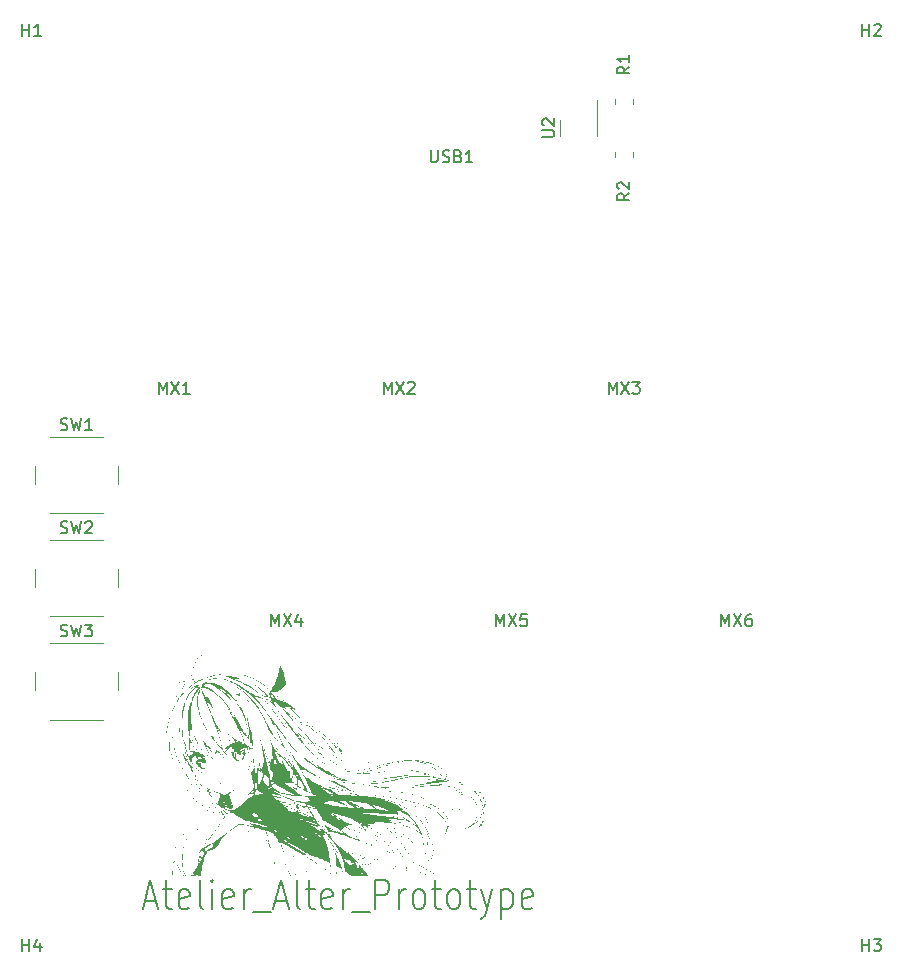
<source format=gbr>
%TF.GenerationSoftware,KiCad,Pcbnew,(6.0.5)*%
%TF.CreationDate,2022-06-05T05:51:03+07:00*%
%TF.ProjectId,atelier-alter,6174656c-6965-4722-9d61-6c7465722e6b,rev?*%
%TF.SameCoordinates,Original*%
%TF.FileFunction,Legend,Top*%
%TF.FilePolarity,Positive*%
%FSLAX46Y46*%
G04 Gerber Fmt 4.6, Leading zero omitted, Abs format (unit mm)*
G04 Created by KiCad (PCBNEW (6.0.5)) date 2022-06-05 05:51:03*
%MOMM*%
%LPD*%
G01*
G04 APERTURE LIST*
%ADD10C,0.150000*%
%ADD11C,0.120000*%
G04 APERTURE END LIST*
D10*
X131526428Y-132719041D02*
X132478809Y-132719041D01*
X131335952Y-133433327D02*
X132002619Y-130933327D01*
X132669285Y-133433327D01*
X133050238Y-131766660D02*
X133812142Y-131766660D01*
X133335952Y-130933327D02*
X133335952Y-133076184D01*
X133431190Y-133314279D01*
X133621666Y-133433327D01*
X133812142Y-133433327D01*
X135240714Y-133314279D02*
X135050238Y-133433327D01*
X134669285Y-133433327D01*
X134478809Y-133314279D01*
X134383571Y-133076184D01*
X134383571Y-132123803D01*
X134478809Y-131885708D01*
X134669285Y-131766660D01*
X135050238Y-131766660D01*
X135240714Y-131885708D01*
X135335952Y-132123803D01*
X135335952Y-132361898D01*
X134383571Y-132599994D01*
X136478809Y-133433327D02*
X136288333Y-133314279D01*
X136193095Y-133076184D01*
X136193095Y-130933327D01*
X137240714Y-133433327D02*
X137240714Y-131766660D01*
X137240714Y-130933327D02*
X137145476Y-131052375D01*
X137240714Y-131171422D01*
X137335952Y-131052375D01*
X137240714Y-130933327D01*
X137240714Y-131171422D01*
X138955000Y-133314279D02*
X138764523Y-133433327D01*
X138383571Y-133433327D01*
X138193095Y-133314279D01*
X138097857Y-133076184D01*
X138097857Y-132123803D01*
X138193095Y-131885708D01*
X138383571Y-131766660D01*
X138764523Y-131766660D01*
X138955000Y-131885708D01*
X139050238Y-132123803D01*
X139050238Y-132361898D01*
X138097857Y-132599994D01*
X139907380Y-133433327D02*
X139907380Y-131766660D01*
X139907380Y-132242851D02*
X140002619Y-132004755D01*
X140097857Y-131885708D01*
X140288333Y-131766660D01*
X140478809Y-131766660D01*
X140669285Y-133671422D02*
X142193095Y-133671422D01*
X142574047Y-132719041D02*
X143526428Y-132719041D01*
X142383571Y-133433327D02*
X143050238Y-130933327D01*
X143716904Y-133433327D01*
X144669285Y-133433327D02*
X144478809Y-133314279D01*
X144383571Y-133076184D01*
X144383571Y-130933327D01*
X145145476Y-131766660D02*
X145907380Y-131766660D01*
X145431190Y-130933327D02*
X145431190Y-133076184D01*
X145526428Y-133314279D01*
X145716904Y-133433327D01*
X145907380Y-133433327D01*
X147335952Y-133314279D02*
X147145476Y-133433327D01*
X146764523Y-133433327D01*
X146574047Y-133314279D01*
X146478809Y-133076184D01*
X146478809Y-132123803D01*
X146574047Y-131885708D01*
X146764523Y-131766660D01*
X147145476Y-131766660D01*
X147335952Y-131885708D01*
X147431190Y-132123803D01*
X147431190Y-132361898D01*
X146478809Y-132599994D01*
X148288333Y-133433327D02*
X148288333Y-131766660D01*
X148288333Y-132242851D02*
X148383571Y-132004755D01*
X148478809Y-131885708D01*
X148669285Y-131766660D01*
X148859761Y-131766660D01*
X149050238Y-133671422D02*
X150574047Y-133671422D01*
X151050238Y-133433327D02*
X151050238Y-130933327D01*
X151812142Y-130933327D01*
X152002619Y-131052375D01*
X152097857Y-131171422D01*
X152193095Y-131409517D01*
X152193095Y-131766660D01*
X152097857Y-132004755D01*
X152002619Y-132123803D01*
X151812142Y-132242851D01*
X151050238Y-132242851D01*
X153050238Y-133433327D02*
X153050238Y-131766660D01*
X153050238Y-132242851D02*
X153145476Y-132004755D01*
X153240714Y-131885708D01*
X153431190Y-131766660D01*
X153621666Y-131766660D01*
X154574047Y-133433327D02*
X154383571Y-133314279D01*
X154288333Y-133195232D01*
X154193095Y-132957136D01*
X154193095Y-132242851D01*
X154288333Y-132004755D01*
X154383571Y-131885708D01*
X154574047Y-131766660D01*
X154859761Y-131766660D01*
X155050238Y-131885708D01*
X155145476Y-132004755D01*
X155240714Y-132242851D01*
X155240714Y-132957136D01*
X155145476Y-133195232D01*
X155050238Y-133314279D01*
X154859761Y-133433327D01*
X154574047Y-133433327D01*
X155812142Y-131766660D02*
X156574047Y-131766660D01*
X156097857Y-130933327D02*
X156097857Y-133076184D01*
X156193095Y-133314279D01*
X156383571Y-133433327D01*
X156574047Y-133433327D01*
X157526428Y-133433327D02*
X157335952Y-133314279D01*
X157240714Y-133195232D01*
X157145476Y-132957136D01*
X157145476Y-132242851D01*
X157240714Y-132004755D01*
X157335952Y-131885708D01*
X157526428Y-131766660D01*
X157812142Y-131766660D01*
X158002619Y-131885708D01*
X158097857Y-132004755D01*
X158193095Y-132242851D01*
X158193095Y-132957136D01*
X158097857Y-133195232D01*
X158002619Y-133314279D01*
X157812142Y-133433327D01*
X157526428Y-133433327D01*
X158764523Y-131766660D02*
X159526428Y-131766660D01*
X159050238Y-130933327D02*
X159050238Y-133076184D01*
X159145476Y-133314279D01*
X159335952Y-133433327D01*
X159526428Y-133433327D01*
X160002619Y-131766660D02*
X160478809Y-133433327D01*
X160955000Y-131766660D02*
X160478809Y-133433327D01*
X160288333Y-134028565D01*
X160193095Y-134147613D01*
X160002619Y-134266660D01*
X161716904Y-131766660D02*
X161716904Y-134266660D01*
X161716904Y-131885708D02*
X161907380Y-131766660D01*
X162288333Y-131766660D01*
X162478809Y-131885708D01*
X162574047Y-132004755D01*
X162669285Y-132242851D01*
X162669285Y-132957136D01*
X162574047Y-133195232D01*
X162478809Y-133314279D01*
X162288333Y-133433327D01*
X161907380Y-133433327D01*
X161716904Y-133314279D01*
X164288333Y-133314279D02*
X164097857Y-133433327D01*
X163716904Y-133433327D01*
X163526428Y-133314279D01*
X163431190Y-133076184D01*
X163431190Y-132123803D01*
X163526428Y-131885708D01*
X163716904Y-131766660D01*
X164097857Y-131766660D01*
X164288333Y-131885708D01*
X164383571Y-132123803D01*
X164383571Y-132361898D01*
X163431190Y-132599994D01*
%TO.C,MX6*%
X180324285Y-109482380D02*
X180324285Y-108482380D01*
X180657619Y-109196666D01*
X180990952Y-108482380D01*
X180990952Y-109482380D01*
X181371904Y-108482380D02*
X182038571Y-109482380D01*
X182038571Y-108482380D02*
X181371904Y-109482380D01*
X182848095Y-108482380D02*
X182657619Y-108482380D01*
X182562380Y-108530000D01*
X182514761Y-108577619D01*
X182419523Y-108720476D01*
X182371904Y-108910952D01*
X182371904Y-109291904D01*
X182419523Y-109387142D01*
X182467142Y-109434761D01*
X182562380Y-109482380D01*
X182752857Y-109482380D01*
X182848095Y-109434761D01*
X182895714Y-109387142D01*
X182943333Y-109291904D01*
X182943333Y-109053809D01*
X182895714Y-108958571D01*
X182848095Y-108910952D01*
X182752857Y-108863333D01*
X182562380Y-108863333D01*
X182467142Y-108910952D01*
X182419523Y-108958571D01*
X182371904Y-109053809D01*
%TO.C,SW2*%
X124396666Y-101564761D02*
X124539523Y-101612380D01*
X124777619Y-101612380D01*
X124872857Y-101564761D01*
X124920476Y-101517142D01*
X124968095Y-101421904D01*
X124968095Y-101326666D01*
X124920476Y-101231428D01*
X124872857Y-101183809D01*
X124777619Y-101136190D01*
X124587142Y-101088571D01*
X124491904Y-101040952D01*
X124444285Y-100993333D01*
X124396666Y-100898095D01*
X124396666Y-100802857D01*
X124444285Y-100707619D01*
X124491904Y-100660000D01*
X124587142Y-100612380D01*
X124825238Y-100612380D01*
X124968095Y-100660000D01*
X125301428Y-100612380D02*
X125539523Y-101612380D01*
X125730000Y-100898095D01*
X125920476Y-101612380D01*
X126158571Y-100612380D01*
X126491904Y-100707619D02*
X126539523Y-100660000D01*
X126634761Y-100612380D01*
X126872857Y-100612380D01*
X126968095Y-100660000D01*
X127015714Y-100707619D01*
X127063333Y-100802857D01*
X127063333Y-100898095D01*
X127015714Y-101040952D01*
X126444285Y-101612380D01*
X127063333Y-101612380D01*
%TO.C,MX5*%
X161274285Y-109482380D02*
X161274285Y-108482380D01*
X161607619Y-109196666D01*
X161940952Y-108482380D01*
X161940952Y-109482380D01*
X162321904Y-108482380D02*
X162988571Y-109482380D01*
X162988571Y-108482380D02*
X162321904Y-109482380D01*
X163845714Y-108482380D02*
X163369523Y-108482380D01*
X163321904Y-108958571D01*
X163369523Y-108910952D01*
X163464761Y-108863333D01*
X163702857Y-108863333D01*
X163798095Y-108910952D01*
X163845714Y-108958571D01*
X163893333Y-109053809D01*
X163893333Y-109291904D01*
X163845714Y-109387142D01*
X163798095Y-109434761D01*
X163702857Y-109482380D01*
X163464761Y-109482380D01*
X163369523Y-109434761D01*
X163321904Y-109387142D01*
%TO.C,MX4*%
X142224285Y-109482380D02*
X142224285Y-108482380D01*
X142557619Y-109196666D01*
X142890952Y-108482380D01*
X142890952Y-109482380D01*
X143271904Y-108482380D02*
X143938571Y-109482380D01*
X143938571Y-108482380D02*
X143271904Y-109482380D01*
X144748095Y-108815714D02*
X144748095Y-109482380D01*
X144510000Y-108434761D02*
X144271904Y-109149047D01*
X144890952Y-109149047D01*
%TO.C,SW3*%
X124396566Y-110295961D02*
X124539423Y-110343580D01*
X124777519Y-110343580D01*
X124872757Y-110295961D01*
X124920376Y-110248342D01*
X124967995Y-110153104D01*
X124967995Y-110057866D01*
X124920376Y-109962628D01*
X124872757Y-109915009D01*
X124777519Y-109867390D01*
X124587042Y-109819771D01*
X124491804Y-109772152D01*
X124444185Y-109724533D01*
X124396566Y-109629295D01*
X124396566Y-109534057D01*
X124444185Y-109438819D01*
X124491804Y-109391200D01*
X124587042Y-109343580D01*
X124825138Y-109343580D01*
X124967995Y-109391200D01*
X125301328Y-109343580D02*
X125539423Y-110343580D01*
X125729900Y-109629295D01*
X125920376Y-110343580D01*
X126158471Y-109343580D01*
X126444185Y-109343580D02*
X127063233Y-109343580D01*
X126729900Y-109724533D01*
X126872757Y-109724533D01*
X126967995Y-109772152D01*
X127015614Y-109819771D01*
X127063233Y-109915009D01*
X127063233Y-110153104D01*
X127015614Y-110248342D01*
X126967995Y-110295961D01*
X126872757Y-110343580D01*
X126587042Y-110343580D01*
X126491804Y-110295961D01*
X126444185Y-110248342D01*
%TO.C,H4*%
X121158095Y-136977380D02*
X121158095Y-135977380D01*
X121158095Y-136453571D02*
X121729523Y-136453571D01*
X121729523Y-136977380D02*
X121729523Y-135977380D01*
X122634285Y-136310714D02*
X122634285Y-136977380D01*
X122396190Y-135929761D02*
X122158095Y-136644047D01*
X122777142Y-136644047D01*
%TO.C,H2*%
X192278095Y-59507380D02*
X192278095Y-58507380D01*
X192278095Y-58983571D02*
X192849523Y-58983571D01*
X192849523Y-59507380D02*
X192849523Y-58507380D01*
X193278095Y-58602619D02*
X193325714Y-58555000D01*
X193420952Y-58507380D01*
X193659047Y-58507380D01*
X193754285Y-58555000D01*
X193801904Y-58602619D01*
X193849523Y-58697857D01*
X193849523Y-58793095D01*
X193801904Y-58935952D01*
X193230476Y-59507380D01*
X193849523Y-59507380D01*
%TO.C,R1*%
X172537380Y-62119166D02*
X172061190Y-62452500D01*
X172537380Y-62690595D02*
X171537380Y-62690595D01*
X171537380Y-62309642D01*
X171585000Y-62214404D01*
X171632619Y-62166785D01*
X171727857Y-62119166D01*
X171870714Y-62119166D01*
X171965952Y-62166785D01*
X172013571Y-62214404D01*
X172061190Y-62309642D01*
X172061190Y-62690595D01*
X172537380Y-61166785D02*
X172537380Y-61738214D01*
X172537380Y-61452500D02*
X171537380Y-61452500D01*
X171680238Y-61547738D01*
X171775476Y-61642976D01*
X171823095Y-61738214D01*
%TO.C,SW1*%
X124396566Y-92833461D02*
X124539423Y-92881080D01*
X124777519Y-92881080D01*
X124872757Y-92833461D01*
X124920376Y-92785842D01*
X124967995Y-92690604D01*
X124967995Y-92595366D01*
X124920376Y-92500128D01*
X124872757Y-92452509D01*
X124777519Y-92404890D01*
X124587042Y-92357271D01*
X124491804Y-92309652D01*
X124444185Y-92262033D01*
X124396566Y-92166795D01*
X124396566Y-92071557D01*
X124444185Y-91976319D01*
X124491804Y-91928700D01*
X124587042Y-91881080D01*
X124825138Y-91881080D01*
X124967995Y-91928700D01*
X125301328Y-91881080D02*
X125539423Y-92881080D01*
X125729900Y-92166795D01*
X125920376Y-92881080D01*
X126158471Y-91881080D01*
X127063233Y-92881080D02*
X126491804Y-92881080D01*
X126777519Y-92881080D02*
X126777519Y-91881080D01*
X126682280Y-92023938D01*
X126587042Y-92119176D01*
X126491804Y-92166795D01*
%TO.C,R2*%
X172537380Y-72834166D02*
X172061190Y-73167500D01*
X172537380Y-73405595D02*
X171537380Y-73405595D01*
X171537380Y-73024642D01*
X171585000Y-72929404D01*
X171632619Y-72881785D01*
X171727857Y-72834166D01*
X171870714Y-72834166D01*
X171965952Y-72881785D01*
X172013571Y-72929404D01*
X172061190Y-73024642D01*
X172061190Y-73405595D01*
X171632619Y-72453214D02*
X171585000Y-72405595D01*
X171537380Y-72310357D01*
X171537380Y-72072261D01*
X171585000Y-71977023D01*
X171632619Y-71929404D01*
X171727857Y-71881785D01*
X171823095Y-71881785D01*
X171965952Y-71929404D01*
X172537380Y-72500833D01*
X172537380Y-71881785D01*
%TO.C,H1*%
X121158095Y-59507380D02*
X121158095Y-58507380D01*
X121158095Y-58983571D02*
X121729523Y-58983571D01*
X121729523Y-59507380D02*
X121729523Y-58507380D01*
X122729523Y-59507380D02*
X122158095Y-59507380D01*
X122443809Y-59507380D02*
X122443809Y-58507380D01*
X122348571Y-58650238D01*
X122253333Y-58745476D01*
X122158095Y-58793095D01*
%TO.C,MX3*%
X170799285Y-89797380D02*
X170799285Y-88797380D01*
X171132619Y-89511666D01*
X171465952Y-88797380D01*
X171465952Y-89797380D01*
X171846904Y-88797380D02*
X172513571Y-89797380D01*
X172513571Y-88797380D02*
X171846904Y-89797380D01*
X172799285Y-88797380D02*
X173418333Y-88797380D01*
X173085000Y-89178333D01*
X173227857Y-89178333D01*
X173323095Y-89225952D01*
X173370714Y-89273571D01*
X173418333Y-89368809D01*
X173418333Y-89606904D01*
X173370714Y-89702142D01*
X173323095Y-89749761D01*
X173227857Y-89797380D01*
X172942142Y-89797380D01*
X172846904Y-89749761D01*
X172799285Y-89702142D01*
%TO.C,MX1*%
X132699285Y-89797380D02*
X132699285Y-88797380D01*
X133032619Y-89511666D01*
X133365952Y-88797380D01*
X133365952Y-89797380D01*
X133746904Y-88797380D02*
X134413571Y-89797380D01*
X134413571Y-88797380D02*
X133746904Y-89797380D01*
X135318333Y-89797380D02*
X134746904Y-89797380D01*
X135032619Y-89797380D02*
X135032619Y-88797380D01*
X134937380Y-88940238D01*
X134842142Y-89035476D01*
X134746904Y-89083095D01*
%TO.C,USB1*%
X155741904Y-69202380D02*
X155741904Y-70011904D01*
X155789523Y-70107142D01*
X155837142Y-70154761D01*
X155932380Y-70202380D01*
X156122857Y-70202380D01*
X156218095Y-70154761D01*
X156265714Y-70107142D01*
X156313333Y-70011904D01*
X156313333Y-69202380D01*
X156741904Y-70154761D02*
X156884761Y-70202380D01*
X157122857Y-70202380D01*
X157218095Y-70154761D01*
X157265714Y-70107142D01*
X157313333Y-70011904D01*
X157313333Y-69916666D01*
X157265714Y-69821428D01*
X157218095Y-69773809D01*
X157122857Y-69726190D01*
X156932380Y-69678571D01*
X156837142Y-69630952D01*
X156789523Y-69583333D01*
X156741904Y-69488095D01*
X156741904Y-69392857D01*
X156789523Y-69297619D01*
X156837142Y-69250000D01*
X156932380Y-69202380D01*
X157170476Y-69202380D01*
X157313333Y-69250000D01*
X158075238Y-69678571D02*
X158218095Y-69726190D01*
X158265714Y-69773809D01*
X158313333Y-69869047D01*
X158313333Y-70011904D01*
X158265714Y-70107142D01*
X158218095Y-70154761D01*
X158122857Y-70202380D01*
X157741904Y-70202380D01*
X157741904Y-69202380D01*
X158075238Y-69202380D01*
X158170476Y-69250000D01*
X158218095Y-69297619D01*
X158265714Y-69392857D01*
X158265714Y-69488095D01*
X158218095Y-69583333D01*
X158170476Y-69630952D01*
X158075238Y-69678571D01*
X157741904Y-69678571D01*
X159265714Y-70202380D02*
X158694285Y-70202380D01*
X158980000Y-70202380D02*
X158980000Y-69202380D01*
X158884761Y-69345238D01*
X158789523Y-69440476D01*
X158694285Y-69488095D01*
%TO.C,H3*%
X192278095Y-136977380D02*
X192278095Y-135977380D01*
X192278095Y-136453571D02*
X192849523Y-136453571D01*
X192849523Y-136977380D02*
X192849523Y-135977380D01*
X193230476Y-135977380D02*
X193849523Y-135977380D01*
X193516190Y-136358333D01*
X193659047Y-136358333D01*
X193754285Y-136405952D01*
X193801904Y-136453571D01*
X193849523Y-136548809D01*
X193849523Y-136786904D01*
X193801904Y-136882142D01*
X193754285Y-136929761D01*
X193659047Y-136977380D01*
X193373333Y-136977380D01*
X193278095Y-136929761D01*
X193230476Y-136882142D01*
%TO.C,MX2*%
X151749285Y-89797380D02*
X151749285Y-88797380D01*
X152082619Y-89511666D01*
X152415952Y-88797380D01*
X152415952Y-89797380D01*
X152796904Y-88797380D02*
X153463571Y-89797380D01*
X153463571Y-88797380D02*
X152796904Y-89797380D01*
X153796904Y-88892619D02*
X153844523Y-88845000D01*
X153939761Y-88797380D01*
X154177857Y-88797380D01*
X154273095Y-88845000D01*
X154320714Y-88892619D01*
X154368333Y-88987857D01*
X154368333Y-89083095D01*
X154320714Y-89225952D01*
X153749285Y-89797380D01*
X154368333Y-89797380D01*
%TO.C,U2*%
X165187380Y-68071904D02*
X165996904Y-68071904D01*
X166092142Y-68024285D01*
X166139761Y-67976666D01*
X166187380Y-67881428D01*
X166187380Y-67690952D01*
X166139761Y-67595714D01*
X166092142Y-67548095D01*
X165996904Y-67500476D01*
X165187380Y-67500476D01*
X165282619Y-67071904D02*
X165235000Y-67024285D01*
X165187380Y-66929047D01*
X165187380Y-66690952D01*
X165235000Y-66595714D01*
X165282619Y-66548095D01*
X165377857Y-66500476D01*
X165473095Y-66500476D01*
X165615952Y-66548095D01*
X166187380Y-67119523D01*
X166187380Y-66500476D01*
D11*
%TO.C,SW2*%
X122230000Y-104660000D02*
X122230000Y-106160000D01*
X127980000Y-102160000D02*
X123480000Y-102160000D01*
X123480000Y-108660000D02*
X127980000Y-108660000D01*
X129230000Y-106160000D02*
X129230000Y-104660000D01*
%TO.C,SW3*%
X122229900Y-113391200D02*
X122229900Y-114891200D01*
X127979900Y-110891200D02*
X123479900Y-110891200D01*
X123479900Y-117391200D02*
X127979900Y-117391200D01*
X129229900Y-114891200D02*
X129229900Y-113391200D01*
%TO.C,R1*%
X171350000Y-69345436D02*
X171350000Y-69799564D01*
X172820000Y-69345436D02*
X172820000Y-69799564D01*
%TO.C,Atorie'*%
G36*
X153806018Y-120880987D02*
G01*
X153810791Y-120886506D01*
X153781469Y-120889603D01*
X153759839Y-120889867D01*
X153720298Y-120887856D01*
X153714299Y-120883245D01*
X153724346Y-120880575D01*
X153777547Y-120877288D01*
X153806018Y-120880987D01*
G37*
G36*
X149461849Y-126846865D02*
G01*
X149451640Y-126857074D01*
X149441431Y-126846865D01*
X149451640Y-126836656D01*
X149461849Y-126846865D01*
G37*
G36*
X133569361Y-120631564D02*
G01*
X133570371Y-120635075D01*
X133573360Y-120679551D01*
X133569615Y-120696329D01*
X133562912Y-120697007D01*
X133560174Y-120665044D01*
X133560202Y-120660209D01*
X133563146Y-120628541D01*
X133569361Y-120631564D01*
G37*
G36*
X137027283Y-120374357D02*
G01*
X137017074Y-120384566D01*
X137006865Y-120374357D01*
X137017074Y-120364148D01*
X137027283Y-120374357D01*
G37*
G36*
X136094697Y-112093688D02*
G01*
X136056703Y-112126703D01*
X135997507Y-112173004D01*
X135991069Y-112177840D01*
X135922172Y-112232429D01*
X135838159Y-112303370D01*
X135753210Y-112378565D01*
X135720530Y-112408630D01*
X135567395Y-112551529D01*
X135720621Y-112399760D01*
X135825677Y-112297278D01*
X135909345Y-112219571D01*
X135977751Y-112161237D01*
X136037018Y-112116872D01*
X136054763Y-112104932D01*
X136096398Y-112079746D01*
X136108819Y-112077016D01*
X136094697Y-112093688D01*
G37*
G36*
X149604775Y-120578537D02*
G01*
X149594566Y-120588746D01*
X149584357Y-120578537D01*
X149594566Y-120568328D01*
X149604775Y-120578537D01*
G37*
G36*
X139518280Y-115086093D02*
G01*
X139508071Y-115096302D01*
X139497862Y-115086093D01*
X139508071Y-115075884D01*
X139518280Y-115086093D01*
G37*
G36*
X135125253Y-123373854D02*
G01*
X135147173Y-123394413D01*
X135142677Y-123406232D01*
X135139822Y-123406431D01*
X135122552Y-123391928D01*
X135116249Y-123382858D01*
X135113843Y-123368886D01*
X135125253Y-123373854D01*
G37*
G36*
X148563456Y-120435611D02*
G01*
X148553247Y-120445820D01*
X148543038Y-120435611D01*
X148553247Y-120425402D01*
X148563456Y-120435611D01*
G37*
G36*
X151401559Y-128296543D02*
G01*
X151391350Y-128306752D01*
X151381141Y-128296543D01*
X151391350Y-128286334D01*
X151401559Y-128296543D01*
G37*
G36*
X150176479Y-127132717D02*
G01*
X150166270Y-127142926D01*
X150156061Y-127132717D01*
X150166270Y-127122508D01*
X150176479Y-127132717D01*
G37*
G36*
X153807729Y-127682053D02*
G01*
X153829649Y-127702612D01*
X153825152Y-127714431D01*
X153822298Y-127714630D01*
X153805028Y-127700127D01*
X153798725Y-127691057D01*
X153796319Y-127677085D01*
X153807729Y-127682053D01*
G37*
G36*
X151500495Y-127824979D02*
G01*
X151522414Y-127845538D01*
X151517918Y-127857357D01*
X151515063Y-127857556D01*
X151497793Y-127843053D01*
X151491491Y-127833983D01*
X151489084Y-127820011D01*
X151500495Y-127824979D01*
G37*
G36*
X149211303Y-128743612D02*
G01*
X149205213Y-128752893D01*
X149184504Y-128754336D01*
X149162717Y-128749350D01*
X149172168Y-128742000D01*
X149204079Y-128739566D01*
X149211303Y-128743612D01*
G37*
G36*
X155457937Y-126087995D02*
G01*
X155460380Y-126112227D01*
X155457937Y-126115219D01*
X155445798Y-126112417D01*
X155444325Y-126101607D01*
X155451795Y-126084801D01*
X155457937Y-126087995D01*
G37*
G36*
X138436125Y-118393810D02*
G01*
X138425916Y-118404019D01*
X138415707Y-118393810D01*
X138425916Y-118383601D01*
X138436125Y-118393810D01*
G37*
G36*
X153007776Y-127108896D02*
G01*
X153004973Y-127121034D01*
X152994164Y-127122508D01*
X152977357Y-127115037D01*
X152980552Y-127108896D01*
X153004783Y-127106452D01*
X153007776Y-127108896D01*
G37*
G36*
X153661152Y-130294105D02*
G01*
X153663596Y-130318336D01*
X153661152Y-130321329D01*
X153649014Y-130318526D01*
X153647540Y-130307717D01*
X153655011Y-130290910D01*
X153661152Y-130294105D01*
G37*
G36*
X153593311Y-120902138D02*
G01*
X153565894Y-120911212D01*
X153509829Y-120923688D01*
X153494405Y-120926677D01*
X153416951Y-120940136D01*
X153351000Y-120949440D01*
X153310766Y-120952585D01*
X153310643Y-120952581D01*
X153307799Y-120948472D01*
X153338527Y-120938755D01*
X153396281Y-120925454D01*
X153402524Y-120924162D01*
X153479673Y-120910090D01*
X153547545Y-120900747D01*
X153586286Y-120898258D01*
X153593311Y-120902138D01*
G37*
G36*
X151500495Y-126191539D02*
G01*
X151522414Y-126212097D01*
X151517918Y-126223917D01*
X151515063Y-126224115D01*
X151497793Y-126209613D01*
X151491491Y-126200543D01*
X151489084Y-126186571D01*
X151500495Y-126191539D01*
G37*
G36*
X149053489Y-120088504D02*
G01*
X149043280Y-120098713D01*
X149033071Y-120088504D01*
X149043280Y-120078295D01*
X149053489Y-120088504D01*
G37*
G36*
X146850282Y-119241701D02*
G01*
X146810268Y-119188497D01*
X146785363Y-119149276D01*
X146787090Y-119149276D01*
X146797299Y-119159485D01*
X146807508Y-119149276D01*
X146797299Y-119139067D01*
X146787090Y-119149276D01*
X146785363Y-119149276D01*
X146783608Y-119146513D01*
X146776881Y-119129402D01*
X146760928Y-119109652D01*
X146752917Y-119108440D01*
X146736714Y-119097562D01*
X146746254Y-119088022D01*
X146736045Y-119077813D01*
X146725836Y-119088022D01*
X146732645Y-119094831D01*
X146730187Y-119093181D01*
X146690958Y-119052627D01*
X146642605Y-118994612D01*
X146627992Y-118975723D01*
X146587640Y-118924956D01*
X146544496Y-118876385D01*
X146494241Y-118826302D01*
X146432556Y-118771000D01*
X146355120Y-118706773D01*
X146257616Y-118629914D01*
X146135724Y-118536715D01*
X145985125Y-118423469D01*
X145980579Y-118420067D01*
X145870677Y-118339311D01*
X145746661Y-118250671D01*
X145612899Y-118157039D01*
X145473759Y-118061309D01*
X145333608Y-117966374D01*
X145241128Y-117904686D01*
X145277565Y-117904686D01*
X145298389Y-117922976D01*
X145332307Y-117943144D01*
X145375916Y-117966307D01*
X145394449Y-117973414D01*
X145398614Y-117968082D01*
X145398665Y-117965556D01*
X145382521Y-117950673D01*
X145343085Y-117927171D01*
X145337411Y-117924196D01*
X145290929Y-117903771D01*
X145277565Y-117904686D01*
X145241128Y-117904686D01*
X145209157Y-117883360D01*
X145235321Y-117883360D01*
X145245530Y-117893569D01*
X145255739Y-117883360D01*
X145245530Y-117873151D01*
X145235321Y-117883360D01*
X145209157Y-117883360D01*
X145196813Y-117875126D01*
X145067741Y-117790459D01*
X144950761Y-117715265D01*
X144850239Y-117652438D01*
X144770544Y-117604870D01*
X144716042Y-117575455D01*
X144692534Y-117566881D01*
X144695975Y-117580187D01*
X144721943Y-117614735D01*
X144756261Y-117653657D01*
X144775994Y-117676321D01*
X144768856Y-117672419D01*
X144737207Y-117643902D01*
X144688942Y-117598055D01*
X144646334Y-117556672D01*
X144663617Y-117556672D01*
X144673826Y-117566881D01*
X144684035Y-117556672D01*
X144673826Y-117546463D01*
X144663617Y-117556672D01*
X144646334Y-117556672D01*
X144626915Y-117537812D01*
X144577698Y-117489052D01*
X144547541Y-117458021D01*
X144541109Y-117450245D01*
X144557038Y-117457342D01*
X144599111Y-117481081D01*
X144658759Y-117516598D01*
X144668722Y-117522659D01*
X144745882Y-117568281D01*
X144842667Y-117623455D01*
X144942518Y-117678797D01*
X144980096Y-117699141D01*
X145088105Y-117757929D01*
X145196624Y-117818429D01*
X145299771Y-117877202D01*
X145391664Y-117930808D01*
X145466422Y-117975808D01*
X145518162Y-118008763D01*
X145541003Y-118026233D01*
X145541591Y-118027478D01*
X145525841Y-118025966D01*
X145487077Y-118009258D01*
X145478440Y-118004887D01*
X145428254Y-117981684D01*
X145410267Y-117979510D01*
X145423197Y-117996018D01*
X145465759Y-118028859D01*
X145506691Y-118056541D01*
X145625290Y-118136087D01*
X145760850Y-118230646D01*
X145904458Y-118333687D01*
X146047201Y-118438673D01*
X146180164Y-118539071D01*
X146294435Y-118628347D01*
X146361009Y-118682810D01*
X146529201Y-118829184D01*
X146676295Y-118968554D01*
X146812327Y-119111495D01*
X146947335Y-119268582D01*
X147091354Y-119450391D01*
X147099225Y-119460651D01*
X147113097Y-119483607D01*
X147101319Y-119480453D01*
X147067995Y-119453053D01*
X147054251Y-119440233D01*
X147026132Y-119416381D01*
X147018751Y-119416631D01*
X147020292Y-119419815D01*
X147025960Y-119441920D01*
X147003478Y-119439150D01*
X146951184Y-119411162D01*
X146937530Y-119402836D01*
X146892031Y-119372073D01*
X146870619Y-119352596D01*
X146876201Y-119348725D01*
X146911687Y-119364784D01*
X146912062Y-119364984D01*
X146937701Y-119375966D01*
X146943029Y-119368857D01*
X146926255Y-119340086D01*
X146920948Y-119333038D01*
X146950434Y-119333038D01*
X146960643Y-119343247D01*
X146970852Y-119333038D01*
X146960643Y-119322829D01*
X146950434Y-119333038D01*
X146920948Y-119333038D01*
X146885589Y-119286080D01*
X146850282Y-119241701D01*
G37*
G36*
X154195022Y-129326962D02*
G01*
X154211451Y-129354980D01*
X154230668Y-129397061D01*
X154234823Y-129420808D01*
X154234368Y-129421425D01*
X154221061Y-129411658D01*
X154202143Y-129377823D01*
X154182926Y-129329732D01*
X154180982Y-129311724D01*
X154195022Y-129326962D01*
G37*
G36*
X152030622Y-123457927D02*
G01*
X152034518Y-123467685D01*
X152019863Y-123487518D01*
X152015305Y-123488103D01*
X151987652Y-123473261D01*
X151983473Y-123467685D01*
X151988101Y-123450205D01*
X152002686Y-123447267D01*
X152030622Y-123457927D01*
G37*
G36*
X134103200Y-114972757D02*
G01*
X134116530Y-115030868D01*
X134119456Y-115045257D01*
X134132733Y-115118549D01*
X134140732Y-115176444D01*
X134141829Y-115207050D01*
X134141634Y-115207776D01*
X134134785Y-115200327D01*
X134123254Y-115161432D01*
X134111186Y-115107385D01*
X134098345Y-115034942D01*
X134090401Y-114973437D01*
X134089008Y-114944866D01*
X134093376Y-114941947D01*
X134103200Y-114972757D01*
G37*
G36*
X134448208Y-127482803D02*
G01*
X134444405Y-127490032D01*
X134425167Y-127509531D01*
X134421577Y-127510450D01*
X134420184Y-127497261D01*
X134423987Y-127490032D01*
X134443225Y-127470533D01*
X134446815Y-127469614D01*
X134448208Y-127482803D01*
G37*
G36*
X147583392Y-121354421D02*
G01*
X147573183Y-121364630D01*
X147562974Y-121354421D01*
X147573183Y-121344212D01*
X147583392Y-121354421D01*
G37*
G36*
X153402524Y-127377733D02*
G01*
X153392315Y-127387942D01*
X153382106Y-127377733D01*
X153392315Y-127367524D01*
X153402524Y-127377733D01*
G37*
G36*
X149303609Y-121465175D02*
G01*
X149340258Y-121499105D01*
X149359090Y-121519711D01*
X149359759Y-121521324D01*
X149352249Y-121526618D01*
X149327021Y-121504707D01*
X149296959Y-121471824D01*
X149247460Y-121415675D01*
X149303609Y-121465175D01*
G37*
G36*
X134434196Y-128194453D02*
G01*
X134423987Y-128204662D01*
X134413778Y-128194453D01*
X134423987Y-128184244D01*
X134434196Y-128194453D01*
G37*
G36*
X148930981Y-120925643D02*
G01*
X148920772Y-120935852D01*
X148910563Y-120925643D01*
X148920772Y-120915434D01*
X148930981Y-120925643D01*
G37*
G36*
X152784454Y-124251651D02*
G01*
X152778364Y-124260931D01*
X152757655Y-124262375D01*
X152735869Y-124257388D01*
X152745319Y-124250039D01*
X152777230Y-124247605D01*
X152784454Y-124251651D01*
G37*
G36*
X135569578Y-112577221D02*
G01*
X135546977Y-112605305D01*
X135516295Y-112635502D01*
X135499812Y-112646141D01*
X135503958Y-112633389D01*
X135526559Y-112605305D01*
X135557242Y-112575108D01*
X135573724Y-112564469D01*
X135569578Y-112577221D01*
G37*
G36*
X136857133Y-111713719D02*
G01*
X136854330Y-111725857D01*
X136843521Y-111727331D01*
X136826714Y-111719860D01*
X136829909Y-111713719D01*
X136854140Y-111711275D01*
X136857133Y-111713719D01*
G37*
G36*
X139987894Y-114698151D02*
G01*
X139977685Y-114708360D01*
X139967476Y-114698151D01*
X139977685Y-114687942D01*
X139987894Y-114698151D01*
G37*
G36*
X141866350Y-127684003D02*
G01*
X141856141Y-127694212D01*
X141845932Y-127684003D01*
X141856141Y-127673794D01*
X141866350Y-127684003D01*
G37*
G36*
X153664617Y-128470468D02*
G01*
X153688987Y-128505552D01*
X153692914Y-128512250D01*
X153715910Y-128557873D01*
X153715880Y-128570475D01*
X153695528Y-128548747D01*
X153675872Y-128520504D01*
X153654474Y-128481796D01*
X153650174Y-128460662D01*
X153650262Y-128460568D01*
X153664617Y-128470468D01*
G37*
G36*
X133549416Y-121534780D02*
G01*
X133551859Y-121559011D01*
X133549416Y-121562004D01*
X133537277Y-121559201D01*
X133535804Y-121548392D01*
X133543274Y-121531586D01*
X133549416Y-121534780D01*
G37*
G36*
X158210929Y-124967232D02*
G01*
X158181278Y-124984327D01*
X158170128Y-124989563D01*
X158118204Y-125009087D01*
X158078587Y-125016984D01*
X158078247Y-125016979D01*
X158074824Y-125010559D01*
X158103267Y-124995260D01*
X158119083Y-124988826D01*
X158175104Y-124969413D01*
X158207295Y-124962238D01*
X158210929Y-124967232D01*
G37*
G36*
X146190132Y-125936221D02*
G01*
X146237643Y-125976238D01*
X146302889Y-126040920D01*
X146378839Y-126122463D01*
X146458461Y-126213066D01*
X146534722Y-126304926D01*
X146600590Y-126390240D01*
X146606013Y-126397668D01*
X146645173Y-126455082D01*
X146693192Y-126530675D01*
X146746103Y-126617550D01*
X146799938Y-126708810D01*
X146850729Y-126797559D01*
X146894509Y-126876899D01*
X146927308Y-126939934D01*
X146945160Y-126979766D01*
X146946805Y-126990016D01*
X146928144Y-126983660D01*
X146896832Y-126954667D01*
X146896218Y-126953979D01*
X146870483Y-126918815D01*
X146830291Y-126856673D01*
X146781085Y-126776238D01*
X146728303Y-126686193D01*
X146726771Y-126683521D01*
X146624174Y-126510186D01*
X146530463Y-126365362D01*
X146439008Y-126239782D01*
X146343181Y-126124184D01*
X146267664Y-126041834D01*
X146210300Y-125979641D01*
X146178473Y-125940891D01*
X146173502Y-125927382D01*
X146190132Y-125936221D01*
G37*
G36*
X155485161Y-125744292D02*
G01*
X155474952Y-125754501D01*
X155464743Y-125744292D01*
X155474952Y-125734083D01*
X155485161Y-125744292D01*
G37*
G36*
X135284946Y-113061307D02*
G01*
X135287390Y-113085539D01*
X135284946Y-113088531D01*
X135272808Y-113085728D01*
X135271334Y-113074919D01*
X135278805Y-113058113D01*
X135284946Y-113061307D01*
G37*
G36*
X136411588Y-124660188D02*
G01*
X136433507Y-124680747D01*
X136429011Y-124692566D01*
X136426157Y-124692765D01*
X136408887Y-124678262D01*
X136402584Y-124669192D01*
X136400177Y-124655220D01*
X136411588Y-124660188D01*
G37*
G36*
X154382588Y-130154582D02*
G01*
X154372379Y-130164791D01*
X154362170Y-130154582D01*
X154372379Y-130144373D01*
X154382588Y-130154582D01*
G37*
G36*
X156320098Y-122570500D02*
G01*
X156285340Y-122562557D01*
X156263298Y-122559083D01*
X156812331Y-122559083D01*
X156822540Y-122569292D01*
X156832749Y-122559083D01*
X156822540Y-122548874D01*
X156812331Y-122559083D01*
X156263298Y-122559083D01*
X156229162Y-122553703D01*
X156147234Y-122543294D01*
X156035224Y-122530686D01*
X155888801Y-122515236D01*
X155811849Y-122507320D01*
X155678028Y-122492742D01*
X155551389Y-122477322D01*
X155440043Y-122462172D01*
X155352105Y-122448404D01*
X155295687Y-122437131D01*
X155291190Y-122435935D01*
X155189100Y-122407387D01*
X155342235Y-122414843D01*
X155440422Y-122422794D01*
X155554857Y-122436711D01*
X155661926Y-122453690D01*
X155668923Y-122454991D01*
X155783090Y-122472739D01*
X155898473Y-122484174D01*
X156005634Y-122488979D01*
X156095134Y-122486836D01*
X156157535Y-122477427D01*
X156172105Y-122471918D01*
X156217276Y-122455919D01*
X156278820Y-122441975D01*
X156288723Y-122440349D01*
X156341754Y-122435652D01*
X156367820Y-122445718D01*
X156377450Y-122466488D01*
X156404845Y-122494758D01*
X156466491Y-122515945D01*
X156556239Y-122528913D01*
X156667938Y-122532529D01*
X156725555Y-122530711D01*
X156804555Y-122530194D01*
X156846529Y-122538271D01*
X156853167Y-122546779D01*
X156871495Y-122559272D01*
X156918964Y-122565731D01*
X156984302Y-122565978D01*
X157056236Y-122559837D01*
X157108392Y-122550785D01*
X157125301Y-122544053D01*
X157120008Y-122534868D01*
X157088680Y-122521846D01*
X157027484Y-122503600D01*
X156932587Y-122478745D01*
X156856659Y-122459782D01*
X156551778Y-122389540D01*
X156277984Y-122337465D01*
X156030189Y-122302781D01*
X155803305Y-122284711D01*
X155689341Y-122281601D01*
X155593872Y-122279813D01*
X155520089Y-122276428D01*
X155473698Y-122271876D01*
X155460404Y-122266590D01*
X155464743Y-122264613D01*
X155463604Y-122259304D01*
X155426203Y-122254182D01*
X155357113Y-122249387D01*
X155260908Y-122245065D01*
X155142162Y-122241358D01*
X155005449Y-122238408D01*
X154855342Y-122236360D01*
X154696415Y-122235357D01*
X154535723Y-122235529D01*
X154444767Y-122236127D01*
X154362722Y-122237368D01*
X154286025Y-122239845D01*
X154211111Y-122244154D01*
X154134417Y-122250888D01*
X154052378Y-122260642D01*
X153961431Y-122274011D01*
X153858011Y-122291589D01*
X153738554Y-122313969D01*
X153599496Y-122341747D01*
X153437274Y-122375517D01*
X153248322Y-122415874D01*
X153029077Y-122463411D01*
X152775974Y-122518723D01*
X152579690Y-122561742D01*
X152411440Y-122598149D01*
X152250507Y-122632065D01*
X152102600Y-122662353D01*
X151973428Y-122687880D01*
X151868697Y-122707510D01*
X151794116Y-122720108D01*
X151762970Y-122724129D01*
X151695300Y-122731001D01*
X151598913Y-122742042D01*
X151485547Y-122755852D01*
X151366941Y-122771030D01*
X151340305Y-122774547D01*
X151076037Y-122805795D01*
X150813372Y-122829546D01*
X150563196Y-122845043D01*
X150336394Y-122851530D01*
X150237733Y-122851201D01*
X150158811Y-122849353D01*
X150110382Y-122846994D01*
X150095716Y-122844407D01*
X150118083Y-122841874D01*
X150125434Y-122841486D01*
X150485334Y-122821290D01*
X150813226Y-122796611D01*
X151117805Y-122766250D01*
X151407769Y-122729006D01*
X151691812Y-122683680D01*
X151978630Y-122629070D01*
X152276920Y-122563977D01*
X152472887Y-122517475D01*
X152909071Y-122415362D01*
X153310707Y-122330162D01*
X153680255Y-122261521D01*
X154020172Y-122209085D01*
X154332917Y-122172501D01*
X154620949Y-122151416D01*
X154886726Y-122145476D01*
X155035964Y-122149010D01*
X155233694Y-122158041D01*
X155391974Y-122166837D01*
X155512192Y-122175518D01*
X155595732Y-122184206D01*
X155643981Y-122193020D01*
X155658325Y-122202081D01*
X155657890Y-122203100D01*
X155668796Y-122213569D01*
X155708869Y-122218744D01*
X155724522Y-122218859D01*
X155794165Y-122222525D01*
X155874446Y-122233151D01*
X155898146Y-122237611D01*
X155951317Y-122245822D01*
X155981203Y-122244882D01*
X155983717Y-122239878D01*
X155984658Y-122223974D01*
X156014218Y-122226620D01*
X156065183Y-122246784D01*
X156078475Y-122253430D01*
X156121417Y-122269201D01*
X156194594Y-122289488D01*
X156288017Y-122311754D01*
X156391699Y-122333459D01*
X156399044Y-122334885D01*
X156502410Y-122354985D01*
X156595749Y-122373408D01*
X156669304Y-122388209D01*
X156713320Y-122397446D01*
X156715346Y-122397903D01*
X156755955Y-122402335D01*
X156770415Y-122385474D01*
X156771495Y-122369722D01*
X156755145Y-122288826D01*
X156708506Y-122190632D01*
X156635194Y-122080604D01*
X156538824Y-121964206D01*
X156429531Y-121853005D01*
X156194784Y-121656182D01*
X155926668Y-121474291D01*
X155630782Y-121310053D01*
X155312724Y-121166188D01*
X154978093Y-121045417D01*
X154632488Y-120950461D01*
X154522687Y-120926421D01*
X154437700Y-120907966D01*
X154375502Y-120892484D01*
X154341764Y-120881547D01*
X154342158Y-120876726D01*
X154343193Y-120876674D01*
X154386121Y-120879945D01*
X154456615Y-120890453D01*
X154542444Y-120906262D01*
X154583200Y-120914671D01*
X154896353Y-120995013D01*
X155207088Y-121100434D01*
X155509011Y-121227698D01*
X155795724Y-121373568D01*
X156060833Y-121534807D01*
X156297941Y-121708178D01*
X156489749Y-121879490D01*
X156576960Y-121975116D01*
X156655553Y-122077425D01*
X156720592Y-122178485D01*
X156767141Y-122270367D01*
X156790264Y-122345141D01*
X156791913Y-122364961D01*
X156807858Y-122399787D01*
X156847924Y-122413323D01*
X156900459Y-122403972D01*
X156935998Y-122384705D01*
X156979773Y-122341348D01*
X157022633Y-122280296D01*
X157034681Y-122258117D01*
X157061133Y-122210226D01*
X157074971Y-122199660D01*
X157077749Y-122214207D01*
X157064791Y-122252225D01*
X157031261Y-122305963D01*
X156996668Y-122349405D01*
X156915570Y-122441536D01*
X157103862Y-122494732D01*
X157185242Y-122517396D01*
X157251298Y-122534388D01*
X157312263Y-122547561D01*
X157378367Y-122558771D01*
X157459842Y-122569873D01*
X157566919Y-122582721D01*
X157628296Y-122589810D01*
X157711826Y-122599773D01*
X157778107Y-122608361D01*
X157818079Y-122614365D01*
X157825634Y-122616179D01*
X157807710Y-122617794D01*
X157755448Y-122619681D01*
X157675340Y-122621674D01*
X157573882Y-122623607D01*
X157479283Y-122625032D01*
X157316631Y-122628314D01*
X157163799Y-122634044D01*
X157013249Y-122642884D01*
X156857444Y-122655495D01*
X156688845Y-122672540D01*
X156499916Y-122694680D01*
X156283120Y-122722576D01*
X156125265Y-122743893D01*
X155925314Y-122770665D01*
X155761428Y-122791066D01*
X155629371Y-122805325D01*
X155524910Y-122813673D01*
X155443810Y-122816339D01*
X155381836Y-122813554D01*
X155334754Y-122805548D01*
X155298329Y-122792550D01*
X155291570Y-122789172D01*
X155230697Y-122757172D01*
X155313847Y-122734782D01*
X155425738Y-122708750D01*
X155566188Y-122682211D01*
X155722984Y-122656935D01*
X155883912Y-122634697D01*
X156036759Y-122617266D01*
X156169311Y-122606416D01*
X156212889Y-122604350D01*
X156279645Y-122600107D01*
X156326490Y-122593380D01*
X156342682Y-122586228D01*
X156341103Y-122583640D01*
X156702572Y-122583640D01*
X156730659Y-122586486D01*
X156759645Y-122583278D01*
X156756182Y-122576188D01*
X156714379Y-122573491D01*
X156705136Y-122576188D01*
X156702572Y-122583640D01*
X156341103Y-122583640D01*
X156337768Y-122578176D01*
X156320098Y-122570500D01*
G37*
G36*
X137516826Y-119938434D02*
G01*
X137559817Y-119964648D01*
X137623818Y-120005627D01*
X137660241Y-120029079D01*
X137705443Y-120054580D01*
X137778631Y-120091876D01*
X137870404Y-120136331D01*
X137971365Y-120183309D01*
X137991815Y-120192591D01*
X138084737Y-120235308D01*
X138161908Y-120272172D01*
X138216885Y-120299997D01*
X138243225Y-120315595D01*
X138244485Y-120317578D01*
X138224042Y-120312799D01*
X138173487Y-120294416D01*
X138100098Y-120265238D01*
X138011155Y-120228076D01*
X137997128Y-120222076D01*
X137905880Y-120183311D01*
X137828610Y-120151218D01*
X137772808Y-120128854D01*
X137745965Y-120119278D01*
X137744970Y-120119131D01*
X137753267Y-120132508D01*
X137785222Y-120168715D01*
X137835460Y-120221865D01*
X137884839Y-120272267D01*
X137945640Y-120334658D01*
X137992265Y-120384796D01*
X138019392Y-120416802D01*
X138023500Y-120425402D01*
X138004844Y-120412093D01*
X137961902Y-120375301D01*
X137899940Y-120319723D01*
X137824225Y-120250056D01*
X137768786Y-120198177D01*
X137659958Y-120095688D01*
X137579499Y-120019425D01*
X137526183Y-119967479D01*
X137498783Y-119937939D01*
X137496073Y-119928894D01*
X137516826Y-119938434D01*
G37*
G36*
X149671522Y-121698343D02*
G01*
X149672201Y-121705046D01*
X149640237Y-121707784D01*
X149635402Y-121707756D01*
X149603734Y-121704811D01*
X149606757Y-121698597D01*
X149610268Y-121697586D01*
X149654745Y-121694597D01*
X149671522Y-121698343D01*
G37*
G36*
X145316993Y-123232877D02*
G01*
X145306784Y-123243086D01*
X145296575Y-123232877D01*
X145306784Y-123222668D01*
X145316993Y-123232877D01*
G37*
G36*
X137256066Y-124491969D02*
G01*
X137262465Y-124498794D01*
X137301510Y-124543166D01*
X137357506Y-124610035D01*
X137425054Y-124692612D01*
X137498754Y-124784110D01*
X137573207Y-124877739D01*
X137643013Y-124966711D01*
X137702771Y-125044238D01*
X137747083Y-125103530D01*
X137769995Y-125136857D01*
X137783790Y-125163868D01*
X137774644Y-125159393D01*
X137743802Y-125124849D01*
X137692512Y-125061650D01*
X137622021Y-124971212D01*
X137608114Y-124953095D01*
X137529793Y-124851709D01*
X137443371Y-124741186D01*
X137360700Y-124636622D01*
X137307535Y-124570257D01*
X137257570Y-124507405D01*
X137231929Y-124472759D01*
X137231223Y-124467290D01*
X137256066Y-124491969D01*
G37*
G36*
X152769566Y-128847829D02*
G01*
X152759357Y-128858038D01*
X152749148Y-128847829D01*
X152759357Y-128837620D01*
X152769566Y-128847829D01*
G37*
G36*
X150666511Y-126969373D02*
G01*
X150656302Y-126979582D01*
X150646093Y-126969373D01*
X150656302Y-126959164D01*
X150666511Y-126969373D01*
G37*
G36*
X138089019Y-125560530D02*
G01*
X138078810Y-125570739D01*
X138068601Y-125560530D01*
X138078810Y-125550321D01*
X138089019Y-125560530D01*
G37*
G36*
X148965011Y-124801661D02*
G01*
X148962208Y-124813799D01*
X148951399Y-124815273D01*
X148934592Y-124807802D01*
X148937787Y-124801661D01*
X148962018Y-124799217D01*
X148965011Y-124801661D01*
G37*
G36*
X150517179Y-129545021D02*
G01*
X150513376Y-129552250D01*
X150494138Y-129571750D01*
X150490548Y-129572668D01*
X150489155Y-129559479D01*
X150492958Y-129552250D01*
X150512196Y-129532751D01*
X150515786Y-129531832D01*
X150517179Y-129545021D01*
G37*
G36*
X155359498Y-126967423D02*
G01*
X155381245Y-126986403D01*
X155383071Y-126990996D01*
X155373381Y-126999388D01*
X155353206Y-126980583D01*
X155350494Y-126976427D01*
X155348087Y-126962455D01*
X155359498Y-126967423D01*
G37*
G36*
X135516350Y-122987861D02*
G01*
X135506141Y-122998070D01*
X135495932Y-122987861D01*
X135506141Y-122977652D01*
X135516350Y-122987861D01*
G37*
G36*
X151498665Y-127459706D02*
G01*
X151544087Y-127490179D01*
X151618179Y-127544984D01*
X151719621Y-127623175D01*
X151728247Y-127629919D01*
X151768069Y-127663520D01*
X151824931Y-127714676D01*
X151893329Y-127778079D01*
X151967758Y-127848420D01*
X152042712Y-127920391D01*
X152112686Y-127988683D01*
X152172174Y-128047988D01*
X152215670Y-128092998D01*
X152237670Y-128118404D01*
X152238698Y-128122104D01*
X152221262Y-128108441D01*
X152180084Y-128071145D01*
X152120533Y-128015221D01*
X152047976Y-127945677D01*
X152011515Y-127910298D01*
X151918559Y-127822300D01*
X151819708Y-127732955D01*
X151725941Y-127651942D01*
X151648236Y-127588938D01*
X151638886Y-127581821D01*
X151571918Y-127530423D01*
X151519396Y-127488219D01*
X151488464Y-127461054D01*
X151483231Y-127454508D01*
X151498665Y-127459706D01*
G37*
G36*
X137619405Y-124539630D02*
G01*
X137609196Y-124549839D01*
X137598987Y-124539630D01*
X137609196Y-124529421D01*
X137619405Y-124539630D01*
G37*
G36*
X141907186Y-127765675D02*
G01*
X141896977Y-127775884D01*
X141886768Y-127765675D01*
X141896977Y-127755466D01*
X141907186Y-127765675D01*
G37*
G36*
X148007066Y-119801368D02*
G01*
X148047287Y-119839033D01*
X148070858Y-119863651D01*
X148073424Y-119867726D01*
X148067052Y-119872964D01*
X148044695Y-119854610D01*
X148001490Y-119808656D01*
X148000677Y-119807757D01*
X147940707Y-119741398D01*
X148007066Y-119801368D01*
G37*
G36*
X150692034Y-129109950D02*
G01*
X150694599Y-129117402D01*
X150666511Y-129120248D01*
X150637525Y-129117040D01*
X150640989Y-129109950D01*
X150682791Y-129107253D01*
X150692034Y-129109950D01*
G37*
G36*
X150677240Y-121187275D02*
G01*
X150692034Y-121198681D01*
X150720312Y-121223869D01*
X150727765Y-121234413D01*
X150717833Y-121240525D01*
X150690690Y-121214296D01*
X150684325Y-121206390D01*
X150666666Y-121182205D01*
X150677240Y-121187275D01*
G37*
G36*
X147705900Y-121150241D02*
G01*
X147695691Y-121160450D01*
X147685482Y-121150241D01*
X147695691Y-121140032D01*
X147705900Y-121150241D01*
G37*
G36*
X139605056Y-113571847D02*
G01*
X139607621Y-113579299D01*
X139579534Y-113582146D01*
X139550548Y-113578937D01*
X139554011Y-113571847D01*
X139595814Y-113569150D01*
X139605056Y-113571847D01*
G37*
G36*
X155342235Y-125397186D02*
G01*
X155332026Y-125407395D01*
X155321817Y-125397186D01*
X155332026Y-125386977D01*
X155342235Y-125397186D01*
G37*
G36*
X151728247Y-124070016D02*
G01*
X151718038Y-124080225D01*
X151707829Y-124070016D01*
X151718038Y-124059807D01*
X151728247Y-124070016D01*
G37*
G36*
X155035964Y-130399598D02*
G01*
X155025755Y-130409807D01*
X155015546Y-130399598D01*
X155025755Y-130389389D01*
X155035964Y-130399598D01*
G37*
G36*
X147554467Y-119352789D02*
G01*
X147596540Y-119384177D01*
X147617036Y-119413753D01*
X147617422Y-119417102D01*
X147616851Y-119437520D01*
X147610136Y-119440475D01*
X147589775Y-119421861D01*
X147551481Y-119381023D01*
X147491511Y-119316710D01*
X147554467Y-119352789D01*
G37*
G36*
X158802987Y-122883788D02*
G01*
X158852980Y-122901233D01*
X158923113Y-122928856D01*
X159004955Y-122963108D01*
X159090075Y-123000443D01*
X159170041Y-123037312D01*
X159236421Y-123070169D01*
X159248072Y-123076349D01*
X159400695Y-123160524D01*
X159518182Y-123229609D01*
X159602775Y-123284960D01*
X159640225Y-123313419D01*
X159680868Y-123349156D01*
X159689792Y-123362012D01*
X159668872Y-123352325D01*
X159619982Y-123320433D01*
X159599389Y-123306055D01*
X159506644Y-123245986D01*
X159387515Y-123176890D01*
X159253531Y-123104916D01*
X159116221Y-123036211D01*
X158987113Y-122976922D01*
X158962292Y-122966315D01*
X158884173Y-122932496D01*
X158823435Y-122904388D01*
X158787699Y-122885627D01*
X158781566Y-122880068D01*
X158802987Y-122883788D01*
G37*
G36*
X152524550Y-130215836D02*
G01*
X152514341Y-130226045D01*
X152504132Y-130215836D01*
X152514341Y-130205627D01*
X152524550Y-130215836D01*
G37*
G36*
X152866126Y-125660493D02*
G01*
X152860036Y-125669774D01*
X152839327Y-125671217D01*
X152817541Y-125666231D01*
X152826991Y-125658881D01*
X152858902Y-125656447D01*
X152866126Y-125660493D01*
G37*
G36*
X154023470Y-124322341D02*
G01*
X154110633Y-124342742D01*
X154221229Y-124371273D01*
X154350118Y-124406464D01*
X154492155Y-124446847D01*
X154642197Y-124490953D01*
X154795102Y-124537313D01*
X154945726Y-124584458D01*
X155088926Y-124630919D01*
X155219558Y-124675227D01*
X155250354Y-124686044D01*
X155551264Y-124805008D01*
X155835270Y-124941859D01*
X156099218Y-125094108D01*
X156339954Y-125259268D01*
X156554325Y-125434852D01*
X156739175Y-125618371D01*
X156891353Y-125807338D01*
X157007703Y-125999265D01*
X157057858Y-126111816D01*
X157082389Y-126185284D01*
X157096626Y-126257780D01*
X157102735Y-126344399D01*
X157103281Y-126428295D01*
X157100250Y-126527703D01*
X157093662Y-126624859D01*
X157084740Y-126703454D01*
X157081135Y-126724341D01*
X157070636Y-126783473D01*
X157066072Y-126823283D01*
X157066919Y-126832616D01*
X157076120Y-126818099D01*
X157094800Y-126773837D01*
X157119695Y-126708881D01*
X157147539Y-126632281D01*
X157175070Y-126553089D01*
X157199023Y-126480356D01*
X157216133Y-126423134D01*
X157219910Y-126408405D01*
X157230961Y-126372500D01*
X157237929Y-126369747D01*
X157238816Y-126377250D01*
X157229702Y-126455702D01*
X157197406Y-126564731D01*
X157142783Y-126701904D01*
X157070494Y-126857074D01*
X157028526Y-126941154D01*
X156994902Y-127006312D01*
X156972562Y-127047024D01*
X156964447Y-127057764D01*
X156964882Y-127055485D01*
X156975708Y-127018840D01*
X156994920Y-126956118D01*
X157018576Y-126880173D01*
X157021230Y-126871723D01*
X157041835Y-126798590D01*
X157055462Y-126727488D01*
X157063409Y-126646797D01*
X157066973Y-126544898D01*
X157067556Y-126457005D01*
X157067556Y-126189653D01*
X156971464Y-125996085D01*
X156914604Y-125889916D01*
X156854259Y-125797529D01*
X156780561Y-125705127D01*
X156698758Y-125614901D01*
X156515624Y-125436255D01*
X156314952Y-125271961D01*
X156093410Y-125120265D01*
X155847668Y-124979417D01*
X155574397Y-124847663D01*
X155270266Y-124723251D01*
X154931945Y-124604430D01*
X154564417Y-124491836D01*
X154432722Y-124454180D01*
X154307300Y-124418803D01*
X154195995Y-124387880D01*
X154106649Y-124363587D01*
X154047105Y-124348099D01*
X154039485Y-124346254D01*
X153981711Y-124330799D01*
X153946111Y-124317759D01*
X153940023Y-124311804D01*
X153964886Y-124311539D01*
X154023470Y-124322341D01*
G37*
G36*
X143813775Y-128511940D02*
G01*
X143831515Y-128544050D01*
X143856287Y-128600110D01*
X143890219Y-128672651D01*
X143926993Y-128736260D01*
X143951243Y-128768558D01*
X143979341Y-128801319D01*
X143987503Y-128816977D01*
X143986732Y-128817202D01*
X143967086Y-128803907D01*
X143933967Y-128771870D01*
X143933395Y-128771262D01*
X143898210Y-128723461D01*
X143861140Y-128657735D01*
X143829313Y-128588765D01*
X143809857Y-128531228D01*
X143806994Y-128510932D01*
X143813775Y-128511940D01*
G37*
G36*
X144141443Y-117193440D02*
G01*
X144191687Y-117222752D01*
X144204212Y-117230571D01*
X144284588Y-117281033D01*
X144368048Y-117333117D01*
X144423706Y-117367624D01*
X144490186Y-117410964D01*
X144520194Y-117436485D01*
X144515142Y-117444373D01*
X144496552Y-117434417D01*
X144450702Y-117407524D01*
X144385115Y-117368152D01*
X144328910Y-117333978D01*
X144249448Y-117284035D01*
X144180630Y-117238235D01*
X144131704Y-117202867D01*
X144114965Y-117188467D01*
X144113970Y-117181116D01*
X144141443Y-117193440D01*
G37*
G36*
X151967876Y-127428110D02*
G01*
X152024523Y-127473152D01*
X152062443Y-127508316D01*
X152075957Y-127528000D01*
X152071454Y-127530259D01*
X152054247Y-127517363D01*
X152015870Y-127484453D01*
X151973264Y-127446428D01*
X151881382Y-127363206D01*
X151967876Y-127428110D01*
G37*
G36*
X153538893Y-130520948D02*
G01*
X153525032Y-130532315D01*
X153487810Y-130549592D01*
X153473987Y-130552107D01*
X153470335Y-130543682D01*
X153484196Y-130532315D01*
X153521418Y-130515037D01*
X153535241Y-130512522D01*
X153538893Y-130520948D01*
G37*
G36*
X148890145Y-120864389D02*
G01*
X148879936Y-120874598D01*
X148869727Y-120864389D01*
X148879936Y-120854180D01*
X148890145Y-120864389D01*
G37*
G36*
X146092878Y-119965996D02*
G01*
X146082669Y-119976205D01*
X146072460Y-119965996D01*
X146082669Y-119955787D01*
X146092878Y-119965996D01*
G37*
G36*
X144985201Y-117942674D02*
G01*
X145017918Y-117972486D01*
X145031141Y-117988614D01*
X145021795Y-117993758D01*
X144992595Y-117966317D01*
X144978156Y-117949718D01*
X144939260Y-117903778D01*
X144985201Y-117942674D01*
G37*
G36*
X147236286Y-121415675D02*
G01*
X147226077Y-121425884D01*
X147215868Y-121415675D01*
X147226077Y-121405466D01*
X147236286Y-121415675D01*
G37*
G36*
X137875150Y-124842099D02*
G01*
X137889944Y-124853505D01*
X137918222Y-124878692D01*
X137925675Y-124889236D01*
X137915743Y-124895348D01*
X137888600Y-124869119D01*
X137882235Y-124861213D01*
X137864576Y-124837028D01*
X137875150Y-124842099D01*
G37*
G36*
X153150702Y-124332047D02*
G01*
X153147899Y-124344185D01*
X153137090Y-124345659D01*
X153120284Y-124338188D01*
X153123478Y-124332047D01*
X153147709Y-124329603D01*
X153150702Y-124332047D01*
G37*
G36*
X148522620Y-120394775D02*
G01*
X148512411Y-120404984D01*
X148502202Y-120394775D01*
X148512411Y-120384566D01*
X148522620Y-120394775D01*
G37*
G36*
X142085155Y-120920538D02*
G01*
X142088573Y-120986491D01*
X142085155Y-121032837D01*
X142080704Y-121045504D01*
X142077625Y-121022315D01*
X142076649Y-120976688D01*
X142077915Y-120926280D01*
X142081211Y-120907388D01*
X142085155Y-120920538D01*
G37*
G36*
X137103581Y-120517283D02*
G01*
X137137618Y-120553642D01*
X137179241Y-120600323D01*
X137220417Y-120647978D01*
X137253111Y-120687256D01*
X137269289Y-120708809D01*
X137269570Y-120710436D01*
X137248317Y-120701162D01*
X137207224Y-120679863D01*
X137205335Y-120678840D01*
X137169418Y-120652743D01*
X137159177Y-120631117D01*
X137159727Y-120630023D01*
X137156609Y-120604675D01*
X137150234Y-120599228D01*
X137125354Y-120572263D01*
X137106565Y-120541668D01*
X137096144Y-120515576D01*
X137103581Y-120517283D01*
G37*
G36*
X134679212Y-127684003D02*
G01*
X134669003Y-127694212D01*
X134658794Y-127684003D01*
X134669003Y-127673794D01*
X134679212Y-127684003D01*
G37*
G36*
X154362170Y-129542041D02*
G01*
X154351961Y-129552250D01*
X154341752Y-129542041D01*
X154351961Y-129531832D01*
X154362170Y-129542041D01*
G37*
G36*
X138025180Y-119961270D02*
G01*
X138076742Y-119998826D01*
X138124751Y-120035390D01*
X138172425Y-120069567D01*
X138203944Y-120087374D01*
X138211527Y-120087056D01*
X138224057Y-120087340D01*
X138250544Y-120107276D01*
X138279737Y-120137708D01*
X138320633Y-120185167D01*
X138366569Y-120241238D01*
X138410879Y-120297506D01*
X138446902Y-120345555D01*
X138467971Y-120376970D01*
X138470127Y-120384566D01*
X138453263Y-120370235D01*
X138416948Y-120332175D01*
X138368165Y-120277784D01*
X138353637Y-120261115D01*
X138295517Y-120198029D01*
X138240091Y-120144623D01*
X138198055Y-120111097D01*
X138193377Y-120108309D01*
X138147033Y-120077196D01*
X138088769Y-120030871D01*
X138058392Y-120004186D01*
X138015934Y-119963917D01*
X138004887Y-119949623D01*
X138025180Y-119961270D01*
G37*
G36*
X137047701Y-120415193D02*
G01*
X137037492Y-120425402D01*
X137027283Y-120415193D01*
X137037492Y-120404984D01*
X137047701Y-120415193D01*
G37*
G36*
X150074389Y-127091881D02*
G01*
X150064180Y-127102090D01*
X150053971Y-127091881D01*
X150064180Y-127081672D01*
X150074389Y-127091881D01*
G37*
G36*
X154219244Y-128051527D02*
G01*
X154209035Y-128061736D01*
X154198826Y-128051527D01*
X154209035Y-128041318D01*
X154219244Y-128051527D01*
G37*
G36*
X155008740Y-128905680D02*
G01*
X155011184Y-128929912D01*
X155008740Y-128932904D01*
X154996602Y-128930101D01*
X154995128Y-128919292D01*
X155002599Y-128902486D01*
X155008740Y-128905680D01*
G37*
G36*
X158609116Y-124621302D02*
G01*
X158598907Y-124631511D01*
X158588698Y-124621302D01*
X158598907Y-124611093D01*
X158609116Y-124621302D01*
G37*
G36*
X150089277Y-128968210D02*
G01*
X150083188Y-128977491D01*
X150062478Y-128978934D01*
X150040692Y-128973948D01*
X150050143Y-128966598D01*
X150082053Y-128964164D01*
X150089277Y-128968210D01*
G37*
G36*
X147940990Y-120698893D02*
G01*
X147966230Y-120710846D01*
X148001034Y-120731025D01*
X148012170Y-120742599D01*
X148005755Y-120751121D01*
X147981243Y-120736886D01*
X147959923Y-120720336D01*
X147933617Y-120698356D01*
X147940990Y-120698893D01*
G37*
G36*
X139715654Y-119329635D02*
G01*
X139712851Y-119341774D01*
X139702042Y-119343247D01*
X139685235Y-119335777D01*
X139688430Y-119329635D01*
X139712661Y-119327192D01*
X139715654Y-119329635D01*
G37*
G36*
X154933874Y-124968408D02*
G01*
X154923665Y-124978617D01*
X154913456Y-124968408D01*
X154923665Y-124958199D01*
X154933874Y-124968408D01*
G37*
G36*
X137575414Y-124476426D02*
G01*
X137597334Y-124496985D01*
X137592837Y-124508804D01*
X137589983Y-124509003D01*
X137572713Y-124494500D01*
X137566410Y-124485430D01*
X137564004Y-124471458D01*
X137575414Y-124476426D01*
G37*
G36*
X152136608Y-123294131D02*
G01*
X152126399Y-123304340D01*
X152116190Y-123294131D01*
X152126399Y-123283922D01*
X152136608Y-123294131D01*
G37*
G36*
X160014493Y-123634320D02*
G01*
X160044627Y-123656750D01*
X160054587Y-123663582D01*
X160061959Y-123682434D01*
X160070085Y-123719819D01*
X160075478Y-123756519D01*
X160074648Y-123773315D01*
X160074507Y-123773313D01*
X160060091Y-123758233D01*
X160032229Y-123722279D01*
X160028651Y-123717406D01*
X159995961Y-123666143D01*
X159992655Y-123657299D01*
X160000831Y-123657299D01*
X160005799Y-123668710D01*
X160026358Y-123690629D01*
X160038177Y-123686133D01*
X160038376Y-123683279D01*
X160023874Y-123666009D01*
X160014803Y-123659706D01*
X160000831Y-123657299D01*
X159992655Y-123657299D01*
X159983328Y-123632349D01*
X159991746Y-123621862D01*
X160014493Y-123634320D01*
G37*
G36*
X147682327Y-122985912D02*
G01*
X147704247Y-123006470D01*
X147699751Y-123018290D01*
X147696896Y-123018488D01*
X147679626Y-123003986D01*
X147673323Y-122994916D01*
X147670917Y-122980944D01*
X147682327Y-122985912D01*
G37*
G36*
X141706481Y-127404385D02*
G01*
X141731317Y-127445925D01*
X141743842Y-127469614D01*
X141766594Y-127518156D01*
X141776423Y-127547411D01*
X141775299Y-127551286D01*
X141760785Y-127534843D01*
X141735950Y-127493303D01*
X141723424Y-127469614D01*
X141700672Y-127421071D01*
X141690843Y-127391817D01*
X141691967Y-127387942D01*
X141706481Y-127404385D01*
G37*
G36*
X154983241Y-128978047D02*
G01*
X154980634Y-129000936D01*
X154967058Y-129036321D01*
X154956910Y-129035868D01*
X154954292Y-129012378D01*
X154965506Y-128978424D01*
X154972806Y-128971514D01*
X154983241Y-128978047D01*
G37*
G36*
X155197505Y-122862564D02*
G01*
X155184150Y-122869799D01*
X155168682Y-122874871D01*
X155101496Y-122891812D01*
X155002570Y-122911576D01*
X154879882Y-122933038D01*
X154741411Y-122955071D01*
X154595133Y-122976550D01*
X154449029Y-122996350D01*
X154311077Y-123013343D01*
X154189254Y-123026405D01*
X154091539Y-123034410D01*
X154025910Y-123036232D01*
X154025273Y-123036209D01*
X154020275Y-123033181D01*
X154050453Y-123026556D01*
X154110399Y-123017267D01*
X154194705Y-123006247D01*
X154208541Y-123004571D01*
X154303953Y-122992429D01*
X154383694Y-122980964D01*
X154439500Y-122971457D01*
X154463108Y-122965188D01*
X154463174Y-122965126D01*
X154457680Y-122947696D01*
X154443251Y-122936019D01*
X154431603Y-122922641D01*
X154455818Y-122917055D01*
X154474469Y-122916536D01*
X154526710Y-122914243D01*
X154618150Y-122907950D01*
X154747360Y-122897771D01*
X154912911Y-122883817D01*
X155113373Y-122866202D01*
X155117636Y-122865822D01*
X155176334Y-122861415D01*
X155197505Y-122862564D01*
G37*
G36*
X151228289Y-127661433D02*
G01*
X151253529Y-127673386D01*
X151288333Y-127693565D01*
X151299469Y-127705139D01*
X151293054Y-127713661D01*
X151268542Y-127699426D01*
X151247222Y-127682876D01*
X151220916Y-127660896D01*
X151228289Y-127661433D01*
G37*
G36*
X134457745Y-118005868D02*
G01*
X134464803Y-118113133D01*
X134469393Y-118219995D01*
X134470965Y-118311096D01*
X134470181Y-118352974D01*
X134464823Y-118475482D01*
X134449687Y-118363183D01*
X134443658Y-118295389D01*
X134439313Y-118200870D01*
X134437157Y-118093723D01*
X134437251Y-118016077D01*
X134439952Y-117781270D01*
X134457745Y-118005868D01*
G37*
G36*
X151544485Y-128357797D02*
G01*
X151534276Y-128368006D01*
X151524067Y-128357797D01*
X151534276Y-128347588D01*
X151544485Y-128357797D01*
G37*
G36*
X136680177Y-127643167D02*
G01*
X136669968Y-127653376D01*
X136659759Y-127643167D01*
X136669968Y-127632958D01*
X136680177Y-127643167D01*
G37*
G36*
X155438347Y-128158960D02*
G01*
X155441635Y-128212161D01*
X155437935Y-128240632D01*
X155432416Y-128245404D01*
X155429319Y-128216083D01*
X155429056Y-128194453D01*
X155431066Y-128154912D01*
X155435678Y-128148913D01*
X155438347Y-128158960D01*
G37*
G36*
X154403006Y-129562459D02*
G01*
X154392797Y-129572668D01*
X154382588Y-129562459D01*
X154392797Y-129552250D01*
X154403006Y-129562459D01*
G37*
G36*
X155294593Y-126945552D02*
G01*
X155297036Y-126969783D01*
X155294593Y-126972776D01*
X155282454Y-126969973D01*
X155280981Y-126959164D01*
X155288451Y-126942357D01*
X155294593Y-126945552D01*
G37*
G36*
X141805096Y-127581913D02*
G01*
X141794887Y-127592122D01*
X141784678Y-127581913D01*
X141794887Y-127571704D01*
X141805096Y-127581913D01*
G37*
G36*
X141400738Y-121533449D02*
G01*
X141414295Y-121577164D01*
X141411826Y-121655189D01*
X141411184Y-121661593D01*
X141399502Y-121743550D01*
X141383719Y-121789145D01*
X141361265Y-121802826D01*
X141335311Y-121792870D01*
X141290217Y-121776867D01*
X141258915Y-121773303D01*
X141226868Y-121765323D01*
X141214206Y-121737594D01*
X141219813Y-121683571D01*
X141233958Y-121626799D01*
X141261761Y-121566134D01*
X141307998Y-121533572D01*
X141312581Y-121531899D01*
X141367913Y-121519782D01*
X141400738Y-121533449D01*
G37*
G36*
X143663135Y-130134164D02*
G01*
X143652926Y-130144373D01*
X143642717Y-130134164D01*
X143652926Y-130123955D01*
X143663135Y-130134164D01*
G37*
G36*
X159772942Y-124702974D02*
G01*
X159762733Y-124713183D01*
X159752524Y-124702974D01*
X159762733Y-124692765D01*
X159772942Y-124702974D01*
G37*
G36*
X146579755Y-119147326D02*
G01*
X146601503Y-119166307D01*
X146603328Y-119170899D01*
X146593638Y-119179291D01*
X146573464Y-119160487D01*
X146570751Y-119156330D01*
X146568345Y-119142358D01*
X146579755Y-119147326D01*
G37*
G36*
X136687354Y-120294472D02*
G01*
X136731479Y-120326796D01*
X136792539Y-120373947D01*
X136838012Y-120410088D01*
X136911978Y-120468876D01*
X136979414Y-120521373D01*
X137030437Y-120559933D01*
X137047818Y-120572361D01*
X137079383Y-120596626D01*
X137086207Y-120608012D01*
X137085678Y-120608093D01*
X137064047Y-120597307D01*
X137019146Y-120567874D01*
X136960200Y-120525878D01*
X136952961Y-120520536D01*
X136876386Y-120462533D01*
X136803458Y-120405055D01*
X136740386Y-120353281D01*
X136693378Y-120312387D01*
X136668645Y-120287553D01*
X136667514Y-120282476D01*
X136687354Y-120294472D01*
G37*
G36*
X135331963Y-112962620D02*
G01*
X135321797Y-112996175D01*
X135312170Y-113013665D01*
X135295992Y-113030008D01*
X135292378Y-113023874D01*
X135302544Y-112990320D01*
X135312170Y-112972829D01*
X135328349Y-112956486D01*
X135331963Y-112962620D01*
G37*
G36*
X153651132Y-124889242D02*
G01*
X153694792Y-124915934D01*
X153756257Y-124956438D01*
X153830504Y-125007286D01*
X153912506Y-125065011D01*
X153997239Y-125126145D01*
X154079676Y-125187219D01*
X154154794Y-125244766D01*
X154188617Y-125271600D01*
X154257421Y-125328448D01*
X154333445Y-125393581D01*
X154411047Y-125461860D01*
X154484584Y-125528148D01*
X154548411Y-125587306D01*
X154596886Y-125634196D01*
X154624365Y-125663681D01*
X154627604Y-125671291D01*
X154608864Y-125658429D01*
X154568042Y-125624280D01*
X154512910Y-125575420D01*
X154494887Y-125559010D01*
X154375088Y-125452972D01*
X154240299Y-125339805D01*
X154100810Y-125227724D01*
X153966911Y-125124938D01*
X153848894Y-125039662D01*
X153816549Y-125017670D01*
X153744656Y-124969018D01*
X153684882Y-124927241D01*
X153646060Y-124898571D01*
X153637331Y-124891166D01*
X153630303Y-124879830D01*
X153651132Y-124889242D01*
G37*
G36*
X159956704Y-125050080D02*
G01*
X159946495Y-125060289D01*
X159936286Y-125050080D01*
X159946495Y-125039871D01*
X159956704Y-125050080D01*
G37*
G36*
X150176479Y-120803135D02*
G01*
X150166270Y-120813344D01*
X150156061Y-120803135D01*
X150166270Y-120792926D01*
X150176479Y-120803135D01*
G37*
G36*
X149508178Y-121718761D02*
G01*
X149508857Y-121725464D01*
X149476893Y-121728202D01*
X149472058Y-121728174D01*
X149440390Y-121725229D01*
X149443413Y-121719015D01*
X149446924Y-121718005D01*
X149491401Y-121715015D01*
X149508178Y-121718761D01*
G37*
G36*
X153545450Y-128255707D02*
G01*
X153535241Y-128265916D01*
X153525032Y-128255707D01*
X153535241Y-128245498D01*
X153545450Y-128255707D01*
G37*
G36*
X135591552Y-113132345D02*
G01*
X135593986Y-113164256D01*
X135589940Y-113171479D01*
X135580660Y-113165390D01*
X135579216Y-113144681D01*
X135584203Y-113122894D01*
X135591552Y-113132345D01*
G37*
G36*
X140270367Y-119863906D02*
G01*
X140267135Y-119904611D01*
X140257249Y-119970137D01*
X140244600Y-120037459D01*
X140230328Y-120101671D01*
X140221522Y-120127231D01*
X140217412Y-120115845D01*
X140216886Y-120098713D01*
X140219867Y-120055252D01*
X140227879Y-120000507D01*
X140238833Y-119943650D01*
X140250640Y-119893852D01*
X140261211Y-119860284D01*
X140268457Y-119852116D01*
X140270367Y-119863906D01*
G37*
G36*
X152600692Y-125599239D02*
G01*
X152594602Y-125608520D01*
X152573893Y-125609963D01*
X152552106Y-125604977D01*
X152561557Y-125597627D01*
X152593468Y-125595193D01*
X152600692Y-125599239D01*
G37*
G36*
X135785810Y-114325399D02*
G01*
X135802444Y-114336486D01*
X135858893Y-114375897D01*
X135880622Y-114394599D01*
X135867543Y-114392463D01*
X135826103Y-114372696D01*
X135790789Y-114356073D01*
X135762080Y-114350851D01*
X135729086Y-114359523D01*
X135680919Y-114384580D01*
X135621923Y-114419424D01*
X135426961Y-114550923D01*
X135223689Y-114716214D01*
X135016867Y-114910401D01*
X134811254Y-115128589D01*
X134611609Y-115365883D01*
X134422691Y-115617385D01*
X134338717Y-115739469D01*
X134290257Y-115815514D01*
X134234125Y-115909144D01*
X134173862Y-116013806D01*
X134113008Y-116122951D01*
X134055102Y-116230026D01*
X134003685Y-116328482D01*
X133962297Y-116411766D01*
X133934478Y-116473329D01*
X133923769Y-116506618D01*
X133923746Y-116507377D01*
X133915863Y-116535790D01*
X133894314Y-116593793D01*
X133862243Y-116673760D01*
X133822798Y-116768066D01*
X133779125Y-116869087D01*
X133734369Y-116969197D01*
X133722464Y-116995177D01*
X133698933Y-117046222D01*
X133710972Y-116995177D01*
X133738921Y-116901316D01*
X133783945Y-116779568D01*
X133842610Y-116637353D01*
X133911482Y-116482096D01*
X133987125Y-116321219D01*
X134066106Y-116162145D01*
X134144988Y-116012297D01*
X134220338Y-115879097D01*
X134250342Y-115829522D01*
X134352350Y-115665053D01*
X134303802Y-115600171D01*
X134264732Y-115542675D01*
X134228000Y-115480057D01*
X134200519Y-115425020D01*
X134189199Y-115390268D01*
X134189180Y-115389474D01*
X134198614Y-115397766D01*
X134223459Y-115433760D01*
X134258531Y-115489895D01*
X134261999Y-115495654D01*
X134313360Y-115578692D01*
X134347723Y-115627845D01*
X134366961Y-115645444D01*
X134372942Y-115633870D01*
X134384515Y-115609434D01*
X134415843Y-115560250D01*
X134461838Y-115493980D01*
X134505659Y-115433970D01*
X134564171Y-115354519D01*
X134602496Y-115297356D01*
X134625104Y-115252215D01*
X134636461Y-115208831D01*
X134641035Y-115156938D01*
X134642310Y-115119979D01*
X134646244Y-114984003D01*
X134653460Y-115110343D01*
X134660677Y-115236683D01*
X134889438Y-115007571D01*
X134993352Y-114907520D01*
X135116096Y-114795598D01*
X135243678Y-114684229D01*
X135362106Y-114585841D01*
X135383633Y-114568679D01*
X135475796Y-114495757D01*
X135559386Y-114429463D01*
X135627961Y-114374920D01*
X135675074Y-114337249D01*
X135691054Y-114324307D01*
X135720467Y-114303998D01*
X135746833Y-114303791D01*
X135785810Y-114325399D01*
G37*
G36*
X151741859Y-125393783D02*
G01*
X151739057Y-125405922D01*
X151728247Y-125407395D01*
X151711441Y-125399925D01*
X151714635Y-125393783D01*
X151738867Y-125391340D01*
X151741859Y-125393783D01*
G37*
G36*
X142233874Y-128337379D02*
G01*
X142223665Y-128347588D01*
X142213456Y-128337379D01*
X142223665Y-128327170D01*
X142233874Y-128337379D01*
G37*
G36*
X140575622Y-120830521D02*
G01*
X140575945Y-120843971D01*
X140569648Y-120895784D01*
X140559598Y-120935852D01*
X140547968Y-120966670D01*
X140543573Y-120959511D01*
X140543250Y-120946061D01*
X140549548Y-120894248D01*
X140559598Y-120854180D01*
X140571228Y-120823362D01*
X140575622Y-120830521D01*
G37*
G36*
X150258151Y-127173553D02*
G01*
X150247942Y-127183762D01*
X150237733Y-127173553D01*
X150247942Y-127163344D01*
X150258151Y-127173553D01*
G37*
G36*
X134025836Y-121129823D02*
G01*
X134015627Y-121140032D01*
X134005418Y-121129823D01*
X134015627Y-121119614D01*
X134025836Y-121129823D01*
G37*
G36*
X136029996Y-112239751D02*
G01*
X135997222Y-112281955D01*
X135995772Y-112283722D01*
X135947059Y-112341225D01*
X135917152Y-112372949D01*
X135908109Y-112377343D01*
X135921989Y-112352857D01*
X135941534Y-112324558D01*
X135985637Y-112270639D01*
X136028519Y-112227572D01*
X136041249Y-112220215D01*
X136029996Y-112239751D01*
G37*
G36*
X158576234Y-122805050D02*
G01*
X158620417Y-122816555D01*
X158670058Y-122833427D01*
X158714328Y-122851267D01*
X158742398Y-122865676D01*
X158743437Y-122872256D01*
X158741833Y-122872314D01*
X158712466Y-122865466D01*
X158659259Y-122847816D01*
X158619325Y-122832991D01*
X158574418Y-122813945D01*
X158560640Y-122804178D01*
X158576234Y-122805050D01*
G37*
G36*
X148012170Y-128990755D02*
G01*
X148001961Y-129000964D01*
X147991752Y-128990755D01*
X148001961Y-128980546D01*
X148012170Y-128990755D01*
G37*
G36*
X135373424Y-113881431D02*
G01*
X135363215Y-113891640D01*
X135353006Y-113881431D01*
X135363215Y-113871222D01*
X135373424Y-113881431D01*
G37*
G36*
X154396200Y-124719989D02*
G01*
X154393397Y-124732127D01*
X154382588Y-124733601D01*
X154365782Y-124726130D01*
X154368976Y-124719989D01*
X154393208Y-124717545D01*
X154396200Y-124719989D01*
G37*
G36*
X135353006Y-113840595D02*
G01*
X135342797Y-113850804D01*
X135332588Y-113840595D01*
X135342797Y-113830386D01*
X135353006Y-113840595D01*
G37*
G36*
X151294365Y-123841552D02*
G01*
X151300719Y-123847470D01*
X151272487Y-123850692D01*
X151258633Y-123850890D01*
X151221486Y-123848761D01*
X151217109Y-123843461D01*
X151222902Y-123841552D01*
X151274686Y-123838377D01*
X151294365Y-123841552D01*
G37*
G36*
X153324839Y-128935448D02*
G01*
X153348520Y-128974907D01*
X153351479Y-128980546D01*
X153369985Y-129021395D01*
X153373909Y-129041396D01*
X153372946Y-129041800D01*
X153357701Y-129025645D01*
X153334020Y-128986185D01*
X153331061Y-128980546D01*
X153312555Y-128939697D01*
X153308631Y-128919696D01*
X153309594Y-128919292D01*
X153324839Y-128935448D01*
G37*
G36*
X153815989Y-123637924D02*
G01*
X153818554Y-123645377D01*
X153790466Y-123648223D01*
X153761480Y-123645014D01*
X153764944Y-123637924D01*
X153806746Y-123635227D01*
X153815989Y-123637924D01*
G37*
G36*
X149074641Y-126684134D02*
G01*
X149114743Y-126703939D01*
X149144485Y-126724254D01*
X149145962Y-126733105D01*
X149145370Y-126733119D01*
X149114008Y-126723744D01*
X149073907Y-126703939D01*
X149044164Y-126683623D01*
X149042688Y-126674772D01*
X149043280Y-126674759D01*
X149074641Y-126684134D01*
G37*
G36*
X151610844Y-122535352D02*
G01*
X151613409Y-122542804D01*
X151585321Y-122545650D01*
X151556335Y-122542442D01*
X151559799Y-122535352D01*
X151601602Y-122532655D01*
X151610844Y-122535352D01*
G37*
G36*
X149788537Y-129664549D02*
G01*
X149778328Y-129674758D01*
X149768119Y-129664549D01*
X149778328Y-129654340D01*
X149788537Y-129664549D01*
G37*
G36*
X154060653Y-129057452D02*
G01*
X154076318Y-129082636D01*
X154089462Y-129114205D01*
X154087964Y-129123472D01*
X154071565Y-129107821D01*
X154055900Y-129082636D01*
X154042757Y-129051068D01*
X154044254Y-129041800D01*
X154060653Y-129057452D01*
G37*
G36*
X149989520Y-121881939D02*
G01*
X149988627Y-121885976D01*
X149964642Y-121897358D01*
X149912875Y-121916149D01*
X149847190Y-121937440D01*
X149717074Y-121977584D01*
X149870209Y-121968009D01*
X149939115Y-121963873D01*
X150039453Y-121958080D01*
X150161880Y-121951157D01*
X150297050Y-121943633D01*
X150435619Y-121936037D01*
X150441913Y-121935695D01*
X150572045Y-121927925D01*
X150691285Y-121919492D01*
X150792488Y-121911006D01*
X150868511Y-121903077D01*
X150912208Y-121896313D01*
X150916180Y-121895238D01*
X150960528Y-121887750D01*
X150982815Y-121895214D01*
X150970498Y-121906387D01*
X150927412Y-121917388D01*
X150876071Y-121924371D01*
X150807356Y-121931957D01*
X150711849Y-121943680D01*
X150603172Y-121957823D01*
X150513376Y-121970079D01*
X150427814Y-121979596D01*
X150316770Y-121988254D01*
X150186051Y-121995938D01*
X150041463Y-122002531D01*
X149888813Y-122007917D01*
X149733905Y-122011980D01*
X149582548Y-122014604D01*
X149440547Y-122015672D01*
X149313708Y-122015070D01*
X149207838Y-122012680D01*
X149128744Y-122008386D01*
X149082230Y-122002073D01*
X149073907Y-121998861D01*
X149072302Y-121988934D01*
X149103314Y-121982279D01*
X149169777Y-121978569D01*
X149259521Y-121977483D01*
X149415089Y-121971203D01*
X149573173Y-121954417D01*
X149667881Y-121938481D01*
X149792694Y-121913554D01*
X149882405Y-121896231D01*
X149941873Y-121885719D01*
X149975958Y-121881220D01*
X149989520Y-121881939D01*
G37*
G36*
X143744807Y-128276125D02*
G01*
X143734598Y-128286334D01*
X143724389Y-128276125D01*
X143734598Y-128265916D01*
X143744807Y-128276125D01*
G37*
G36*
X137919761Y-119078919D02*
G01*
X137935191Y-119122446D01*
X137953347Y-119187348D01*
X137954501Y-119191914D01*
X137973439Y-119274476D01*
X137980798Y-119321575D01*
X137977692Y-119332097D01*
X137965234Y-119304927D01*
X137944539Y-119238953D01*
X137936485Y-119209930D01*
X137919657Y-119141345D01*
X137910233Y-119089693D01*
X137910226Y-119066041D01*
X137910290Y-119065975D01*
X137919761Y-119078919D01*
G37*
G36*
X141825514Y-127622749D02*
G01*
X141815305Y-127632958D01*
X141805096Y-127622749D01*
X141815305Y-127612540D01*
X141825514Y-127622749D01*
G37*
G36*
X151496843Y-128333976D02*
G01*
X151494041Y-128346115D01*
X151483231Y-128347588D01*
X151466425Y-128340117D01*
X151469619Y-128333976D01*
X151493851Y-128331532D01*
X151496843Y-128333976D01*
G37*
G36*
X135414260Y-112799276D02*
G01*
X135404051Y-112809485D01*
X135393842Y-112799276D01*
X135404051Y-112789067D01*
X135414260Y-112799276D01*
G37*
G36*
X134127926Y-121374839D02*
G01*
X134117717Y-121385048D01*
X134107508Y-121374839D01*
X134117717Y-121364630D01*
X134127926Y-121374839D01*
G37*
G36*
X150253046Y-123453610D02*
G01*
X150259401Y-123459528D01*
X150231168Y-123462750D01*
X150217315Y-123462948D01*
X150180168Y-123460819D01*
X150175790Y-123455519D01*
X150181583Y-123453610D01*
X150233368Y-123450434D01*
X150253046Y-123453610D01*
G37*
G36*
X136615768Y-124231410D02*
G01*
X136637688Y-124251969D01*
X136633191Y-124263788D01*
X136630337Y-124263987D01*
X136613067Y-124249484D01*
X136606764Y-124240414D01*
X136604357Y-124226442D01*
X136615768Y-124231410D01*
G37*
G36*
X152162130Y-128427715D02*
G01*
X152198779Y-128461645D01*
X152217611Y-128482251D01*
X152218280Y-128483864D01*
X152210770Y-128489158D01*
X152185542Y-128467248D01*
X152155480Y-128434365D01*
X152105981Y-128378215D01*
X152162130Y-128427715D01*
G37*
G36*
X139903067Y-118330606D02*
G01*
X139924815Y-118349586D01*
X139926640Y-118354179D01*
X139916950Y-118362571D01*
X139896776Y-118343767D01*
X139894063Y-118339610D01*
X139891656Y-118325638D01*
X139903067Y-118330606D01*
G37*
G36*
X134202792Y-121575616D02*
G01*
X134205236Y-121599847D01*
X134202792Y-121602840D01*
X134190653Y-121600037D01*
X134189180Y-121589228D01*
X134196651Y-121572422D01*
X134202792Y-121575616D01*
G37*
G36*
X154770530Y-124886736D02*
G01*
X154760321Y-124896945D01*
X154750112Y-124886736D01*
X154760321Y-124876527D01*
X154770530Y-124886736D01*
G37*
G36*
X158439301Y-123974306D02*
G01*
X158441735Y-124006217D01*
X158437689Y-124013441D01*
X158428409Y-124007351D01*
X158426965Y-123986642D01*
X158431952Y-123964856D01*
X158439301Y-123974306D01*
G37*
G36*
X144872902Y-117851187D02*
G01*
X144909551Y-117885118D01*
X144928382Y-117905724D01*
X144929051Y-117907337D01*
X144921542Y-117912631D01*
X144896314Y-117890720D01*
X144866252Y-117857837D01*
X144816752Y-117801688D01*
X144872902Y-117851187D01*
G37*
G36*
X154096736Y-124662138D02*
G01*
X154086527Y-124672347D01*
X154076318Y-124662138D01*
X154086527Y-124651929D01*
X154096736Y-124662138D01*
G37*
G36*
X149972299Y-127051045D02*
G01*
X149962090Y-127061254D01*
X149951881Y-127051045D01*
X149962090Y-127040836D01*
X149972299Y-127051045D01*
G37*
G36*
X154644868Y-128355847D02*
G01*
X154666615Y-128374828D01*
X154668440Y-128379420D01*
X154658750Y-128387812D01*
X154638576Y-128369008D01*
X154635864Y-128364851D01*
X154633457Y-128350879D01*
X154644868Y-128355847D01*
G37*
G36*
X149625193Y-120435611D02*
G01*
X149614984Y-120445820D01*
X149604775Y-120435611D01*
X149614984Y-120425402D01*
X149625193Y-120435611D01*
G37*
G36*
X148568561Y-123576670D02*
G01*
X148571126Y-123584123D01*
X148543038Y-123586969D01*
X148514052Y-123583760D01*
X148517516Y-123576670D01*
X148559319Y-123573973D01*
X148568561Y-123576670D01*
G37*
G36*
X153667958Y-129787058D02*
G01*
X153657749Y-129797267D01*
X153647540Y-129787058D01*
X153657749Y-129776849D01*
X153667958Y-129787058D01*
G37*
G36*
X134454614Y-128153617D02*
G01*
X134444405Y-128163826D01*
X134434196Y-128153617D01*
X134444405Y-128143408D01*
X134454614Y-128153617D01*
G37*
G36*
X144745289Y-123518730D02*
G01*
X144735080Y-123528939D01*
X144724871Y-123518730D01*
X144735080Y-123508521D01*
X144745289Y-123518730D01*
G37*
G36*
X152742678Y-130140544D02*
G01*
X152745112Y-130172455D01*
X152741066Y-130179679D01*
X152731785Y-130173589D01*
X152730342Y-130152880D01*
X152735328Y-130131093D01*
X152742678Y-130140544D01*
G37*
G36*
X145112813Y-123722910D02*
G01*
X145102604Y-123733119D01*
X145092395Y-123722910D01*
X145102604Y-123712701D01*
X145112813Y-123722910D01*
G37*
G36*
X153040104Y-124107538D02*
G01*
X153042669Y-124114991D01*
X153014582Y-124117837D01*
X152985596Y-124114628D01*
X152989059Y-124107538D01*
X153030862Y-124104842D01*
X153040104Y-124107538D01*
G37*
G36*
X152076764Y-124111724D02*
G01*
X152094869Y-124131434D01*
X152074248Y-124141079D01*
X152063940Y-124141479D01*
X152042910Y-124131433D01*
X152044932Y-124120728D01*
X152069402Y-124108949D01*
X152076764Y-124111724D01*
G37*
G36*
X136312653Y-123906672D02*
G01*
X136302444Y-123916881D01*
X136292235Y-123906672D01*
X136302444Y-123896463D01*
X136312653Y-123906672D01*
G37*
G36*
X147910080Y-121272749D02*
G01*
X147899871Y-121282958D01*
X147889662Y-121272749D01*
X147899871Y-121262540D01*
X147910080Y-121272749D01*
G37*
G36*
X145865125Y-118065172D02*
G01*
X145886872Y-118084152D01*
X145888698Y-118088745D01*
X145879008Y-118097137D01*
X145858833Y-118078332D01*
X145856121Y-118074176D01*
X145853714Y-118060204D01*
X145865125Y-118065172D01*
G37*
G36*
X153864518Y-128928857D02*
G01*
X153887249Y-128965927D01*
X153913563Y-129028478D01*
X153909265Y-129073122D01*
X153897038Y-129098584D01*
X153896961Y-129086465D01*
X153900434Y-129067323D01*
X153902018Y-129031811D01*
X153895121Y-129021382D01*
X153879046Y-129004411D01*
X153859166Y-128963248D01*
X153857970Y-128960128D01*
X153842297Y-128913097D01*
X153844522Y-128902682D01*
X153864518Y-128928857D01*
G37*
G36*
X139953327Y-118407662D02*
G01*
X139966571Y-118424437D01*
X140018694Y-118492266D01*
X140073708Y-118566530D01*
X140126105Y-118639438D01*
X140170374Y-118703200D01*
X140201006Y-118750027D01*
X140212492Y-118772127D01*
X140212492Y-118772149D01*
X140196499Y-118792400D01*
X140185621Y-118797903D01*
X140160792Y-118787105D01*
X140118141Y-118746687D01*
X140062218Y-118681189D01*
X140039493Y-118652057D01*
X139992533Y-118589145D01*
X139960859Y-118543833D01*
X139948129Y-118521557D01*
X139952247Y-118522414D01*
X139983244Y-118538500D01*
X139994958Y-118523973D01*
X139986337Y-118484764D01*
X139966283Y-118443412D01*
X139941669Y-118399735D01*
X139937336Y-118388745D01*
X139953327Y-118407662D01*
G37*
G36*
X154852202Y-128704903D02*
G01*
X154841993Y-128715112D01*
X154831784Y-128704903D01*
X154841993Y-128694694D01*
X154852202Y-128704903D01*
G37*
G36*
X145230217Y-130254732D02*
G01*
X145268797Y-130290934D01*
X145274367Y-130306701D01*
X145269113Y-130307717D01*
X145252438Y-130293947D01*
X145223172Y-130261776D01*
X145184276Y-130215836D01*
X145230217Y-130254732D01*
G37*
G36*
X149314186Y-128766294D02*
G01*
X149373221Y-128783967D01*
X149380177Y-128786575D01*
X149419499Y-128804203D01*
X149424588Y-128812245D01*
X149400895Y-128810746D01*
X149353871Y-128799749D01*
X149308714Y-128786003D01*
X149268483Y-128770139D01*
X149259177Y-128760461D01*
X149267878Y-128759071D01*
X149314186Y-128766294D01*
G37*
G36*
X153953810Y-124600884D02*
G01*
X153943601Y-124611093D01*
X153933392Y-124600884D01*
X153943601Y-124590675D01*
X153953810Y-124600884D01*
G37*
G36*
X135863456Y-122906189D02*
G01*
X135853247Y-122916398D01*
X135843038Y-122906189D01*
X135853247Y-122895980D01*
X135863456Y-122906189D01*
G37*
G36*
X152912492Y-128909083D02*
G01*
X152902283Y-128919292D01*
X152892074Y-128909083D01*
X152902283Y-128898874D01*
X152912492Y-128909083D01*
G37*
G36*
X152456890Y-130443414D02*
G01*
X152453087Y-130450643D01*
X152433849Y-130470142D01*
X152430259Y-130471061D01*
X152428866Y-130457872D01*
X152432669Y-130450643D01*
X152451907Y-130431143D01*
X152455497Y-130430225D01*
X152456890Y-130443414D01*
G37*
G36*
X134577122Y-127949437D02*
G01*
X134566913Y-127959646D01*
X134556704Y-127949437D01*
X134566913Y-127939228D01*
X134577122Y-127949437D01*
G37*
G36*
X160011488Y-125485239D02*
G01*
X160013922Y-125517150D01*
X160009876Y-125524373D01*
X160000596Y-125518284D01*
X159999152Y-125497575D01*
X160004138Y-125475788D01*
X160011488Y-125485239D01*
G37*
G36*
X140593538Y-120726567D02*
G01*
X140596235Y-120768370D01*
X140593538Y-120777612D01*
X140586086Y-120780177D01*
X140583240Y-120752090D01*
X140586449Y-120723104D01*
X140593538Y-120726567D01*
G37*
G36*
X152075354Y-125478858D02*
G01*
X152065145Y-125489067D01*
X152054936Y-125478858D01*
X152065145Y-125468649D01*
X152075354Y-125478858D01*
G37*
G36*
X134735695Y-129961060D02*
G01*
X134748202Y-130020130D01*
X134752343Y-130042283D01*
X134791570Y-130191762D01*
X134851502Y-130336609D01*
X134926262Y-130465032D01*
X135009977Y-130565235D01*
X135015341Y-130570263D01*
X135058282Y-130613772D01*
X135080265Y-130644293D01*
X135077382Y-130654823D01*
X135050286Y-130639770D01*
X135008476Y-130600422D01*
X134963791Y-130548688D01*
X134873670Y-130416751D01*
X134801036Y-130274489D01*
X134749842Y-130132009D01*
X134724043Y-129999416D01*
X134722257Y-129931338D01*
X134726461Y-129929304D01*
X134735695Y-129961060D01*
G37*
G36*
X155315011Y-127006806D02*
G01*
X155317454Y-127031037D01*
X155315011Y-127034030D01*
X155302872Y-127031227D01*
X155301399Y-127020418D01*
X155308869Y-127003611D01*
X155315011Y-127006806D01*
G37*
G36*
X134182374Y-121514362D02*
G01*
X134184818Y-121538593D01*
X134182374Y-121541586D01*
X134170235Y-121538783D01*
X134168762Y-121527974D01*
X134176233Y-121511168D01*
X134182374Y-121514362D01*
G37*
G36*
X135508324Y-126379794D02*
G01*
X135485723Y-126407877D01*
X135455041Y-126438074D01*
X135438558Y-126448713D01*
X135442704Y-126435961D01*
X135465305Y-126407877D01*
X135495988Y-126377681D01*
X135512470Y-126367041D01*
X135508324Y-126379794D01*
G37*
G36*
X154770530Y-130297508D02*
G01*
X154760321Y-130307717D01*
X154750112Y-130297508D01*
X154760321Y-130287299D01*
X154770530Y-130297508D01*
G37*
G36*
X147358794Y-119149276D02*
G01*
X147348585Y-119159485D01*
X147338376Y-119149276D01*
X147348585Y-119139067D01*
X147358794Y-119149276D01*
G37*
G36*
X145541591Y-123600402D02*
G01*
X145531382Y-123610611D01*
X145521173Y-123600402D01*
X145531382Y-123590193D01*
X145541591Y-123600402D01*
G37*
G36*
X147236286Y-120966479D02*
G01*
X147226077Y-120976688D01*
X147215868Y-120966479D01*
X147226077Y-120956270D01*
X147236286Y-120966479D01*
G37*
G36*
X154933874Y-128888665D02*
G01*
X154923665Y-128898874D01*
X154913456Y-128888665D01*
X154923665Y-128878456D01*
X154933874Y-128888665D01*
G37*
G36*
X150462331Y-129582877D02*
G01*
X150452122Y-129593086D01*
X150441913Y-129582877D01*
X150452122Y-129572668D01*
X150462331Y-129582877D01*
G37*
G36*
X134658794Y-127296061D02*
G01*
X134648585Y-127306270D01*
X134638376Y-127296061D01*
X134648585Y-127285852D01*
X134658794Y-127296061D01*
G37*
G36*
X137741913Y-125723874D02*
G01*
X137731704Y-125734083D01*
X137721495Y-125723874D01*
X137731704Y-125713665D01*
X137741913Y-125723874D01*
G37*
G36*
X149597969Y-129293622D02*
G01*
X149600412Y-129317854D01*
X149597969Y-129320846D01*
X149585830Y-129318044D01*
X149584357Y-129307234D01*
X149591827Y-129290428D01*
X149597969Y-129293622D01*
G37*
G36*
X140988376Y-123600402D02*
G01*
X140978167Y-123610611D01*
X140967958Y-123600402D01*
X140978167Y-123590193D01*
X140988376Y-123600402D01*
G37*
G36*
X133467744Y-121759378D02*
G01*
X133470187Y-121783609D01*
X133467744Y-121786602D01*
X133455605Y-121783799D01*
X133454132Y-121772990D01*
X133461602Y-121756184D01*
X133467744Y-121759378D01*
G37*
G36*
X136108473Y-124519212D02*
G01*
X136098264Y-124529421D01*
X136088055Y-124519212D01*
X136098264Y-124509003D01*
X136108473Y-124519212D01*
G37*
G36*
X136333071Y-121864871D02*
G01*
X136322862Y-121875080D01*
X136312653Y-121864871D01*
X136322862Y-121854662D01*
X136333071Y-121864871D01*
G37*
G36*
X148257186Y-119639308D02*
G01*
X148246977Y-119649517D01*
X148236768Y-119639308D01*
X148246977Y-119629099D01*
X148257186Y-119639308D01*
G37*
G36*
X158159919Y-124927572D02*
G01*
X158149710Y-124937781D01*
X158139501Y-124927572D01*
X158149710Y-124917363D01*
X158159919Y-124927572D01*
G37*
G36*
X157833231Y-123314549D02*
G01*
X157823022Y-123324758D01*
X157812813Y-123314549D01*
X157823022Y-123304340D01*
X157833231Y-123314549D01*
G37*
G36*
X152293071Y-126702405D02*
G01*
X152335576Y-126721910D01*
X152376762Y-126744789D01*
X152400636Y-126762726D01*
X152402042Y-126765717D01*
X152400161Y-126772979D01*
X152388076Y-126770318D01*
X152356120Y-126754047D01*
X152320370Y-126734566D01*
X152279743Y-126710218D01*
X152263420Y-126696003D01*
X152265234Y-126694585D01*
X152293071Y-126702405D01*
G37*
G36*
X153575419Y-128316961D02*
G01*
X153609207Y-128361793D01*
X153633579Y-128402113D01*
X153642050Y-128426508D01*
X153639254Y-128429260D01*
X153621721Y-128414470D01*
X153614489Y-128403738D01*
X153593445Y-128367501D01*
X153570294Y-128327170D01*
X153551506Y-128293282D01*
X153554350Y-128292444D01*
X153575419Y-128316961D01*
G37*
G36*
X133590162Y-122217082D02*
G01*
X133592859Y-122258884D01*
X133590162Y-122268127D01*
X133582710Y-122270692D01*
X133579864Y-122242604D01*
X133583072Y-122213618D01*
X133590162Y-122217082D01*
G37*
G36*
X155648505Y-130644614D02*
G01*
X155638296Y-130654823D01*
X155628087Y-130644614D01*
X155638296Y-130634405D01*
X155648505Y-130644614D01*
G37*
G36*
X136659759Y-120986897D02*
G01*
X136649550Y-120997106D01*
X136639341Y-120986897D01*
X136649550Y-120976688D01*
X136659759Y-120986897D01*
G37*
G36*
X154974710Y-124988826D02*
G01*
X154964501Y-124999035D01*
X154954292Y-124988826D01*
X154964501Y-124978617D01*
X154974710Y-124988826D01*
G37*
G36*
X147028951Y-120821603D02*
G01*
X147050699Y-120840583D01*
X147052524Y-120845176D01*
X147042834Y-120853568D01*
X147022660Y-120834763D01*
X147019947Y-120830607D01*
X147017541Y-120816635D01*
X147028951Y-120821603D01*
G37*
G36*
X149924567Y-129220458D02*
G01*
X149927264Y-129262261D01*
X149924567Y-129271503D01*
X149917115Y-129274068D01*
X149914269Y-129245980D01*
X149917477Y-129216994D01*
X149924567Y-129220458D01*
G37*
G36*
X154706122Y-128457937D02*
G01*
X154728041Y-128478496D01*
X154723545Y-128490315D01*
X154720690Y-128490514D01*
X154703420Y-128476012D01*
X154697118Y-128466941D01*
X154694711Y-128452969D01*
X154706122Y-128457937D01*
G37*
G36*
X149924657Y-127741854D02*
G01*
X149921854Y-127753992D01*
X149911045Y-127755466D01*
X149894239Y-127747995D01*
X149897433Y-127741854D01*
X149921664Y-127739410D01*
X149924657Y-127741854D01*
G37*
G36*
X149414207Y-126823044D02*
G01*
X149411404Y-126835182D01*
X149400595Y-126836656D01*
X149383788Y-126829185D01*
X149386983Y-126823044D01*
X149411214Y-126820600D01*
X149414207Y-126823044D01*
G37*
G36*
X150870691Y-121721945D02*
G01*
X150860482Y-121732154D01*
X150850273Y-121721945D01*
X150860482Y-121711736D01*
X150870691Y-121721945D01*
G37*
G36*
X134223210Y-121636870D02*
G01*
X134225654Y-121661101D01*
X134223210Y-121664094D01*
X134211071Y-121661291D01*
X134209598Y-121650482D01*
X134217069Y-121633676D01*
X134223210Y-121636870D01*
G37*
G36*
X155744125Y-127792474D02*
G01*
X155746559Y-127824384D01*
X155742513Y-127831608D01*
X155733232Y-127825519D01*
X155731789Y-127804809D01*
X155736775Y-127783023D01*
X155744125Y-127792474D01*
G37*
G36*
X149618387Y-129232368D02*
G01*
X149620830Y-129256600D01*
X149618387Y-129259592D01*
X149606248Y-129256790D01*
X149604775Y-129245980D01*
X149612245Y-129229174D01*
X149618387Y-129232368D01*
G37*
G36*
X153946915Y-129220458D02*
G01*
X153949611Y-129262261D01*
X153946915Y-129271503D01*
X153939462Y-129274068D01*
X153936616Y-129245980D01*
X153939825Y-129216994D01*
X153946915Y-129220458D01*
G37*
G36*
X147886507Y-120658259D02*
G01*
X147908255Y-120677239D01*
X147910080Y-120681832D01*
X147900390Y-120690224D01*
X147880216Y-120671419D01*
X147877503Y-120667263D01*
X147875097Y-120653291D01*
X147886507Y-120658259D01*
G37*
G36*
X135384793Y-112843543D02*
G01*
X135381215Y-112859470D01*
X135364738Y-112888209D01*
X135354084Y-112883395D01*
X135353006Y-112871944D01*
X135367835Y-112844257D01*
X135373190Y-112840257D01*
X135384793Y-112843543D01*
G37*
G36*
X154627604Y-124825482D02*
G01*
X154617395Y-124835691D01*
X154607186Y-124825482D01*
X154617395Y-124815273D01*
X154627604Y-124825482D01*
G37*
G36*
X134223210Y-128150214D02*
G01*
X134225654Y-128174445D01*
X134223210Y-128177438D01*
X134211071Y-128174635D01*
X134209598Y-128163826D01*
X134217069Y-128147020D01*
X134223210Y-128150214D01*
G37*
G36*
X135570325Y-113709860D02*
G01*
X135571336Y-113713371D01*
X135574325Y-113757847D01*
X135570579Y-113774625D01*
X135563876Y-113775303D01*
X135561139Y-113743340D01*
X135561167Y-113738504D01*
X135564111Y-113706837D01*
X135570325Y-113709860D01*
G37*
G36*
X153872138Y-130215836D02*
G01*
X153861929Y-130226045D01*
X153851720Y-130215836D01*
X153861929Y-130205627D01*
X153872138Y-130215836D01*
G37*
G36*
X153395718Y-129804073D02*
G01*
X153392915Y-129816211D01*
X153382106Y-129817685D01*
X153365300Y-129810214D01*
X153368494Y-129804073D01*
X153392725Y-129801629D01*
X153395718Y-129804073D01*
G37*
G36*
X134702948Y-129428399D02*
G01*
X134709819Y-129480249D01*
X134715089Y-129556812D01*
X134717887Y-129644131D01*
X134718520Y-129736564D01*
X134717323Y-129811868D01*
X134714543Y-129861988D01*
X134710704Y-129878939D01*
X134704962Y-129860275D01*
X134700478Y-129811297D01*
X134698207Y-129742527D01*
X134698191Y-129741117D01*
X134695803Y-129651303D01*
X134691111Y-129561316D01*
X134686629Y-129506310D01*
X134684258Y-129450000D01*
X134689535Y-129415010D01*
X134695251Y-129409324D01*
X134702948Y-129428399D01*
G37*
G36*
X155464743Y-130562942D02*
G01*
X155454534Y-130573151D01*
X155444325Y-130562942D01*
X155454534Y-130552733D01*
X155464743Y-130562942D01*
G37*
G36*
X150789019Y-123437058D02*
G01*
X150778810Y-123447267D01*
X150768601Y-123437058D01*
X150778810Y-123426849D01*
X150789019Y-123437058D01*
G37*
G36*
X149788537Y-120701045D02*
G01*
X149778328Y-120711254D01*
X149768119Y-120701045D01*
X149778328Y-120690836D01*
X149788537Y-120701045D01*
G37*
G36*
X153667958Y-120884807D02*
G01*
X153657749Y-120895016D01*
X153647540Y-120884807D01*
X153657749Y-120874598D01*
X153667958Y-120884807D01*
G37*
G36*
X154143330Y-121701243D02*
G01*
X154178408Y-121703923D01*
X154298564Y-121718390D01*
X154449798Y-121744855D01*
X154624749Y-121781534D01*
X154816053Y-121826645D01*
X155016348Y-121878405D01*
X155218273Y-121935031D01*
X155414464Y-121994741D01*
X155515788Y-122027757D01*
X155628478Y-122066741D01*
X155726166Y-122103004D01*
X155803923Y-122134458D01*
X155856818Y-122159013D01*
X155879923Y-122174581D01*
X155873103Y-122179176D01*
X155840242Y-122171776D01*
X155782158Y-122151612D01*
X155710781Y-122122867D01*
X155702963Y-122119504D01*
X155577313Y-122070432D01*
X155419509Y-122017210D01*
X155237725Y-121962096D01*
X155040138Y-121907351D01*
X154834923Y-121855234D01*
X154630255Y-121808005D01*
X154434309Y-121767922D01*
X154423424Y-121765872D01*
X154289477Y-121740738D01*
X154192356Y-121722299D01*
X154128752Y-121709717D01*
X154095357Y-121702158D01*
X154088861Y-121698784D01*
X154105955Y-121698757D01*
X154143330Y-121701243D01*
G37*
G36*
X151578515Y-123882851D02*
G01*
X151575713Y-123894989D01*
X151564903Y-123896463D01*
X151548097Y-123888992D01*
X151551291Y-123882851D01*
X151575523Y-123880407D01*
X151578515Y-123882851D01*
G37*
G36*
X136656604Y-124292664D02*
G01*
X136678524Y-124313223D01*
X136674027Y-124325042D01*
X136671173Y-124325241D01*
X136653903Y-124310738D01*
X136647600Y-124301668D01*
X136645193Y-124287696D01*
X136656604Y-124292664D01*
G37*
G36*
X147195450Y-121395257D02*
G01*
X147185241Y-121405466D01*
X147175032Y-121395257D01*
X147185241Y-121385048D01*
X147195450Y-121395257D01*
G37*
G36*
X148512694Y-119780083D02*
G01*
X148537934Y-119792035D01*
X148572738Y-119812214D01*
X148583874Y-119823789D01*
X148577459Y-119832310D01*
X148552947Y-119818075D01*
X148531627Y-119801526D01*
X148505322Y-119779546D01*
X148512694Y-119780083D01*
G37*
G36*
X155723371Y-127456002D02*
G01*
X155725814Y-127480233D01*
X155723371Y-127483226D01*
X155711232Y-127480423D01*
X155709759Y-127469614D01*
X155717229Y-127452807D01*
X155723371Y-127456002D01*
G37*
G36*
X153331580Y-127026825D02*
G01*
X153346374Y-127038231D01*
X153374653Y-127063419D01*
X153382106Y-127073963D01*
X153372174Y-127080074D01*
X153345031Y-127053845D01*
X153338666Y-127045940D01*
X153321007Y-127021755D01*
X153331580Y-127026825D01*
G37*
G36*
X154470099Y-129587526D02*
G01*
X154474469Y-129593086D01*
X154481656Y-129611451D01*
X154462338Y-129604534D01*
X154443842Y-129593086D01*
X154428145Y-129576695D01*
X154437533Y-129572981D01*
X154470099Y-129587526D01*
G37*
G36*
X136738276Y-124415172D02*
G01*
X136760196Y-124435731D01*
X136755699Y-124447550D01*
X136752845Y-124447749D01*
X136735575Y-124433246D01*
X136729272Y-124424176D01*
X136726865Y-124410204D01*
X136738276Y-124415172D01*
G37*
G36*
X149900486Y-129353749D02*
G01*
X149900039Y-129356025D01*
X149882555Y-129418334D01*
X149859106Y-129478533D01*
X149841642Y-129513633D01*
X149838086Y-129511870D01*
X149842709Y-129490996D01*
X149859253Y-129436379D01*
X149881944Y-129372853D01*
X149883642Y-129368488D01*
X149900596Y-129327204D01*
X149905553Y-129322791D01*
X149900486Y-129353749D01*
G37*
G36*
X137644927Y-125630448D02*
G01*
X137687595Y-125670353D01*
X137700842Y-125689730D01*
X137694427Y-125693247D01*
X137678012Y-125679550D01*
X137645976Y-125645740D01*
X137638278Y-125637098D01*
X137588778Y-125580948D01*
X137644927Y-125630448D01*
G37*
G36*
X136047218Y-124131270D02*
G01*
X136037009Y-124141479D01*
X136026800Y-124131270D01*
X136037009Y-124121061D01*
X136047218Y-124131270D01*
G37*
G36*
X149257669Y-120353939D02*
G01*
X149247460Y-120364148D01*
X149237251Y-120353939D01*
X149247460Y-120343730D01*
X149257669Y-120353939D01*
G37*
G36*
X152886544Y-124312905D02*
G01*
X152880454Y-124322185D01*
X152859745Y-124323629D01*
X152837959Y-124318642D01*
X152847409Y-124311293D01*
X152879320Y-124308859D01*
X152886544Y-124312905D01*
G37*
G36*
X138129855Y-124988826D02*
G01*
X138119646Y-124999035D01*
X138109437Y-124988826D01*
X138119646Y-124978617D01*
X138129855Y-124988826D01*
G37*
G36*
X136640152Y-127873608D02*
G01*
X136654765Y-127867406D01*
X136665024Y-127882695D01*
X136665669Y-127884344D01*
X136658404Y-127916417D01*
X136623845Y-127962526D01*
X136603784Y-127982702D01*
X136530567Y-128051527D01*
X136578012Y-127969855D01*
X136614748Y-127908601D01*
X136639341Y-127908601D01*
X136649550Y-127918810D01*
X136659759Y-127908601D01*
X136649550Y-127898392D01*
X136639341Y-127908601D01*
X136614748Y-127908601D01*
X136616222Y-127906144D01*
X136640152Y-127873608D01*
G37*
G36*
X146634474Y-120411391D02*
G01*
X146649268Y-120422797D01*
X146677546Y-120447985D01*
X146685000Y-120458529D01*
X146675068Y-120464640D01*
X146647925Y-120438411D01*
X146641559Y-120430506D01*
X146623901Y-120406321D01*
X146634474Y-120411391D01*
G37*
G36*
X151039528Y-122494645D02*
G01*
X151040207Y-122501348D01*
X151008244Y-122504086D01*
X151003408Y-122504058D01*
X150971741Y-122501114D01*
X150974764Y-122494899D01*
X150978274Y-122493889D01*
X151022751Y-122490900D01*
X151039528Y-122494645D01*
G37*
G36*
X152947798Y-125680911D02*
G01*
X152941709Y-125690192D01*
X152920999Y-125691635D01*
X152899213Y-125686649D01*
X152908663Y-125679299D01*
X152940574Y-125676865D01*
X152947798Y-125680911D01*
G37*
G36*
X138306736Y-120331987D02*
G01*
X138349242Y-120351492D01*
X138390427Y-120374371D01*
X138414302Y-120392308D01*
X138415707Y-120395299D01*
X138413827Y-120402561D01*
X138401741Y-120399900D01*
X138369785Y-120383629D01*
X138334035Y-120364148D01*
X138293408Y-120339800D01*
X138277085Y-120325585D01*
X138278900Y-120324167D01*
X138306736Y-120331987D01*
G37*
G36*
X149440366Y-123448261D02*
G01*
X149486173Y-123450870D01*
X149501071Y-123454534D01*
X149500983Y-123454618D01*
X149473539Y-123463561D01*
X149422250Y-123470597D01*
X149360046Y-123475102D01*
X149299860Y-123476449D01*
X149254621Y-123474014D01*
X149237251Y-123467371D01*
X149255951Y-123457129D01*
X149305239Y-123449924D01*
X149373371Y-123447267D01*
X149440366Y-123448261D01*
G37*
G36*
X134229391Y-127888183D02*
G01*
X134219224Y-127921737D01*
X134209598Y-127939228D01*
X134193419Y-127955571D01*
X134189805Y-127949437D01*
X134199972Y-127915882D01*
X134209598Y-127898392D01*
X134225777Y-127882049D01*
X134229391Y-127888183D01*
G37*
G36*
X149640081Y-123720783D02*
G01*
X149633991Y-123730063D01*
X149613282Y-123731507D01*
X149591496Y-123726520D01*
X149600946Y-123719171D01*
X149632857Y-123716737D01*
X149640081Y-123720783D01*
G37*
G36*
X137694271Y-129354876D02*
G01*
X137696715Y-129379108D01*
X137694271Y-129382100D01*
X137682133Y-129379298D01*
X137680659Y-129368488D01*
X137688130Y-129351682D01*
X137694271Y-129354876D01*
G37*
G36*
X154704830Y-129707412D02*
G01*
X154743711Y-129720340D01*
X154791954Y-129740437D01*
X154836009Y-129762089D01*
X154861391Y-129778743D01*
X154873389Y-129792327D01*
X154864728Y-129793078D01*
X154829638Y-129779455D01*
X154775635Y-129755826D01*
X154724368Y-129731101D01*
X154693219Y-129712327D01*
X154688858Y-129707265D01*
X154704830Y-129707412D01*
G37*
G36*
X159888694Y-125767987D02*
G01*
X159872871Y-125798358D01*
X159849979Y-125830483D01*
X159831968Y-125847759D01*
X159826035Y-125843183D01*
X159840981Y-125813756D01*
X159844635Y-125808060D01*
X159871460Y-125770825D01*
X159888005Y-125754530D01*
X159888308Y-125754501D01*
X159888694Y-125767987D01*
G37*
G36*
X142636225Y-119786660D02*
G01*
X142688046Y-119837098D01*
X142766133Y-119914856D01*
X142827551Y-119976536D01*
X143045250Y-120203823D01*
X143275793Y-120459820D01*
X143512809Y-120737206D01*
X143749926Y-121028658D01*
X143814803Y-121110939D01*
X143879777Y-121192746D01*
X143935640Y-121260869D01*
X143977778Y-121309855D01*
X144001578Y-121334247D01*
X144005007Y-121335834D01*
X144000736Y-121314037D01*
X143979559Y-121264577D01*
X143945314Y-121194966D01*
X143901839Y-121112716D01*
X143852975Y-121025337D01*
X143804587Y-120943653D01*
X143768521Y-120882512D01*
X143745614Y-120839204D01*
X143739679Y-120821105D01*
X143741429Y-120821465D01*
X143761331Y-120844984D01*
X143795503Y-120896289D01*
X143839012Y-120967123D01*
X143886925Y-121049233D01*
X143934310Y-121134364D01*
X143976236Y-121214260D01*
X143976857Y-121215493D01*
X144006101Y-121284358D01*
X144018520Y-121337739D01*
X144016764Y-121356664D01*
X144013615Y-121380498D01*
X144023481Y-121379275D01*
X144040305Y-121388783D01*
X144061523Y-121422628D01*
X144080334Y-121465876D01*
X144089936Y-121503592D01*
X144087164Y-121519111D01*
X144073149Y-121506661D01*
X144041291Y-121466475D01*
X143996334Y-121404840D01*
X143943480Y-121328716D01*
X143869313Y-121223238D01*
X143785035Y-121110662D01*
X143688054Y-120987911D01*
X143575775Y-120851909D01*
X143445607Y-120699580D01*
X143294956Y-120527848D01*
X143121228Y-120333637D01*
X142921831Y-120113871D01*
X142889349Y-120078295D01*
X142778898Y-119957109D01*
X142696050Y-119865444D01*
X142640581Y-119802933D01*
X142612269Y-119769211D01*
X142610891Y-119763909D01*
X142636225Y-119786660D01*
G37*
G36*
X133689140Y-117060035D02*
G01*
X133687750Y-117082502D01*
X133675585Y-117133590D01*
X133655112Y-117203291D01*
X133649392Y-117221197D01*
X133604216Y-117374139D01*
X133556764Y-117559126D01*
X133508740Y-117767562D01*
X133461847Y-117990850D01*
X133417789Y-118220393D01*
X133378268Y-118447595D01*
X133344989Y-118663860D01*
X133319655Y-118860591D01*
X133313864Y-118914469D01*
X133305298Y-118989386D01*
X133298917Y-119024595D01*
X133294819Y-119019690D01*
X133293501Y-118997416D01*
X133296209Y-118906559D01*
X133307876Y-118782526D01*
X133327337Y-118631699D01*
X133353425Y-118460463D01*
X133384975Y-118275202D01*
X133420822Y-118082300D01*
X133459798Y-117888141D01*
X133500738Y-117699108D01*
X133542477Y-117521586D01*
X133583849Y-117361958D01*
X133606957Y-117280961D01*
X133636528Y-117182211D01*
X133656951Y-117116588D01*
X133670489Y-117078008D01*
X133679405Y-117060389D01*
X133685961Y-117057649D01*
X133689140Y-117060035D01*
G37*
G36*
X148163294Y-120221222D02*
G01*
X148205604Y-120262632D01*
X148259046Y-120318032D01*
X148317451Y-120380604D01*
X148374655Y-120443529D01*
X148424490Y-120499990D01*
X148460789Y-120543168D01*
X148477386Y-120566246D01*
X148477238Y-120568328D01*
X148461070Y-120554091D01*
X148422726Y-120515018D01*
X148367416Y-120456563D01*
X148300352Y-120384182D01*
X148277328Y-120359043D01*
X148215688Y-120290745D01*
X148172593Y-120241321D01*
X148150665Y-120213940D01*
X148152526Y-120211771D01*
X148163294Y-120221222D01*
G37*
G36*
X151377987Y-127743307D02*
G01*
X151399734Y-127762287D01*
X151401559Y-127766880D01*
X151391869Y-127775272D01*
X151371695Y-127756468D01*
X151368983Y-127752311D01*
X151366576Y-127738339D01*
X151377987Y-127743307D01*
G37*
G36*
X150729743Y-126975177D02*
G01*
X150758279Y-126999874D01*
X150783940Y-127032424D01*
X150779052Y-127038490D01*
X150744619Y-127017512D01*
X150736804Y-127011878D01*
X150710937Y-126985658D01*
X150709206Y-126970917D01*
X150729743Y-126975177D01*
G37*
G36*
X154811366Y-128623231D02*
G01*
X154801157Y-128633440D01*
X154790948Y-128623231D01*
X154801157Y-128613022D01*
X154811366Y-128623231D01*
G37*
G36*
X152101265Y-123944324D02*
G01*
X152101943Y-123951027D01*
X152069980Y-123953764D01*
X152065145Y-123953736D01*
X152033477Y-123950792D01*
X152036500Y-123944578D01*
X152040011Y-123943567D01*
X152084487Y-123940578D01*
X152101265Y-123944324D01*
G37*
G36*
X154260080Y-124743810D02*
G01*
X154249871Y-124754019D01*
X154239662Y-124743810D01*
X154249871Y-124733601D01*
X154260080Y-124743810D01*
G37*
G36*
X158075259Y-124968822D02*
G01*
X158063880Y-124978558D01*
X158025570Y-124991060D01*
X158025251Y-124991140D01*
X157987620Y-125002526D01*
X157986365Y-125012445D01*
X158007529Y-125023075D01*
X158028208Y-125033835D01*
X158012214Y-125033431D01*
X157992722Y-125029901D01*
X157948197Y-125028758D01*
X157925159Y-125039796D01*
X157898430Y-125051212D01*
X157844655Y-125057257D01*
X157777261Y-125058007D01*
X157709674Y-125053537D01*
X157655318Y-125043923D01*
X157639260Y-125038182D01*
X157625164Y-125027557D01*
X157646104Y-125024262D01*
X157698526Y-125027251D01*
X157787232Y-125025225D01*
X157890972Y-125008702D01*
X157933039Y-124998286D01*
X158001325Y-124980697D01*
X158052295Y-124970097D01*
X158075146Y-124968724D01*
X158075259Y-124968822D01*
G37*
G36*
X155648505Y-129133681D02*
G01*
X155638296Y-129143890D01*
X155628087Y-129133681D01*
X155638296Y-129123472D01*
X155648505Y-129133681D01*
G37*
G36*
X152075354Y-128561977D02*
G01*
X152065145Y-128572186D01*
X152054936Y-128561977D01*
X152065145Y-128551768D01*
X152075354Y-128561977D01*
G37*
G36*
X155485161Y-122069051D02*
G01*
X155474952Y-122079260D01*
X155464743Y-122069051D01*
X155474952Y-122058842D01*
X155485161Y-122069051D01*
G37*
G36*
X139492995Y-113550923D02*
G01*
X139497768Y-113556442D01*
X139468447Y-113559539D01*
X139446817Y-113559802D01*
X139407275Y-113557792D01*
X139401276Y-113553180D01*
X139411323Y-113550511D01*
X139464525Y-113547223D01*
X139492995Y-113550923D01*
G37*
G36*
X159994385Y-124905204D02*
G01*
X160016305Y-124925763D01*
X160011808Y-124937582D01*
X160008954Y-124937781D01*
X159991684Y-124923279D01*
X159985381Y-124914208D01*
X159982975Y-124900236D01*
X159994385Y-124905204D01*
G37*
G36*
X142478891Y-129348070D02*
G01*
X142494260Y-129391536D01*
X142498996Y-129433154D01*
X142507233Y-129484089D01*
X142527770Y-129551291D01*
X142540784Y-129584370D01*
X142567701Y-129654661D01*
X142575864Y-129692351D01*
X142567026Y-129695755D01*
X142542938Y-129663187D01*
X142513921Y-129610211D01*
X142469877Y-129494241D01*
X142458785Y-129409031D01*
X142461347Y-129355252D01*
X142469263Y-129338750D01*
X142478891Y-129348070D01*
G37*
G36*
X145007569Y-123802632D02*
G01*
X145029316Y-123821612D01*
X145031141Y-123826205D01*
X145021451Y-123834597D01*
X145001277Y-123815792D01*
X144998565Y-123811636D01*
X144996158Y-123797664D01*
X145007569Y-123802632D01*
G37*
G36*
X134862974Y-127275643D02*
G01*
X134852765Y-127285852D01*
X134842556Y-127275643D01*
X134852765Y-127265434D01*
X134862974Y-127275643D01*
G37*
G36*
X152488466Y-128444912D02*
G01*
X152504132Y-128470096D01*
X152517275Y-128501665D01*
X152515777Y-128510932D01*
X152499379Y-128495280D01*
X152483714Y-128470096D01*
X152470570Y-128438527D01*
X152472068Y-128429260D01*
X152488466Y-128444912D01*
G37*
G36*
X157506543Y-124988826D02*
G01*
X157496334Y-124999035D01*
X157486125Y-124988826D01*
X157496334Y-124978617D01*
X157506543Y-124988826D01*
G37*
G36*
X133794234Y-119728812D02*
G01*
X133803167Y-119793759D01*
X133804311Y-119802652D01*
X133812510Y-119878682D01*
X133816126Y-119937879D01*
X133815528Y-119975186D01*
X133811082Y-119985546D01*
X133803156Y-119963905D01*
X133795412Y-119925160D01*
X133786759Y-119849470D01*
X133783433Y-119766776D01*
X133783627Y-119751607D01*
X133785453Y-119710178D01*
X133788659Y-119701766D01*
X133794234Y-119728812D01*
G37*
G36*
X150891109Y-121619855D02*
G01*
X150880900Y-121630064D01*
X150870691Y-121619855D01*
X150880900Y-121609646D01*
X150891109Y-121619855D01*
G37*
G36*
X148456262Y-122717762D02*
G01*
X148474220Y-122721414D01*
X148455606Y-122724194D01*
X148404679Y-122725654D01*
X148379694Y-122725772D01*
X148318345Y-122724885D01*
X148287799Y-122722522D01*
X148292316Y-122719128D01*
X148303127Y-122717762D01*
X148379795Y-122714459D01*
X148456262Y-122717762D01*
G37*
G36*
X136227826Y-124415172D02*
G01*
X136249745Y-124435731D01*
X136245249Y-124447550D01*
X136242395Y-124447749D01*
X136225125Y-124433246D01*
X136218822Y-124424176D01*
X136216415Y-124410204D01*
X136227826Y-124415172D01*
G37*
G36*
X152192094Y-127612703D02*
G01*
X152208071Y-127625841D01*
X152272733Y-127683671D01*
X152350754Y-127757568D01*
X152438112Y-127843289D01*
X152530786Y-127936589D01*
X152624754Y-128033227D01*
X152715995Y-128128958D01*
X152800486Y-128219539D01*
X152874206Y-128300727D01*
X152933133Y-128368277D01*
X152973246Y-128417948D01*
X152990523Y-128445495D01*
X152988861Y-128449678D01*
X152972920Y-128435072D01*
X152936738Y-128395616D01*
X152886190Y-128337852D01*
X152843489Y-128287763D01*
X152785309Y-128222116D01*
X152704794Y-128135881D01*
X152609211Y-128036601D01*
X152505826Y-127931818D01*
X152401907Y-127829075D01*
X152396207Y-127823523D01*
X152312898Y-127741840D01*
X152248546Y-127677515D01*
X152205437Y-127632948D01*
X152185858Y-127610544D01*
X152192094Y-127612703D01*
G37*
G36*
X157254361Y-126081869D02*
G01*
X157256086Y-126097043D01*
X157259267Y-126174158D01*
X157256892Y-126250134D01*
X157255951Y-126260387D01*
X157252421Y-126277050D01*
X157249724Y-126257337D01*
X157248259Y-126205704D01*
X157248109Y-126173070D01*
X157248979Y-126109981D01*
X157251196Y-126078313D01*
X157254361Y-126081869D01*
G37*
G36*
X147752617Y-123032796D02*
G01*
X147787572Y-123049115D01*
X147828902Y-123073040D01*
X147848564Y-123089443D01*
X147848826Y-123090476D01*
X147846408Y-123098094D01*
X147832015Y-123094080D01*
X147794938Y-123074818D01*
X147782468Y-123068064D01*
X147737966Y-123040287D01*
X147728371Y-123027210D01*
X147752617Y-123032796D01*
G37*
G36*
X153137090Y-127193971D02*
G01*
X153126881Y-127204180D01*
X153116672Y-127193971D01*
X153126881Y-127183762D01*
X153137090Y-127193971D01*
G37*
G36*
X155049576Y-129273204D02*
G01*
X155052020Y-129297436D01*
X155049576Y-129300428D01*
X155037438Y-129297626D01*
X155035964Y-129286816D01*
X155043435Y-129270010D01*
X155049576Y-129273204D01*
G37*
G36*
X147617422Y-121555198D02*
G01*
X147614619Y-121567336D01*
X147603810Y-121568810D01*
X147587004Y-121561339D01*
X147590198Y-121555198D01*
X147614430Y-121552754D01*
X147617422Y-121555198D01*
G37*
G36*
X134311688Y-121864871D02*
G01*
X134301479Y-121875080D01*
X134291270Y-121864871D01*
X134301479Y-121854662D01*
X134311688Y-121864871D01*
G37*
G36*
X150383450Y-129046134D02*
G01*
X150388190Y-129056654D01*
X150361878Y-129067706D01*
X150330358Y-129072344D01*
X150334148Y-129059741D01*
X150335095Y-129058779D01*
X150370392Y-129044386D01*
X150383450Y-129046134D01*
G37*
G36*
X148729728Y-121702110D02*
G01*
X148747218Y-121711736D01*
X148763562Y-121727915D01*
X148757427Y-121731529D01*
X148723873Y-121721362D01*
X148706382Y-121711736D01*
X148690039Y-121695557D01*
X148696173Y-121691943D01*
X148729728Y-121702110D01*
G37*
G36*
X146140787Y-121490512D02*
G01*
X145939870Y-121360112D01*
X145738188Y-121224313D01*
X145540412Y-121086468D01*
X145351211Y-120949930D01*
X145175254Y-120818053D01*
X145017209Y-120694189D01*
X144881745Y-120581692D01*
X144773533Y-120483915D01*
X144714662Y-120424016D01*
X144653408Y-120356799D01*
X144724871Y-120412753D01*
X144765984Y-120444939D01*
X144831640Y-120496333D01*
X144914222Y-120560973D01*
X145006115Y-120632899D01*
X145051559Y-120668468D01*
X145393788Y-120926531D01*
X145752837Y-121177509D01*
X146064281Y-121381469D01*
X146151400Y-121436041D01*
X146240143Y-121489958D01*
X146325924Y-121540677D01*
X146404158Y-121585652D01*
X146470261Y-121622338D01*
X146519647Y-121648191D01*
X146547732Y-121660664D01*
X146549931Y-121657214D01*
X146521968Y-121635516D01*
X146477057Y-121601268D01*
X146418685Y-121553649D01*
X146354581Y-121499385D01*
X146292474Y-121445202D01*
X146240093Y-121397823D01*
X146237445Y-121395257D01*
X146276640Y-121395257D01*
X146286849Y-121405466D01*
X146297058Y-121395257D01*
X146286849Y-121385048D01*
X146276640Y-121395257D01*
X146237445Y-121395257D01*
X146205165Y-121363976D01*
X146194968Y-121350965D01*
X146208356Y-121351941D01*
X146230699Y-121366250D01*
X146259004Y-121386565D01*
X146259068Y-121383584D01*
X146234048Y-121360117D01*
X146187103Y-121318974D01*
X146121394Y-121262965D01*
X146040077Y-121194901D01*
X146011206Y-121170976D01*
X145893438Y-121071082D01*
X145773383Y-120964775D01*
X145659240Y-120859635D01*
X145559207Y-120763243D01*
X145481484Y-120683180D01*
X145470128Y-120670677D01*
X145429292Y-120625071D01*
X145507950Y-120671413D01*
X145557677Y-120706387D01*
X145624843Y-120761165D01*
X145698270Y-120826418D01*
X145732548Y-120858812D01*
X145923848Y-121033746D01*
X146140593Y-121214619D01*
X146370580Y-121391554D01*
X146542074Y-121514110D01*
X146653995Y-121592093D01*
X146775217Y-121677749D01*
X146891859Y-121761202D01*
X146990040Y-121832579D01*
X146998530Y-121838836D01*
X147133468Y-121934351D01*
X147265042Y-122019898D01*
X147385476Y-122090783D01*
X147486993Y-122142315D01*
X147531881Y-122160684D01*
X147559183Y-122170011D01*
X147572815Y-122172400D01*
X147569438Y-122164958D01*
X147545713Y-122144790D01*
X147498301Y-122108999D01*
X147423864Y-122054692D01*
X147338376Y-121992913D01*
X147241447Y-121921583D01*
X147154996Y-121855393D01*
X147082823Y-121797577D01*
X147028729Y-121751366D01*
X146996516Y-121719995D01*
X146989983Y-121706697D01*
X147009081Y-121712794D01*
X147039217Y-121730528D01*
X147097806Y-121767711D01*
X147179513Y-121820855D01*
X147279004Y-121886472D01*
X147390946Y-121961075D01*
X147468486Y-122013158D01*
X147612121Y-122109293D01*
X147728786Y-122185270D01*
X147824940Y-122244380D01*
X147907042Y-122289916D01*
X147981551Y-122325171D01*
X148054928Y-122353438D01*
X148133632Y-122378010D01*
X148224122Y-122402179D01*
X148239053Y-122405958D01*
X148359318Y-122436408D01*
X148445566Y-122458822D01*
X148503419Y-122474984D01*
X148538497Y-122486675D01*
X148556423Y-122495677D01*
X148562817Y-122503775D01*
X148563456Y-122508825D01*
X148562974Y-122518920D01*
X148557001Y-122524148D01*
X148538751Y-122523494D01*
X148501434Y-122515943D01*
X148438264Y-122500482D01*
X148342452Y-122476094D01*
X148339546Y-122475353D01*
X148116120Y-122413336D01*
X147877655Y-122338289D01*
X147637156Y-122254780D01*
X147407627Y-122167380D01*
X147202073Y-122080657D01*
X147154614Y-122058995D01*
X147049081Y-122009553D01*
X146956023Y-121965248D01*
X146881979Y-121929251D01*
X146833490Y-121904732D01*
X146817717Y-121895696D01*
X146793658Y-121880381D01*
X146740745Y-121848773D01*
X146665616Y-121804773D01*
X146574908Y-121752281D01*
X146521656Y-121721704D01*
X146452955Y-121681109D01*
X146582910Y-121681109D01*
X146593119Y-121691318D01*
X146603328Y-121681109D01*
X146593119Y-121670900D01*
X146582910Y-121681109D01*
X146452955Y-121681109D01*
X146336272Y-121612161D01*
X146140787Y-121490512D01*
G37*
G36*
X154886633Y-129177497D02*
G01*
X154882829Y-129184726D01*
X154863591Y-129204226D01*
X154860001Y-129205144D01*
X154858608Y-129191955D01*
X154862411Y-129184726D01*
X154881650Y-129165227D01*
X154885239Y-129164308D01*
X154886633Y-129177497D01*
G37*
G36*
X153646031Y-121657888D02*
G01*
X153759568Y-121661227D01*
X153858906Y-121666537D01*
X153902765Y-121670223D01*
X154045691Y-121684893D01*
X153923183Y-121683999D01*
X153851917Y-121682570D01*
X153753969Y-121679396D01*
X153643431Y-121674979D01*
X153555659Y-121670900D01*
X153310643Y-121658696D01*
X153535241Y-121657125D01*
X153646031Y-121657888D01*
G37*
G36*
X154852202Y-128949919D02*
G01*
X154841993Y-128960128D01*
X154831784Y-128949919D01*
X154841993Y-128939710D01*
X154852202Y-128949919D01*
G37*
G36*
X140273746Y-120231431D02*
G01*
X140263537Y-120241640D01*
X140253328Y-120231431D01*
X140263537Y-120221222D01*
X140273746Y-120231431D01*
G37*
G36*
X134291270Y-127765675D02*
G01*
X134281061Y-127775884D01*
X134270852Y-127765675D01*
X134281061Y-127755466D01*
X134291270Y-127765675D01*
G37*
G36*
X137782749Y-125764710D02*
G01*
X137772540Y-125774919D01*
X137762331Y-125764710D01*
X137772540Y-125754501D01*
X137782749Y-125764710D01*
G37*
G36*
X154688858Y-128419051D02*
G01*
X154678649Y-128429260D01*
X154668440Y-128419051D01*
X154678649Y-128408842D01*
X154688858Y-128419051D01*
G37*
G36*
X150682063Y-122534845D02*
G01*
X150686836Y-122540365D01*
X150657514Y-122543461D01*
X150635884Y-122543725D01*
X150596343Y-122541715D01*
X150590344Y-122537103D01*
X150600391Y-122534433D01*
X150653592Y-122531146D01*
X150682063Y-122534845D01*
G37*
G36*
X135769401Y-121391547D02*
G01*
X135808929Y-121425753D01*
X135843038Y-121456865D01*
X135921673Y-121528633D01*
X136006347Y-121604389D01*
X136080244Y-121669107D01*
X136088055Y-121675816D01*
X136140917Y-121722331D01*
X136177135Y-121756627D01*
X136189872Y-121772180D01*
X136189361Y-121772492D01*
X136170631Y-121760004D01*
X136127769Y-121725635D01*
X136067154Y-121674647D01*
X135995390Y-121612498D01*
X135917806Y-121543254D01*
X135846843Y-121477772D01*
X135790995Y-121424017D01*
X135761366Y-121393049D01*
X135752340Y-121379703D01*
X135769401Y-121391547D01*
G37*
G36*
X158262009Y-124947990D02*
G01*
X158251800Y-124958199D01*
X158241591Y-124947990D01*
X158251800Y-124937781D01*
X158262009Y-124947990D01*
G37*
G36*
X153276517Y-124151705D02*
G01*
X153310643Y-124161897D01*
X153331228Y-124174423D01*
X153318296Y-124178090D01*
X153278193Y-124172897D01*
X153228971Y-124161897D01*
X153190461Y-124151200D01*
X153189871Y-124146650D01*
X153218762Y-124145330D01*
X153276517Y-124151705D01*
G37*
G36*
X139817744Y-119125455D02*
G01*
X139820187Y-119149687D01*
X139817744Y-119152679D01*
X139805605Y-119149876D01*
X139804132Y-119139067D01*
X139811602Y-119122261D01*
X139817744Y-119125455D01*
G37*
G36*
X152129802Y-123474491D02*
G01*
X152126999Y-123486629D01*
X152116190Y-123488103D01*
X152099383Y-123480632D01*
X152102578Y-123474491D01*
X152126809Y-123472047D01*
X152129802Y-123474491D01*
G37*
G36*
X142598244Y-115104561D02*
G01*
X142619991Y-115123541D01*
X142621817Y-115128134D01*
X142612127Y-115136526D01*
X142591952Y-115117722D01*
X142589240Y-115113565D01*
X142586833Y-115099593D01*
X142598244Y-115104561D01*
G37*
G36*
X155495910Y-129392850D02*
G01*
X155489783Y-129408038D01*
X155470728Y-129418221D01*
X155446874Y-129424437D01*
X155456660Y-129409480D01*
X155459298Y-129406791D01*
X155486068Y-129390663D01*
X155495910Y-129392850D01*
G37*
G36*
X147001998Y-120676825D02*
G01*
X147016792Y-120688231D01*
X147045071Y-120713419D01*
X147052524Y-120723963D01*
X147042592Y-120730074D01*
X147015449Y-120703845D01*
X147009084Y-120695940D01*
X146991425Y-120671755D01*
X147001998Y-120676825D01*
G37*
G36*
X160253879Y-124636697D02*
G01*
X160275815Y-124516113D01*
X160282506Y-124467740D01*
X160301860Y-124315032D01*
X160292156Y-124483387D01*
X160285099Y-124569580D01*
X160275157Y-124646061D01*
X160264237Y-124698796D01*
X160261933Y-124705713D01*
X160246651Y-124754119D01*
X160248454Y-124770135D01*
X160263999Y-124756730D01*
X160289944Y-124716872D01*
X160322946Y-124653530D01*
X160324612Y-124650031D01*
X160352423Y-124594191D01*
X160370117Y-124564327D01*
X160374600Y-124565481D01*
X160373542Y-124570257D01*
X160346104Y-124643185D01*
X160300983Y-124730440D01*
X160247523Y-124815731D01*
X160195064Y-124882769D01*
X160193175Y-124884781D01*
X160150543Y-124943495D01*
X160121740Y-125007745D01*
X160118810Y-125019453D01*
X160109252Y-125064177D01*
X160105087Y-125070483D01*
X160103871Y-125040031D01*
X160103767Y-125029662D01*
X160105608Y-124980719D01*
X160110919Y-124925041D01*
X160118218Y-124871652D01*
X160126022Y-124829580D01*
X160132848Y-124807851D01*
X160137213Y-124815491D01*
X160137738Y-124822878D01*
X160142756Y-124861752D01*
X160156748Y-124866294D01*
X160171299Y-124855938D01*
X160199530Y-124813909D01*
X160202836Y-124805064D01*
X160222138Y-124805064D01*
X160232347Y-124815273D01*
X160242556Y-124805064D01*
X160232347Y-124794855D01*
X160222138Y-124805064D01*
X160202836Y-124805064D01*
X160227754Y-124738396D01*
X160253879Y-124636697D01*
G37*
G36*
X135250916Y-123539148D02*
G01*
X135240707Y-123549357D01*
X135230498Y-123539148D01*
X135240707Y-123528939D01*
X135250916Y-123539148D01*
G37*
G36*
X133916467Y-129880921D02*
G01*
X133917477Y-129884432D01*
X133920466Y-129928908D01*
X133916721Y-129945686D01*
X133910018Y-129946364D01*
X133907280Y-129914401D01*
X133907308Y-129909566D01*
X133910252Y-129877898D01*
X133916467Y-129880921D01*
G37*
G36*
X155155318Y-125436072D02*
G01*
X155177065Y-125455053D01*
X155178891Y-125459645D01*
X155169201Y-125468037D01*
X155149026Y-125449233D01*
X155146314Y-125445076D01*
X155143907Y-125431104D01*
X155155318Y-125436072D01*
G37*
G36*
X148090688Y-119902793D02*
G01*
X148112435Y-119921773D01*
X148114260Y-119926365D01*
X148104570Y-119934757D01*
X148084396Y-119915953D01*
X148081684Y-119911797D01*
X148079277Y-119897825D01*
X148090688Y-119902793D01*
G37*
G36*
X153876448Y-128770887D02*
G01*
X153906130Y-128807762D01*
X153912974Y-128817202D01*
X153938630Y-128856617D01*
X153947504Y-128877468D01*
X153946382Y-128878456D01*
X153929082Y-128863518D01*
X153899400Y-128826642D01*
X153892556Y-128817202D01*
X153866900Y-128777788D01*
X153858026Y-128756936D01*
X153859148Y-128755948D01*
X153876448Y-128770887D01*
G37*
G36*
X152810402Y-130379180D02*
G01*
X152800193Y-130389389D01*
X152789984Y-130379180D01*
X152800193Y-130368971D01*
X152810402Y-130379180D01*
G37*
G36*
X149380177Y-121436093D02*
G01*
X149369968Y-121446302D01*
X149359759Y-121436093D01*
X149369968Y-121425884D01*
X149380177Y-121436093D01*
G37*
G36*
X158568280Y-123967926D02*
G01*
X158558071Y-123978135D01*
X158547862Y-123967926D01*
X158558071Y-123957717D01*
X158568280Y-123967926D01*
G37*
G36*
X143744385Y-116478166D02*
G01*
X143696700Y-116487874D01*
X143634672Y-116506314D01*
X143628881Y-116508074D01*
X143558094Y-116516505D01*
X143526791Y-116506026D01*
X143493225Y-116489277D01*
X143431622Y-116461012D01*
X143351582Y-116425568D01*
X143284751Y-116396679D01*
X143251946Y-116381974D01*
X143330962Y-116381974D01*
X143440899Y-116433971D01*
X143524726Y-116467078D01*
X143588474Y-116475839D01*
X143612090Y-116472793D01*
X143658859Y-116465792D01*
X143733970Y-116457848D01*
X143824986Y-116450192D01*
X143877524Y-116446537D01*
X144081704Y-116433455D01*
X143959196Y-116385515D01*
X143862217Y-116352046D01*
X143756958Y-116322995D01*
X143653958Y-116300526D01*
X143563751Y-116286805D01*
X143496873Y-116283996D01*
X143478034Y-116286652D01*
X143423006Y-116310317D01*
X143378306Y-116340913D01*
X143330962Y-116381974D01*
X143251946Y-116381974D01*
X143171447Y-116345890D01*
X143072817Y-116295361D01*
X142981712Y-116239972D01*
X142890980Y-116174606D01*
X142793470Y-116094142D01*
X142682032Y-115993462D01*
X142561083Y-115878602D01*
X142459694Y-115781482D01*
X142385435Y-115712675D01*
X142336334Y-115671847D01*
X142310416Y-115658666D01*
X142305708Y-115672800D01*
X142320237Y-115713916D01*
X142352029Y-115781681D01*
X142385631Y-115849030D01*
X142635436Y-116301200D01*
X142924064Y-116743087D01*
X143250445Y-117173134D01*
X143485378Y-117449005D01*
X143544426Y-117517442D01*
X143592055Y-117576585D01*
X143622240Y-117618718D01*
X143629749Y-117633861D01*
X143641648Y-117658138D01*
X143671430Y-117707676D01*
X143714298Y-117775280D01*
X143765454Y-117853757D01*
X143820099Y-117935915D01*
X143873436Y-118014560D01*
X143920667Y-118082500D01*
X143956994Y-118132540D01*
X143977619Y-118157487D01*
X143980026Y-118159003D01*
X143977011Y-118143555D01*
X143955667Y-118102540D01*
X143920932Y-118043946D01*
X143877745Y-117975767D01*
X143831045Y-117905991D01*
X143785770Y-117842609D01*
X143778557Y-117833028D01*
X143717984Y-117753077D01*
X143678495Y-117700093D01*
X143656309Y-117668649D01*
X143647644Y-117653320D01*
X143648721Y-117648679D01*
X143650006Y-117648553D01*
X143666118Y-117663307D01*
X143702260Y-117703234D01*
X143752690Y-117761833D01*
X143798811Y-117817001D01*
X143856838Y-117886936D01*
X143905221Y-117944715D01*
X143938079Y-117983348D01*
X143949110Y-117995659D01*
X143967180Y-118014624D01*
X144005322Y-118055935D01*
X144056216Y-118111649D01*
X144071418Y-118128376D01*
X144119339Y-118181838D01*
X144139813Y-118206637D01*
X144133446Y-118203786D01*
X144100843Y-118174296D01*
X144096433Y-118170173D01*
X144050778Y-118130677D01*
X144019531Y-118109872D01*
X144010241Y-118110764D01*
X144020416Y-118138118D01*
X144047155Y-118189465D01*
X144084779Y-118255442D01*
X144127607Y-118326685D01*
X144169963Y-118393832D01*
X144206165Y-118447521D01*
X144230534Y-118478388D01*
X144235544Y-118482198D01*
X144254725Y-118500875D01*
X144290909Y-118545751D01*
X144338165Y-118609237D01*
X144371213Y-118655751D01*
X144429394Y-118736704D01*
X144504062Y-118837171D01*
X144586009Y-118944924D01*
X144666028Y-119047738D01*
X144673663Y-119057395D01*
X144744083Y-119147353D01*
X144808930Y-119232080D01*
X144862155Y-119303541D01*
X144897712Y-119353702D01*
X144904198Y-119363665D01*
X144931491Y-119404242D01*
X144947449Y-119421846D01*
X144949125Y-119420537D01*
X144939308Y-119396922D01*
X144911841Y-119344458D01*
X144870206Y-119269241D01*
X144817886Y-119177365D01*
X144758361Y-119074924D01*
X144695115Y-118968013D01*
X144631630Y-118862727D01*
X144613321Y-118832797D01*
X144549250Y-118727092D01*
X144502375Y-118646858D01*
X144473981Y-118594437D01*
X144465349Y-118572168D01*
X144473473Y-118577572D01*
X144494883Y-118606938D01*
X144534420Y-118667655D01*
X144589660Y-118755783D01*
X144658181Y-118867383D01*
X144737561Y-118998516D01*
X144825376Y-119145244D01*
X144899309Y-119269912D01*
X144967591Y-119384082D01*
X145028502Y-119481471D01*
X145086708Y-119567778D01*
X145146871Y-119648705D01*
X145213655Y-119729952D01*
X145291724Y-119817219D01*
X145385742Y-119916207D01*
X145500371Y-120032615D01*
X145625218Y-120157190D01*
X145721721Y-120253819D01*
X145806546Y-120340222D01*
X145876012Y-120412527D01*
X145926441Y-120466864D01*
X145954151Y-120499361D01*
X145957829Y-120507074D01*
X145939199Y-120493074D01*
X145895541Y-120453379D01*
X145830425Y-120391447D01*
X145747420Y-120310733D01*
X145650095Y-120214695D01*
X145542018Y-120106788D01*
X145478227Y-120042564D01*
X145349796Y-119911259D01*
X145216974Y-119772567D01*
X145086305Y-119633525D01*
X144964335Y-119501172D01*
X144857607Y-119382548D01*
X144772666Y-119284691D01*
X144764345Y-119274794D01*
X144671164Y-119163185D01*
X144594082Y-119069843D01*
X144527388Y-118987376D01*
X144465366Y-118908393D01*
X144402303Y-118825505D01*
X144332485Y-118731319D01*
X144250197Y-118618446D01*
X144153167Y-118484261D01*
X144072514Y-118373692D01*
X143985693Y-118256635D01*
X143935234Y-118189630D01*
X143989823Y-118189630D01*
X144000032Y-118199839D01*
X144010241Y-118189630D01*
X144000032Y-118179421D01*
X143989823Y-118189630D01*
X143935234Y-118189630D01*
X143901755Y-118145173D01*
X143829749Y-118051390D01*
X143812224Y-118029014D01*
X143683033Y-117864169D01*
X143564324Y-117710901D01*
X143458560Y-117572489D01*
X143368200Y-117452214D01*
X143295704Y-117353357D01*
X143243534Y-117279197D01*
X143214150Y-117233015D01*
X143211727Y-117228441D01*
X143187824Y-117188703D01*
X143144666Y-117124301D01*
X143087697Y-117043093D01*
X143022360Y-116952936D01*
X142998665Y-116920911D01*
X142897265Y-116781553D01*
X142795436Y-116636014D01*
X142697962Y-116491561D01*
X142609630Y-116355463D01*
X142535222Y-116234985D01*
X142479524Y-116137397D01*
X142467155Y-116113624D01*
X142432190Y-116050188D01*
X142385039Y-115972477D01*
X142331767Y-115889601D01*
X142278441Y-115810670D01*
X142231128Y-115744794D01*
X142195894Y-115701085D01*
X142186006Y-115691405D01*
X142149739Y-115682799D01*
X142081448Y-115686181D01*
X142039903Y-115691965D01*
X141905271Y-115697330D01*
X141742428Y-115674757D01*
X141552750Y-115624453D01*
X141519244Y-115613593D01*
X141465556Y-115597849D01*
X141382270Y-115575889D01*
X141279660Y-115550318D01*
X141167998Y-115523744D01*
X141137097Y-115516613D01*
X140846831Y-115450116D01*
X140976544Y-115587618D01*
X141074026Y-115697284D01*
X141183576Y-115831023D01*
X141296622Y-115977676D01*
X141404589Y-116126080D01*
X141498904Y-116265077D01*
X141508867Y-116280546D01*
X141555586Y-116352069D01*
X141611895Y-116435916D01*
X141674614Y-116527620D01*
X141740562Y-116622712D01*
X141806559Y-116716725D01*
X141869423Y-116805191D01*
X141925975Y-116883643D01*
X141973033Y-116947613D01*
X142007416Y-116992633D01*
X142025944Y-117014236D01*
X142025437Y-117007955D01*
X142021276Y-117000281D01*
X142008385Y-116973028D01*
X142017472Y-116976702D01*
X142046598Y-117009129D01*
X142093825Y-117068135D01*
X142157213Y-117151548D01*
X142162411Y-117158521D01*
X142218578Y-117232028D01*
X142266786Y-117291541D01*
X142301469Y-117330417D01*
X142316334Y-117342283D01*
X142331951Y-117358335D01*
X142367953Y-117403776D01*
X142421319Y-117474529D01*
X142489031Y-117566518D01*
X142568070Y-117675666D01*
X142655415Y-117797898D01*
X142690651Y-117847628D01*
X142792758Y-117991592D01*
X142898704Y-118140109D01*
X143003022Y-118285573D01*
X143100240Y-118420378D01*
X143184890Y-118536916D01*
X143251066Y-118626994D01*
X143321849Y-118723166D01*
X143386386Y-118812183D01*
X143439667Y-118887034D01*
X143476685Y-118940710D01*
X143489544Y-118960740D01*
X143524826Y-119020467D01*
X143478370Y-118995604D01*
X143463627Y-118994491D01*
X143476105Y-119021583D01*
X143515977Y-119077097D01*
X143583418Y-119161250D01*
X143678600Y-119274261D01*
X143801698Y-119416345D01*
X143938778Y-119571830D01*
X144039801Y-119685952D01*
X144143186Y-119803204D01*
X144241876Y-119915549D01*
X144328814Y-120014950D01*
X144396943Y-120093371D01*
X144406850Y-120104854D01*
X144568652Y-120292685D01*
X144397673Y-120129340D01*
X144262348Y-119996033D01*
X144122968Y-119851436D01*
X143984056Y-119700822D01*
X143850134Y-119549466D01*
X143725725Y-119402640D01*
X143615353Y-119265617D01*
X143523540Y-119143673D01*
X143454809Y-119042078D01*
X143432221Y-119003689D01*
X143384524Y-118925569D01*
X143320159Y-118831650D01*
X143249504Y-118736727D01*
X143212068Y-118689871D01*
X143110217Y-118563257D01*
X142991897Y-118411172D01*
X142863385Y-118242060D01*
X142730956Y-118064366D01*
X142600889Y-117886533D01*
X142479458Y-117717006D01*
X142372941Y-117564228D01*
X142346376Y-117525206D01*
X142280817Y-117428562D01*
X142242831Y-117372910D01*
X142315546Y-117372910D01*
X142325755Y-117383119D01*
X142335964Y-117372910D01*
X142325755Y-117362701D01*
X142315546Y-117372910D01*
X142242831Y-117372910D01*
X142223100Y-117344003D01*
X142177133Y-117277214D01*
X142146823Y-117233875D01*
X142136346Y-117219775D01*
X142141487Y-117232696D01*
X142162840Y-117275261D01*
X142197177Y-117341202D01*
X142241268Y-117424253D01*
X142252051Y-117444373D01*
X142314940Y-117563991D01*
X142391624Y-117713865D01*
X142478746Y-117887189D01*
X142572948Y-118077160D01*
X142670875Y-118276972D01*
X142769170Y-118479822D01*
X142864476Y-118678905D01*
X142942000Y-118843006D01*
X143054760Y-119082215D01*
X143152437Y-119286733D01*
X143236391Y-119459250D01*
X143307978Y-119602458D01*
X143368556Y-119719047D01*
X143419483Y-119811707D01*
X143462117Y-119883127D01*
X143482945Y-119914951D01*
X143539316Y-119997958D01*
X143575359Y-120052355D01*
X143593958Y-120083132D01*
X143597994Y-120095278D01*
X143590350Y-120093784D01*
X143584165Y-120090174D01*
X143560624Y-120067064D01*
X143521790Y-120020595D01*
X143475978Y-119960729D01*
X143475006Y-119959407D01*
X143437994Y-119913968D01*
X143376882Y-119844734D01*
X143296412Y-119756820D01*
X143201326Y-119655343D01*
X143096366Y-119545416D01*
X142986272Y-119432154D01*
X142985427Y-119431293D01*
X142880863Y-119323794D01*
X142786372Y-119224860D01*
X142705587Y-119138443D01*
X142642144Y-119068491D01*
X142599678Y-119018956D01*
X142581822Y-118993785D01*
X142581491Y-118992306D01*
X142593924Y-118991730D01*
X142625878Y-119016601D01*
X142666503Y-119057395D01*
X142707717Y-119101387D01*
X142765797Y-119162289D01*
X142835437Y-119234658D01*
X142911336Y-119313052D01*
X142988190Y-119392027D01*
X143060695Y-119466141D01*
X143123547Y-119529951D01*
X143171443Y-119578014D01*
X143199080Y-119604888D01*
X143203677Y-119608681D01*
X143198056Y-119590941D01*
X143179851Y-119542465D01*
X143151798Y-119470370D01*
X143116635Y-119381772D01*
X143111425Y-119368770D01*
X142962912Y-119009268D01*
X142807201Y-118652560D01*
X142646937Y-118303997D01*
X142484767Y-117968929D01*
X142323337Y-117652704D01*
X142165294Y-117360673D01*
X142013285Y-117098186D01*
X141980816Y-117046222D01*
X142029694Y-117046222D01*
X142039903Y-117056431D01*
X142050112Y-117046222D01*
X142039903Y-117036013D01*
X142029694Y-117046222D01*
X141980816Y-117046222D01*
X141892962Y-116905620D01*
X141795707Y-116761398D01*
X141685546Y-116606707D01*
X141568551Y-116449428D01*
X141450792Y-116297445D01*
X141338341Y-116158638D01*
X141237268Y-116040891D01*
X141175625Y-115974276D01*
X141155546Y-115955386D01*
X141159216Y-115966845D01*
X141162873Y-115973403D01*
X141155317Y-115970136D01*
X141123510Y-115941869D01*
X141071824Y-115892725D01*
X141004633Y-115826829D01*
X140956465Y-115778725D01*
X140754394Y-115577917D01*
X140573223Y-115403448D01*
X140407201Y-115250721D01*
X140250575Y-115115137D01*
X140097594Y-114992096D01*
X139942504Y-114877000D01*
X139779555Y-114765251D01*
X139602994Y-114652249D01*
X139407069Y-114533395D01*
X139375354Y-114514600D01*
X139197383Y-114410111D01*
X139047553Y-114324299D01*
X138919335Y-114254262D01*
X138806204Y-114197098D01*
X138701630Y-114149903D01*
X138599087Y-114109775D01*
X138492047Y-114073811D01*
X138373982Y-114039110D01*
X138238365Y-114002767D01*
X138204756Y-113994064D01*
X138122025Y-113971437D01*
X138062930Y-113952662D01*
X138032728Y-113939626D01*
X138036673Y-113934215D01*
X138037974Y-113934177D01*
X138118065Y-113941265D01*
X138227850Y-113963203D01*
X138359990Y-113997629D01*
X138507150Y-114042176D01*
X138661993Y-114094482D01*
X138817181Y-114152182D01*
X138965378Y-114212912D01*
X139099246Y-114274308D01*
X139109919Y-114279576D01*
X139200605Y-114322843D01*
X139279650Y-114357238D01*
X139339192Y-114379571D01*
X139371366Y-114386653D01*
X139373091Y-114386300D01*
X139391101Y-114387265D01*
X139385250Y-114402596D01*
X139380325Y-114419226D01*
X139392752Y-114414165D01*
X139419509Y-114417791D01*
X139471998Y-114439730D01*
X139541675Y-114476101D01*
X139586030Y-114501937D01*
X139658394Y-114547673D01*
X139744637Y-114605312D01*
X139838093Y-114670029D01*
X139932098Y-114736997D01*
X140019984Y-114801390D01*
X140095087Y-114858384D01*
X140150740Y-114903151D01*
X140180277Y-114930867D01*
X140182249Y-114933580D01*
X140207054Y-114944850D01*
X140214409Y-114941982D01*
X140228829Y-114945124D01*
X140228311Y-114954410D01*
X140239038Y-114982048D01*
X140251065Y-114989204D01*
X140264310Y-114988859D01*
X140314582Y-115039407D01*
X140362002Y-115075011D01*
X140442192Y-115121619D01*
X140549380Y-115176744D01*
X140677792Y-115237896D01*
X140821655Y-115302587D01*
X140975199Y-115368328D01*
X141132649Y-115432630D01*
X141288234Y-115493005D01*
X141436181Y-115546963D01*
X141570717Y-115592017D01*
X141654650Y-115617156D01*
X141779172Y-115643827D01*
X141907488Y-115657105D01*
X142028232Y-115656831D01*
X142130036Y-115642847D01*
X142184536Y-115624533D01*
X142230223Y-115596973D01*
X142238004Y-115575451D01*
X142207050Y-115559165D01*
X142136528Y-115547312D01*
X142101157Y-115543964D01*
X141920219Y-115514609D01*
X141727475Y-115454720D01*
X141520430Y-115363212D01*
X141296587Y-115239003D01*
X141085179Y-115102775D01*
X140790197Y-114904846D01*
X140520587Y-114730589D01*
X140270853Y-114576947D01*
X140035498Y-114440859D01*
X139809023Y-114319266D01*
X139585932Y-114209109D01*
X139360727Y-114107329D01*
X139127911Y-114010865D01*
X139111353Y-114004299D01*
X139005799Y-113961813D01*
X138910850Y-113922227D01*
X138834379Y-113888926D01*
X138784258Y-113865295D01*
X138773503Y-113859275D01*
X139225851Y-113859275D01*
X139245109Y-113866511D01*
X139263055Y-113871222D01*
X139328907Y-113882716D01*
X139395772Y-113887789D01*
X139438617Y-113886726D01*
X139444380Y-113880510D01*
X139426399Y-113871222D01*
X139380861Y-113860511D01*
X139316258Y-113854911D01*
X139293682Y-113854654D01*
X139240965Y-113855906D01*
X139225851Y-113859275D01*
X138773503Y-113859275D01*
X138771677Y-113858253D01*
X138732508Y-113840383D01*
X138665065Y-113817085D01*
X138580850Y-113792164D01*
X138535436Y-113780128D01*
X138344244Y-113731520D01*
X138523707Y-113729908D01*
X138668159Y-113732890D01*
X138821705Y-113743493D01*
X138976801Y-113760498D01*
X139125907Y-113782686D01*
X139261482Y-113808838D01*
X139375984Y-113837736D01*
X139461872Y-113868162D01*
X139497462Y-113887270D01*
X139518366Y-113902667D01*
X139523538Y-113913144D01*
X139507537Y-113920146D01*
X139464922Y-113925115D01*
X139390250Y-113929495D01*
X139327014Y-113932476D01*
X139105122Y-113942685D01*
X139306596Y-114022344D01*
X139564919Y-114133392D01*
X139839004Y-114267240D01*
X140117712Y-114417602D01*
X140389902Y-114578190D01*
X140644433Y-114742717D01*
X140869726Y-114904557D01*
X141006695Y-115004759D01*
X141153524Y-115104144D01*
X141302948Y-115198411D01*
X141447701Y-115283258D01*
X141580519Y-115354385D01*
X141694136Y-115407491D01*
X141761949Y-115432773D01*
X141787545Y-115439521D01*
X141796490Y-115434213D01*
X141787672Y-115409830D01*
X141759982Y-115359356D01*
X141746635Y-115335990D01*
X141705539Y-115261091D01*
X141687098Y-115218721D01*
X141691287Y-115207452D01*
X141718080Y-115225854D01*
X141745147Y-115250687D01*
X141779725Y-115279793D01*
X141795981Y-115285169D01*
X141795199Y-115278031D01*
X141771201Y-115244905D01*
X141728273Y-115205424D01*
X141719517Y-115198732D01*
X141683278Y-115174500D01*
X141668420Y-115169932D01*
X141669797Y-115173795D01*
X141661742Y-115169279D01*
X141629807Y-115140772D01*
X141579128Y-115093013D01*
X141517250Y-115033096D01*
X141439014Y-114958060D01*
X141360228Y-114885092D01*
X141291828Y-114824196D01*
X141256589Y-114794597D01*
X141173700Y-114725642D01*
X141113037Y-114670490D01*
X141076114Y-114631422D01*
X141064444Y-114610721D01*
X141079541Y-114610669D01*
X141122919Y-114633549D01*
X141169739Y-114663637D01*
X141249895Y-114721790D01*
X141345380Y-114797934D01*
X141450630Y-114886918D01*
X141560083Y-114983588D01*
X141668173Y-115082793D01*
X141769339Y-115179382D01*
X141858017Y-115268202D01*
X141928642Y-115344102D01*
X141975653Y-115401930D01*
X141987979Y-115421347D01*
X142002618Y-115454023D01*
X141990360Y-115459731D01*
X141965088Y-115452747D01*
X141917155Y-115437100D01*
X141891873Y-115428213D01*
X141868847Y-115430986D01*
X141866350Y-115438671D01*
X141884649Y-115457238D01*
X141931281Y-115471636D01*
X141993849Y-115480637D01*
X142059956Y-115483013D01*
X142117206Y-115477535D01*
X142148395Y-115466611D01*
X142159217Y-115448760D01*
X142150791Y-115415003D01*
X142120861Y-115357569D01*
X142112663Y-115343517D01*
X142065814Y-115245778D01*
X142049449Y-115165238D01*
X142063691Y-115105201D01*
X142102519Y-115071548D01*
X142141765Y-115041398D01*
X142145260Y-115010704D01*
X142145136Y-114985607D01*
X142154251Y-114985269D01*
X142175365Y-114979058D01*
X142186957Y-114959774D01*
X142203831Y-114927154D01*
X142237550Y-114870104D01*
X142282355Y-114798200D01*
X142309603Y-114755842D01*
X142505731Y-114417282D01*
X142670418Y-114052955D01*
X142803496Y-113663352D01*
X142904797Y-113248964D01*
X142974154Y-112810285D01*
X142974249Y-112809485D01*
X142980247Y-112790758D01*
X142993094Y-112797747D01*
X143015814Y-112834274D01*
X143051432Y-112904160D01*
X143055061Y-112911575D01*
X143127462Y-113071967D01*
X143199883Y-113254462D01*
X143269448Y-113449891D01*
X143333278Y-113649082D01*
X143388496Y-113842864D01*
X143432226Y-114022065D01*
X143461590Y-114177513D01*
X143468490Y-114229395D01*
X143482397Y-114352762D01*
X143363660Y-114484620D01*
X143207137Y-114650599D01*
X143064437Y-114784467D01*
X142930436Y-114890291D01*
X142800013Y-114972135D01*
X142675085Y-115031250D01*
X142554458Y-115079973D01*
X142474723Y-115035159D01*
X142406465Y-115005400D01*
X142350811Y-115003220D01*
X142339953Y-115005813D01*
X142290642Y-115016023D01*
X142260463Y-115017306D01*
X142230870Y-115030689D01*
X142207593Y-115072528D01*
X142197164Y-115130442D01*
X142197082Y-115137425D01*
X142196267Y-115189199D01*
X142193835Y-115258710D01*
X142192640Y-115284811D01*
X142197374Y-115367342D01*
X142218291Y-115427847D01*
X142218920Y-115428822D01*
X142246196Y-115454772D01*
X142295449Y-115489414D01*
X142356481Y-115526943D01*
X142419092Y-115561554D01*
X142473085Y-115587442D01*
X142508261Y-115598803D01*
X142515334Y-115597533D01*
X142508103Y-115578746D01*
X142483794Y-115533758D01*
X142447362Y-115470752D01*
X142403765Y-115397908D01*
X142357957Y-115323407D01*
X142314894Y-115255431D01*
X142279532Y-115202162D01*
X142258808Y-115174051D01*
X142238821Y-115136004D01*
X142238099Y-115114256D01*
X142253411Y-115118005D01*
X142290089Y-115155619D01*
X142347635Y-115226472D01*
X142425549Y-115329938D01*
X142523334Y-115465393D01*
X142567507Y-115527833D01*
X142616515Y-115592757D01*
X142661169Y-115643749D01*
X142693416Y-115671814D01*
X142698498Y-115674164D01*
X142801182Y-115708142D01*
X142928000Y-115754081D01*
X143065965Y-115806930D01*
X143202088Y-115861634D01*
X143323381Y-115913142D01*
X143387492Y-115942219D01*
X143591672Y-116038310D01*
X143499791Y-115940500D01*
X143458129Y-115895838D01*
X143441250Y-115876440D01*
X143450508Y-115883016D01*
X143487259Y-115916273D01*
X143531328Y-115956974D01*
X143603103Y-116018526D01*
X143677658Y-116074617D01*
X143740075Y-116114108D01*
X143745717Y-116117040D01*
X143805421Y-116148855D01*
X143885725Y-116193983D01*
X143972420Y-116244385D01*
X144002492Y-116262293D01*
X144087028Y-116316373D01*
X144162040Y-116370473D01*
X144223849Y-116420896D01*
X144268773Y-116463946D01*
X144293132Y-116495924D01*
X144293246Y-116513132D01*
X144265435Y-116511875D01*
X144243719Y-116504639D01*
X144194672Y-116489582D01*
X144164158Y-116484726D01*
X144170742Y-116498447D01*
X144202995Y-116537160D01*
X144257503Y-116597194D01*
X144330853Y-116674875D01*
X144419629Y-116766532D01*
X144520417Y-116868490D01*
X144527907Y-116875992D01*
X144918842Y-117267257D01*
X144505757Y-116865783D01*
X144384758Y-116748374D01*
X144289112Y-116656408D01*
X144214971Y-116586780D01*
X144158487Y-116536388D01*
X144115812Y-116502126D01*
X144083099Y-116480891D01*
X144056498Y-116469579D01*
X144032164Y-116465087D01*
X144008046Y-116464308D01*
X143923420Y-116464308D01*
X144206742Y-116734105D01*
X144301728Y-116825020D01*
X144399523Y-116919443D01*
X144496773Y-117014043D01*
X144590120Y-117105486D01*
X144676211Y-117190438D01*
X144751689Y-117265566D01*
X144813199Y-117327538D01*
X144857386Y-117373019D01*
X144880893Y-117398677D01*
X144880364Y-117401177D01*
X144867797Y-117390768D01*
X144828533Y-117356463D01*
X144765533Y-117301108D01*
X144685635Y-117230727D01*
X144595679Y-117151340D01*
X144530900Y-117094091D01*
X144420206Y-116996630D01*
X144297674Y-116889450D01*
X144175923Y-116783544D01*
X144067568Y-116689909D01*
X144034722Y-116661708D01*
X143944300Y-116584428D01*
X143877685Y-116530322D01*
X143827248Y-116496502D01*
X143823251Y-116494935D01*
X143887733Y-116494935D01*
X143897942Y-116505144D01*
X143908151Y-116494935D01*
X143897942Y-116484726D01*
X143887733Y-116494935D01*
X143823251Y-116494935D01*
X143785358Y-116480079D01*
X143744385Y-116478166D01*
G37*
G36*
X150523585Y-127296061D02*
G01*
X150513376Y-127306270D01*
X150503167Y-127296061D01*
X150513376Y-127285852D01*
X150523585Y-127296061D01*
G37*
G36*
X137129373Y-120619373D02*
G01*
X137119164Y-120629582D01*
X137108955Y-120619373D01*
X137119164Y-120609164D01*
X137129373Y-120619373D01*
G37*
G36*
X147807990Y-119394292D02*
G01*
X147797781Y-119404501D01*
X147787572Y-119394292D01*
X147797781Y-119384083D01*
X147807990Y-119394292D01*
G37*
G36*
X146838654Y-121166857D02*
G01*
X146853448Y-121178263D01*
X146885192Y-121208066D01*
X146885054Y-121221369D01*
X146881471Y-121221704D01*
X146864427Y-121207751D01*
X146845739Y-121185972D01*
X146828081Y-121161787D01*
X146838654Y-121166857D01*
G37*
G36*
X137061713Y-125563510D02*
G01*
X137057910Y-125570739D01*
X137038672Y-125590238D01*
X137035082Y-125591157D01*
X137033689Y-125577968D01*
X137037492Y-125570739D01*
X137056730Y-125551240D01*
X137060320Y-125550321D01*
X137061713Y-125563510D01*
G37*
G36*
X137823585Y-120292685D02*
G01*
X137813376Y-120302894D01*
X137803167Y-120292685D01*
X137813376Y-120282476D01*
X137823585Y-120292685D01*
G37*
G36*
X135924710Y-114412299D02*
G01*
X135914501Y-114422508D01*
X135904292Y-114412299D01*
X135914501Y-114402090D01*
X135924710Y-114412299D01*
G37*
G36*
X140205686Y-120187192D02*
G01*
X140208129Y-120211423D01*
X140205686Y-120214416D01*
X140193547Y-120211613D01*
X140192074Y-120200804D01*
X140199544Y-120183997D01*
X140205686Y-120187192D01*
G37*
G36*
X151823531Y-125414201D02*
G01*
X151820729Y-125426340D01*
X151809919Y-125427813D01*
X151793113Y-125420343D01*
X151796307Y-125414201D01*
X151820539Y-125411758D01*
X151823531Y-125414201D01*
G37*
G36*
X138752604Y-113495772D02*
G01*
X138885242Y-113499568D01*
X139010756Y-113504504D01*
X139120826Y-113510152D01*
X139207126Y-113516081D01*
X139261335Y-113521862D01*
X139263055Y-113522140D01*
X139365145Y-113539077D01*
X139261353Y-113541805D01*
X139199872Y-113541293D01*
X139157014Y-113536980D01*
X139146116Y-113533088D01*
X139123083Y-113528675D01*
X139065692Y-113523153D01*
X138980392Y-113516984D01*
X138873631Y-113510630D01*
X138751858Y-113504551D01*
X138739457Y-113503992D01*
X138344244Y-113486342D01*
X138752604Y-113495772D01*
G37*
G36*
X136292235Y-121844453D02*
G01*
X136282026Y-121854662D01*
X136271817Y-121844453D01*
X136282026Y-121834244D01*
X136292235Y-121844453D01*
G37*
G36*
X135659276Y-126989791D02*
G01*
X135649067Y-127000000D01*
X135638858Y-126989791D01*
X135649067Y-126979582D01*
X135659276Y-126989791D01*
G37*
G36*
X135475514Y-122885771D02*
G01*
X135465305Y-122895980D01*
X135455096Y-122885771D01*
X135465305Y-122875562D01*
X135475514Y-122885771D01*
G37*
G36*
X134454614Y-122211977D02*
G01*
X134444405Y-122222186D01*
X134434196Y-122211977D01*
X134444405Y-122201768D01*
X134454614Y-122211977D01*
G37*
G36*
X151088483Y-127884780D02*
G01*
X151090927Y-127909011D01*
X151088483Y-127912004D01*
X151076345Y-127909201D01*
X151074871Y-127898392D01*
X151082342Y-127881586D01*
X151088483Y-127884780D01*
G37*
G36*
X137925675Y-124805064D02*
G01*
X137915466Y-124815273D01*
X137905257Y-124805064D01*
X137915466Y-124794855D01*
X137925675Y-124805064D01*
G37*
G36*
X136802685Y-125050080D02*
G01*
X136792476Y-125060289D01*
X136782267Y-125050080D01*
X136792476Y-125039871D01*
X136802685Y-125050080D01*
G37*
G36*
X145786608Y-119680144D02*
G01*
X145776399Y-119690353D01*
X145766190Y-119680144D01*
X145776399Y-119669935D01*
X145786608Y-119680144D01*
G37*
G36*
X147481302Y-119210530D02*
G01*
X147471093Y-119220739D01*
X147460884Y-119210530D01*
X147471093Y-119200321D01*
X147481302Y-119210530D01*
G37*
G36*
X136315145Y-117267246D02*
G01*
X136328672Y-117301080D01*
X136327256Y-117314068D01*
X136313328Y-117306788D01*
X136304966Y-117290448D01*
X136293398Y-117251678D01*
X136298148Y-117243943D01*
X136315145Y-117267246D01*
G37*
G36*
X152850094Y-124477032D02*
G01*
X152904402Y-124501336D01*
X152981161Y-124537638D01*
X153073489Y-124582499D01*
X153174506Y-124632479D01*
X153277332Y-124684139D01*
X153375085Y-124734038D01*
X153460887Y-124778738D01*
X153527856Y-124814799D01*
X153569111Y-124838780D01*
X153576077Y-124843585D01*
X153602900Y-124866374D01*
X153606704Y-124873432D01*
X153586311Y-124864032D01*
X153534963Y-124838735D01*
X153458056Y-124800244D01*
X153360987Y-124751268D01*
X153249152Y-124694512D01*
X153200833Y-124669901D01*
X153086622Y-124611228D01*
X152987134Y-124559267D01*
X152907263Y-124516646D01*
X152851902Y-124485992D01*
X152825944Y-124469933D01*
X152825115Y-124468167D01*
X152850094Y-124477032D01*
G37*
G36*
X137534578Y-124415172D02*
G01*
X137556498Y-124435731D01*
X137552001Y-124447550D01*
X137549147Y-124447749D01*
X137531877Y-124433246D01*
X137525574Y-124424176D01*
X137523168Y-124410204D01*
X137534578Y-124415172D01*
G37*
G36*
X147726651Y-130603984D02*
G01*
X147738430Y-130628453D01*
X147735655Y-130635816D01*
X147715945Y-130653920D01*
X147706300Y-130633300D01*
X147705900Y-130622991D01*
X147715946Y-130601961D01*
X147726651Y-130603984D01*
G37*
G36*
X147399630Y-119169694D02*
G01*
X147389421Y-119179903D01*
X147379212Y-119169694D01*
X147389421Y-119159485D01*
X147399630Y-119169694D01*
G37*
G36*
X155540007Y-129317963D02*
G01*
X155528601Y-129332757D01*
X155498799Y-129364500D01*
X155485496Y-129364362D01*
X155485161Y-129360779D01*
X155499114Y-129343736D01*
X155520892Y-129325048D01*
X155545077Y-129307389D01*
X155540007Y-129317963D01*
G37*
G36*
X133775053Y-119511977D02*
G01*
X133778412Y-119572361D01*
X133774775Y-119614067D01*
X133769992Y-119622283D01*
X133766910Y-119595531D01*
X133766242Y-119557636D01*
X133767770Y-119511309D01*
X133771428Y-119497759D01*
X133775053Y-119511977D01*
G37*
G36*
X154341752Y-124784646D02*
G01*
X154331543Y-124794855D01*
X154321334Y-124784646D01*
X154331543Y-124774437D01*
X154341752Y-124784646D01*
G37*
G36*
X149625193Y-126908119D02*
G01*
X149614984Y-126918328D01*
X149604775Y-126908119D01*
X149614984Y-126897910D01*
X149625193Y-126908119D01*
G37*
G36*
X157384035Y-124927572D02*
G01*
X157373826Y-124937781D01*
X157363617Y-124927572D01*
X157373826Y-124917363D01*
X157384035Y-124927572D01*
G37*
G36*
X141948022Y-127826929D02*
G01*
X141937813Y-127837138D01*
X141927604Y-127826929D01*
X141937813Y-127816720D01*
X141948022Y-127826929D01*
G37*
G36*
X149318923Y-120394775D02*
G01*
X149308714Y-120404984D01*
X149298505Y-120394775D01*
X149308714Y-120384566D01*
X149318923Y-120394775D01*
G37*
G36*
X134291270Y-127949437D02*
G01*
X134281061Y-127959646D01*
X134270852Y-127949437D01*
X134281061Y-127939228D01*
X134291270Y-127949437D01*
G37*
G36*
X151034035Y-124947990D02*
G01*
X151023826Y-124958199D01*
X151013617Y-124947990D01*
X151023826Y-124937781D01*
X151034035Y-124947990D01*
G37*
G36*
X149747701Y-121664984D02*
G01*
X149780687Y-121676837D01*
X149788537Y-121683490D01*
X149771354Y-121689861D01*
X149747701Y-121691318D01*
X149714510Y-121683560D01*
X149706865Y-121672811D01*
X149723125Y-121662309D01*
X149747701Y-121664984D01*
G37*
G36*
X134903320Y-114167076D02*
G01*
X134869490Y-114174000D01*
X134798188Y-114185439D01*
X134699630Y-114200182D01*
X134599479Y-114219466D01*
X134492397Y-114247027D01*
X134413801Y-114272578D01*
X134351900Y-114294254D01*
X134311540Y-114305268D01*
X134300458Y-114303565D01*
X134301502Y-114302370D01*
X134342650Y-114277719D01*
X134413773Y-114250222D01*
X134504408Y-114222720D01*
X134604091Y-114198055D01*
X134702360Y-114179069D01*
X134788751Y-114168603D01*
X134795642Y-114168173D01*
X134864829Y-114164685D01*
X134901244Y-114164145D01*
X134903320Y-114167076D01*
G37*
G36*
X147895543Y-123114469D02*
G01*
X147930498Y-123130787D01*
X147971828Y-123154712D01*
X147991490Y-123171115D01*
X147991752Y-123172148D01*
X147989334Y-123179766D01*
X147974941Y-123175752D01*
X147937864Y-123156490D01*
X147925394Y-123149736D01*
X147880892Y-123121959D01*
X147871297Y-123108882D01*
X147895543Y-123114469D01*
G37*
G36*
X135985964Y-123722910D02*
G01*
X135975755Y-123733119D01*
X135965546Y-123722910D01*
X135975755Y-123712701D01*
X135985964Y-123722910D01*
G37*
G36*
X140374336Y-118516318D02*
G01*
X140420652Y-118516318D01*
X140422859Y-118551188D01*
X140429251Y-118554258D01*
X140430065Y-118552438D01*
X140434104Y-118511905D01*
X140430821Y-118491184D01*
X140424322Y-118482858D01*
X140420787Y-118509977D01*
X140420652Y-118516318D01*
X140374336Y-118516318D01*
X140368679Y-118457489D01*
X140361981Y-118404019D01*
X140396254Y-118404019D01*
X140403724Y-118420825D01*
X140409866Y-118417631D01*
X140412310Y-118393400D01*
X140409866Y-118390407D01*
X140397727Y-118393210D01*
X140396254Y-118404019D01*
X140361981Y-118404019D01*
X140356866Y-118363183D01*
X140325533Y-118159003D01*
X140396254Y-118159003D01*
X140403724Y-118175809D01*
X140409866Y-118172615D01*
X140412310Y-118148383D01*
X140409866Y-118145391D01*
X140397727Y-118148194D01*
X140396254Y-118159003D01*
X140325533Y-118159003D01*
X140314170Y-118084957D01*
X140269615Y-117828605D01*
X140254550Y-117752396D01*
X140276606Y-117752396D01*
X140281064Y-117786935D01*
X140285149Y-117806792D01*
X140299148Y-117860875D01*
X140319449Y-117927347D01*
X140342427Y-117995832D01*
X140364456Y-118055955D01*
X140381912Y-118097339D01*
X140391022Y-118109787D01*
X140388933Y-118088143D01*
X140376759Y-118036777D01*
X140356792Y-117964880D01*
X140345272Y-117926300D01*
X140318435Y-117842583D01*
X140296943Y-117783504D01*
X140282450Y-117752347D01*
X140276606Y-117752396D01*
X140254550Y-117752396D01*
X140223984Y-117597774D01*
X140178060Y-117396112D01*
X140132623Y-117227265D01*
X140088457Y-117094881D01*
X140080568Y-117074874D01*
X140050284Y-116996061D01*
X140034125Y-116944833D01*
X140032288Y-116923773D01*
X140044970Y-116935464D01*
X140072370Y-116982487D01*
X140073684Y-116984967D01*
X140114780Y-117073230D01*
X140163624Y-117195926D01*
X140218375Y-117347791D01*
X140277191Y-117523566D01*
X140338232Y-117717987D01*
X140384445Y-117873151D01*
X140455120Y-118123458D01*
X140512311Y-118343879D01*
X140557786Y-118542407D01*
X140593312Y-118727035D01*
X140620658Y-118905757D01*
X140630869Y-118987270D01*
X140639068Y-119069872D01*
X140647264Y-119175041D01*
X140655208Y-119296706D01*
X140662653Y-119428801D01*
X140669351Y-119565258D01*
X140675054Y-119700008D01*
X140679515Y-119826984D01*
X140682486Y-119940116D01*
X140683719Y-120033338D01*
X140682966Y-120100582D01*
X140679979Y-120135778D01*
X140677921Y-120139549D01*
X140673514Y-120120324D01*
X140668525Y-120067391D01*
X140663450Y-119987864D01*
X140658786Y-119888857D01*
X140656903Y-119838384D01*
X140650654Y-119700262D01*
X140642129Y-119595814D01*
X140630469Y-119517902D01*
X140614813Y-119459390D01*
X140609526Y-119445337D01*
X140578217Y-119375847D01*
X140542770Y-119309244D01*
X140509147Y-119255534D01*
X140483311Y-119224721D01*
X140475835Y-119220992D01*
X140469278Y-119239807D01*
X140461574Y-119290659D01*
X140453880Y-119364816D01*
X140449589Y-119419144D01*
X140442419Y-119509826D01*
X140434720Y-119588962D01*
X140427681Y-119645027D01*
X140424600Y-119661545D01*
X140425052Y-119692723D01*
X140448323Y-119723035D01*
X140501310Y-119761159D01*
X140506250Y-119764306D01*
X140568835Y-119807349D01*
X140595436Y-119835224D01*
X140587105Y-119849968D01*
X140552408Y-119853697D01*
X140486571Y-119870827D01*
X140419461Y-119914948D01*
X140365032Y-119975162D01*
X140343321Y-120017041D01*
X140326125Y-120056763D01*
X140317240Y-120057435D01*
X140316159Y-120047668D01*
X140319904Y-119993819D01*
X140331948Y-119916832D01*
X140349290Y-119830907D01*
X140368928Y-119750244D01*
X140387861Y-119689045D01*
X140395849Y-119670693D01*
X140405050Y-119631129D01*
X140411114Y-119557010D01*
X140414224Y-119454481D01*
X140414564Y-119329686D01*
X140412316Y-119188772D01*
X140407664Y-119037883D01*
X140400791Y-118883165D01*
X140391880Y-118730763D01*
X140387295Y-118669453D01*
X140442651Y-118669453D01*
X140444244Y-118713614D01*
X140448316Y-118725737D01*
X140451500Y-118715394D01*
X140454878Y-118655896D01*
X140451500Y-118623513D01*
X140446450Y-118613837D01*
X140443247Y-118639490D01*
X140442651Y-118669453D01*
X140387295Y-118669453D01*
X140381115Y-118586823D01*
X140374336Y-118516318D01*
G37*
G36*
X133876014Y-129832998D02*
G01*
X133878711Y-129874801D01*
X133876014Y-129884043D01*
X133868562Y-129886608D01*
X133865716Y-129858521D01*
X133868924Y-129829535D01*
X133876014Y-129832998D01*
G37*
G36*
X147903477Y-121658423D02*
G01*
X147950916Y-121670900D01*
X147982030Y-121682617D01*
X147975294Y-121687283D01*
X147961125Y-121687848D01*
X147907495Y-121680147D01*
X147879453Y-121670900D01*
X147858838Y-121658291D01*
X147869678Y-121654132D01*
X147903477Y-121658423D01*
G37*
G36*
X153218140Y-126933187D02*
G01*
X153225808Y-126948074D01*
X153231032Y-126976844D01*
X153217316Y-126971260D01*
X153207713Y-126957805D01*
X153201437Y-126931082D01*
X153203986Y-126926298D01*
X153218140Y-126933187D01*
G37*
G36*
X135676540Y-119576105D02*
G01*
X135698459Y-119596663D01*
X135693963Y-119608483D01*
X135691108Y-119608681D01*
X135673839Y-119594179D01*
X135667536Y-119585109D01*
X135665129Y-119571137D01*
X135676540Y-119576105D01*
G37*
G36*
X151396029Y-129274480D02*
G01*
X151389940Y-129283761D01*
X151369231Y-129285204D01*
X151347444Y-129280218D01*
X151356895Y-129272869D01*
X151388806Y-129270434D01*
X151396029Y-129274480D01*
G37*
G36*
X151476425Y-123188638D02*
G01*
X151473623Y-123200777D01*
X151462813Y-123202250D01*
X151446007Y-123194780D01*
X151449201Y-123188638D01*
X151473433Y-123186195D01*
X151476425Y-123188638D01*
G37*
G36*
X135446772Y-113444458D02*
G01*
X135454556Y-113496926D01*
X135468588Y-113579930D01*
X135485434Y-113659637D01*
X135496318Y-113701106D01*
X135515062Y-113766814D01*
X135535470Y-113844078D01*
X135555202Y-113923175D01*
X135571917Y-113994384D01*
X135583277Y-114047981D01*
X135586941Y-114074245D01*
X135586399Y-114075402D01*
X135571571Y-114061237D01*
X135567370Y-114054943D01*
X135535127Y-113985506D01*
X135503693Y-113887943D01*
X135476157Y-113774902D01*
X135455606Y-113659029D01*
X135445213Y-113554742D01*
X135441435Y-113471565D01*
X135440196Y-113426942D01*
X135441855Y-113418647D01*
X135446772Y-113444458D01*
G37*
G36*
X151054453Y-127561495D02*
G01*
X151044244Y-127571704D01*
X151034035Y-127561495D01*
X151044244Y-127551286D01*
X151054453Y-127561495D01*
G37*
G36*
X140171656Y-120435611D02*
G01*
X140161447Y-120445820D01*
X140151238Y-120435611D01*
X140161447Y-120425402D01*
X140171656Y-120435611D01*
G37*
G36*
X135046736Y-126969373D02*
G01*
X135036527Y-126979582D01*
X135026318Y-126969373D01*
X135036527Y-126959164D01*
X135046736Y-126969373D01*
G37*
G36*
X149288815Y-121371038D02*
G01*
X149303609Y-121382443D01*
X149335353Y-121412246D01*
X149335215Y-121425549D01*
X149331632Y-121425884D01*
X149314588Y-121411931D01*
X149295900Y-121390152D01*
X149278242Y-121365967D01*
X149288815Y-121371038D01*
G37*
G36*
X151978368Y-121759468D02*
G01*
X151980933Y-121766920D01*
X151952846Y-121769766D01*
X151923859Y-121766557D01*
X151927323Y-121759468D01*
X151969126Y-121756771D01*
X151978368Y-121759468D01*
G37*
G36*
X140019040Y-115531488D02*
G01*
X140033834Y-115542894D01*
X140065578Y-115572696D01*
X140065440Y-115585999D01*
X140061857Y-115586334D01*
X140044813Y-115572381D01*
X140026125Y-115550603D01*
X140008467Y-115526418D01*
X140019040Y-115531488D01*
G37*
G36*
X133599740Y-120165261D02*
G01*
X133602408Y-120207293D01*
X133601298Y-120238484D01*
X133595072Y-120322129D01*
X133589471Y-120367167D01*
X133584752Y-120373009D01*
X133581170Y-120339066D01*
X133579420Y-120288785D01*
X133580249Y-120221147D01*
X133585189Y-120171707D01*
X133591953Y-120152912D01*
X133599740Y-120165261D01*
G37*
G36*
X134121030Y-128219976D02*
G01*
X134123727Y-128261778D01*
X134121030Y-128271021D01*
X134113578Y-128273586D01*
X134110732Y-128245498D01*
X134113940Y-128216512D01*
X134121030Y-128219976D01*
G37*
G36*
X147481302Y-121293167D02*
G01*
X147471093Y-121303376D01*
X147460884Y-121293167D01*
X147471093Y-121282958D01*
X147481302Y-121293167D01*
G37*
G36*
X147991752Y-119496382D02*
G01*
X147981543Y-119506591D01*
X147971334Y-119496382D01*
X147981543Y-119486173D01*
X147991752Y-119496382D01*
G37*
G36*
X134372942Y-127724839D02*
G01*
X134362733Y-127735048D01*
X134352524Y-127724839D01*
X134362733Y-127714630D01*
X134372942Y-127724839D01*
G37*
G36*
X154116532Y-129158750D02*
G01*
X154124200Y-129173637D01*
X154129425Y-129202407D01*
X154115709Y-129196823D01*
X154106106Y-129183368D01*
X154099829Y-129156645D01*
X154102378Y-129151860D01*
X154116532Y-129158750D01*
G37*
G36*
X158463319Y-124509003D02*
G01*
X158455486Y-124552702D01*
X158445772Y-124580466D01*
X158432276Y-124602733D01*
X158428224Y-124590675D01*
X158436057Y-124546976D01*
X158445772Y-124519212D01*
X158459267Y-124496944D01*
X158463319Y-124509003D01*
G37*
G36*
X152606222Y-126867283D02*
G01*
X152596013Y-126877492D01*
X152585804Y-126867283D01*
X152596013Y-126857074D01*
X152606222Y-126867283D01*
G37*
G36*
X144704453Y-123498312D02*
G01*
X144694244Y-123508521D01*
X144684035Y-123498312D01*
X144694244Y-123488103D01*
X144704453Y-123498312D01*
G37*
G36*
X149243089Y-121338651D02*
G01*
X149247460Y-121344212D01*
X149254646Y-121362576D01*
X149235329Y-121355660D01*
X149216833Y-121344212D01*
X149201136Y-121327821D01*
X149210523Y-121324107D01*
X149243089Y-121338651D01*
G37*
G36*
X137966511Y-124845900D02*
G01*
X137956302Y-124856109D01*
X137946093Y-124845900D01*
X137956302Y-124835691D01*
X137966511Y-124845900D01*
G37*
G36*
X136475997Y-128071945D02*
G01*
X136465788Y-128082154D01*
X136455579Y-128071945D01*
X136465788Y-128061736D01*
X136475997Y-128071945D01*
G37*
G36*
X154076318Y-130032074D02*
G01*
X154066109Y-130042283D01*
X154055900Y-130032074D01*
X154066109Y-130021865D01*
X154076318Y-130032074D01*
G37*
G36*
X157608633Y-123192041D02*
G01*
X157598424Y-123202250D01*
X157588215Y-123192041D01*
X157598424Y-123181832D01*
X157608633Y-123192041D01*
G37*
G36*
X151068065Y-127823526D02*
G01*
X151070509Y-127847757D01*
X151068065Y-127850750D01*
X151055927Y-127847947D01*
X151054453Y-127837138D01*
X151061924Y-127820332D01*
X151068065Y-127823526D01*
G37*
G36*
X134243628Y-128068542D02*
G01*
X134246072Y-128092773D01*
X134243628Y-128095766D01*
X134231489Y-128092963D01*
X134230016Y-128082154D01*
X134237487Y-128065348D01*
X134243628Y-128068542D01*
G37*
G36*
X146518501Y-119106490D02*
G01*
X146540249Y-119125471D01*
X146542074Y-119130063D01*
X146532384Y-119138455D01*
X146512210Y-119119651D01*
X146509497Y-119115494D01*
X146507091Y-119101522D01*
X146518501Y-119106490D01*
G37*
G36*
X135720530Y-119639308D02*
G01*
X135710321Y-119649517D01*
X135700112Y-119639308D01*
X135710321Y-119629099D01*
X135720530Y-119639308D01*
G37*
G36*
X134489044Y-127421549D02*
G01*
X134485241Y-127428778D01*
X134466003Y-127448277D01*
X134462413Y-127449196D01*
X134461020Y-127436007D01*
X134464823Y-127428778D01*
X134484061Y-127409279D01*
X134487651Y-127408360D01*
X134489044Y-127421549D01*
G37*
G36*
X138109437Y-127704421D02*
G01*
X138099228Y-127714630D01*
X138089019Y-127704421D01*
X138099228Y-127694212D01*
X138109437Y-127704421D01*
G37*
G36*
X135643235Y-122096977D02*
G01*
X135671764Y-122145669D01*
X135679694Y-122160932D01*
X135700272Y-122209225D01*
X135704932Y-122238534D01*
X135700527Y-122242604D01*
X135680298Y-122236730D01*
X135679694Y-122234889D01*
X135672578Y-122212945D01*
X135654882Y-122167940D01*
X135648793Y-122153217D01*
X135629334Y-122100148D01*
X135628287Y-122081603D01*
X135643235Y-122096977D01*
G37*
G36*
X149543521Y-129460369D02*
G01*
X149533312Y-129470578D01*
X149523103Y-129460369D01*
X149533312Y-129450160D01*
X149543521Y-129460369D01*
G37*
G36*
X152836313Y-124066832D02*
G01*
X152836992Y-124073535D01*
X152805028Y-124076272D01*
X152800193Y-124076244D01*
X152768525Y-124073300D01*
X152771548Y-124067086D01*
X152775059Y-124066075D01*
X152819536Y-124063086D01*
X152836313Y-124066832D01*
G37*
G36*
X144102641Y-128966536D02*
G01*
X144117436Y-128977942D01*
X144145714Y-129003129D01*
X144153167Y-129013673D01*
X144143235Y-129019785D01*
X144116092Y-128993556D01*
X144109727Y-128985651D01*
X144092068Y-128961466D01*
X144102641Y-128966536D01*
G37*
G36*
X134631968Y-127235326D02*
G01*
X134620562Y-127250120D01*
X134590760Y-127281864D01*
X134577457Y-127281726D01*
X134577122Y-127278143D01*
X134591075Y-127261099D01*
X134612854Y-127242411D01*
X134637039Y-127224753D01*
X134631968Y-127235326D01*
G37*
G36*
X152687894Y-130011656D02*
G01*
X152677685Y-130021865D01*
X152667476Y-130011656D01*
X152677685Y-130001447D01*
X152687894Y-130011656D01*
G37*
G36*
X148685964Y-120741881D02*
G01*
X148675755Y-120752090D01*
X148665546Y-120741881D01*
X148675755Y-120731672D01*
X148685964Y-120741881D01*
G37*
G36*
X135737794Y-119678195D02*
G01*
X135759713Y-119698753D01*
X135755217Y-119710573D01*
X135752362Y-119710771D01*
X135735093Y-119696269D01*
X135728790Y-119687199D01*
X135726383Y-119673227D01*
X135737794Y-119678195D01*
G37*
G36*
X157445289Y-123110369D02*
G01*
X157435080Y-123120578D01*
X157424871Y-123110369D01*
X157435080Y-123100160D01*
X157445289Y-123110369D01*
G37*
G36*
X147247014Y-119880523D02*
G01*
X147261809Y-119891929D01*
X147290087Y-119917117D01*
X147297540Y-119927660D01*
X147287608Y-119933772D01*
X147260465Y-119907543D01*
X147254100Y-119899638D01*
X147236441Y-119875453D01*
X147247014Y-119880523D01*
G37*
G36*
X160126788Y-123852750D02*
G01*
X160131679Y-123838524D01*
X160155733Y-123856484D01*
X160180930Y-123885786D01*
X160223801Y-123941918D01*
X160240576Y-123970264D01*
X160232483Y-123973388D01*
X160219489Y-123966289D01*
X160204715Y-123965870D01*
X160208062Y-123980397D01*
X160231998Y-124046513D01*
X160254231Y-124120820D01*
X160271336Y-124190127D01*
X160279889Y-124241247D01*
X160279766Y-124256548D01*
X160272416Y-124256430D01*
X160259678Y-124223545D01*
X160245447Y-124169672D01*
X160222159Y-124087054D01*
X160192767Y-124006399D01*
X160175181Y-123967926D01*
X160160582Y-123937299D01*
X160181302Y-123937299D01*
X160188773Y-123954105D01*
X160194914Y-123950911D01*
X160197358Y-123926679D01*
X160194914Y-123923687D01*
X160182776Y-123926489D01*
X160181302Y-123937299D01*
X160160582Y-123937299D01*
X160141231Y-123896703D01*
X160126788Y-123852750D01*
G37*
G36*
X155498683Y-126259847D02*
G01*
X155501380Y-126301650D01*
X155498683Y-126310892D01*
X155491231Y-126313457D01*
X155488385Y-126285369D01*
X155491593Y-126256383D01*
X155498683Y-126259847D01*
G37*
G36*
X150819203Y-121649766D02*
G01*
X150812222Y-121663407D01*
X150803434Y-121664780D01*
X150774052Y-121670702D01*
X150715760Y-121686009D01*
X150638651Y-121707982D01*
X150595048Y-121720963D01*
X150501235Y-121749169D01*
X150410476Y-121776241D01*
X150338038Y-121797634D01*
X150319405Y-121803063D01*
X150255882Y-121822362D01*
X150204563Y-121839501D01*
X150191792Y-121844348D01*
X150161880Y-121847264D01*
X150156061Y-121836429D01*
X150172258Y-121815690D01*
X150182902Y-121813826D01*
X150211015Y-121808245D01*
X150270718Y-121792864D01*
X150354517Y-121769725D01*
X150454922Y-121740871D01*
X150510046Y-121724632D01*
X150614150Y-121694757D01*
X150703767Y-121671022D01*
X150771978Y-121655104D01*
X150811864Y-121648678D01*
X150819203Y-121649766D01*
G37*
G36*
X150931945Y-121824035D02*
G01*
X150921736Y-121834244D01*
X150911527Y-121824035D01*
X150921736Y-121813826D01*
X150931945Y-121824035D01*
G37*
G36*
X145475233Y-117758912D02*
G01*
X145513813Y-117795114D01*
X145519383Y-117810881D01*
X145514129Y-117811897D01*
X145497454Y-117798127D01*
X145468188Y-117765956D01*
X145429292Y-117720016D01*
X145475233Y-117758912D01*
G37*
G36*
X148318440Y-123539148D02*
G01*
X148308231Y-123549357D01*
X148298022Y-123539148D01*
X148308231Y-123528939D01*
X148318440Y-123539148D01*
G37*
G36*
X142111366Y-118924678D02*
G01*
X142101157Y-118934887D01*
X142090948Y-118924678D01*
X142101157Y-118914469D01*
X142111366Y-118924678D01*
G37*
G36*
X147624228Y-119292202D02*
G01*
X147614019Y-119302411D01*
X147603810Y-119292202D01*
X147614019Y-119281993D01*
X147624228Y-119292202D01*
G37*
G36*
X151011896Y-128020211D02*
G01*
X151010798Y-128076285D01*
X151010718Y-128077659D01*
X151004404Y-128130465D01*
X150994574Y-128160895D01*
X150990491Y-128163826D01*
X150983563Y-128146083D01*
X150985173Y-128101998D01*
X150987164Y-128087258D01*
X150998625Y-128026291D01*
X151007354Y-128003744D01*
X151011896Y-128020211D01*
G37*
G36*
X138898933Y-118267899D02*
G01*
X138896131Y-118280037D01*
X138885321Y-118281511D01*
X138868515Y-118274040D01*
X138871709Y-118267899D01*
X138895941Y-118265455D01*
X138898933Y-118267899D01*
G37*
G36*
X153142194Y-124127956D02*
G01*
X153144759Y-124135409D01*
X153116672Y-124138255D01*
X153087686Y-124135046D01*
X153091149Y-124127956D01*
X153132952Y-124125260D01*
X153142194Y-124127956D01*
G37*
G36*
X150794124Y-129130368D02*
G01*
X150796689Y-129137820D01*
X150768601Y-129140666D01*
X150739615Y-129137458D01*
X150743079Y-129130368D01*
X150784881Y-129127671D01*
X150794124Y-129130368D01*
G37*
G36*
X153714287Y-123617636D02*
G01*
X153714966Y-123624339D01*
X153683002Y-123627076D01*
X153678167Y-123627048D01*
X153646500Y-123624104D01*
X153649523Y-123617889D01*
X153653033Y-123616879D01*
X153697510Y-123613890D01*
X153714287Y-123617636D01*
G37*
G36*
X146172914Y-126120831D02*
G01*
X146197738Y-126155934D01*
X146202300Y-126163490D01*
X146226166Y-126209357D01*
X146226711Y-126222558D01*
X146206794Y-126201767D01*
X146185476Y-126171299D01*
X146163588Y-126132288D01*
X146158466Y-126110922D01*
X146158678Y-126110673D01*
X146172914Y-126120831D01*
G37*
G36*
X154276783Y-129485576D02*
G01*
X154285603Y-129494399D01*
X154306056Y-129521891D01*
X154303416Y-129531832D01*
X154276880Y-129517853D01*
X154259671Y-129500712D01*
X154240618Y-129470517D01*
X154248576Y-129464923D01*
X154276783Y-129485576D01*
G37*
G36*
X155743789Y-127517256D02*
G01*
X155746232Y-127541487D01*
X155743789Y-127544480D01*
X155731650Y-127541677D01*
X155730177Y-127530868D01*
X155737647Y-127514061D01*
X155743789Y-127517256D01*
G37*
G36*
X137879735Y-125885278D02*
G01*
X137918315Y-125921480D01*
X137923885Y-125937247D01*
X137918631Y-125938263D01*
X137901956Y-125924494D01*
X137872690Y-125892323D01*
X137833794Y-125846382D01*
X137879735Y-125885278D01*
G37*
G36*
X155485161Y-126744775D02*
G01*
X155474952Y-126754984D01*
X155464743Y-126744775D01*
X155474952Y-126734566D01*
X155485161Y-126744775D01*
G37*
G36*
X150459176Y-121005365D02*
G01*
X150480924Y-121024345D01*
X150482749Y-121028938D01*
X150473059Y-121037330D01*
X150452885Y-121018525D01*
X150450172Y-121014369D01*
X150447766Y-121000397D01*
X150459176Y-121005365D01*
G37*
G36*
X148114260Y-119557636D02*
G01*
X148104051Y-119567845D01*
X148093842Y-119557636D01*
X148104051Y-119547427D01*
X148114260Y-119557636D01*
G37*
G36*
X158480430Y-124254888D02*
G01*
X158480960Y-124258882D01*
X158484339Y-124330478D01*
X158480960Y-124391599D01*
X158476956Y-124407010D01*
X158474028Y-124386164D01*
X158472742Y-124333639D01*
X158472725Y-124325241D01*
X158473770Y-124269146D01*
X158476528Y-124244170D01*
X158480430Y-124254888D01*
G37*
G36*
X151856249Y-124087250D02*
G01*
X151856927Y-124093953D01*
X151824964Y-124096690D01*
X151820128Y-124096662D01*
X151788461Y-124093718D01*
X151791484Y-124087504D01*
X151794995Y-124086493D01*
X151839471Y-124083504D01*
X151856249Y-124087250D01*
G37*
G36*
X147874737Y-122657989D02*
G01*
X147875416Y-122664692D01*
X147843453Y-122667430D01*
X147838617Y-122667402D01*
X147806950Y-122664458D01*
X147809973Y-122658243D01*
X147813483Y-122657233D01*
X147857960Y-122654244D01*
X147874737Y-122657989D01*
G37*
G36*
X154604032Y-128294593D02*
G01*
X154625779Y-128313574D01*
X154627604Y-128318166D01*
X154617914Y-128326558D01*
X154597740Y-128307754D01*
X154595028Y-128303597D01*
X154592621Y-128289625D01*
X154604032Y-128294593D01*
G37*
G36*
X153460623Y-127416619D02*
G01*
X153482371Y-127435599D01*
X153484196Y-127440192D01*
X153474506Y-127448584D01*
X153454332Y-127429779D01*
X153451619Y-127425623D01*
X153449213Y-127411651D01*
X153460623Y-127416619D01*
G37*
G36*
X151197379Y-127643167D02*
G01*
X151187170Y-127653376D01*
X151176961Y-127643167D01*
X151187170Y-127632958D01*
X151197379Y-127643167D01*
G37*
G36*
X151013617Y-121579019D02*
G01*
X151003408Y-121589228D01*
X150993199Y-121579019D01*
X151003408Y-121568810D01*
X151013617Y-121579019D01*
G37*
G36*
X137330139Y-125231732D02*
G01*
X137347779Y-125251368D01*
X137374649Y-125289159D01*
X137402727Y-125332626D01*
X137423992Y-125369289D01*
X137430424Y-125386669D01*
X137429850Y-125386867D01*
X137415016Y-125373003D01*
X137382102Y-125337776D01*
X137358980Y-125312097D01*
X137319771Y-125263218D01*
X137302872Y-125231699D01*
X137310043Y-125222448D01*
X137330139Y-125231732D01*
G37*
G36*
X137762331Y-128909083D02*
G01*
X137752122Y-128919292D01*
X137741913Y-128909083D01*
X137752122Y-128898874D01*
X137762331Y-128909083D01*
G37*
G36*
X155518946Y-126353185D02*
G01*
X155525174Y-126379039D01*
X155528128Y-126431020D01*
X155528024Y-126494568D01*
X155525078Y-126555122D01*
X155519508Y-126598122D01*
X155515136Y-126609306D01*
X155510406Y-126595630D01*
X155506989Y-126550643D01*
X155505584Y-126483867D01*
X155505579Y-126479340D01*
X155507332Y-126412230D01*
X155511945Y-126366991D01*
X155518447Y-126352782D01*
X155518946Y-126353185D01*
G37*
G36*
X152559856Y-124210815D02*
G01*
X152553766Y-124220095D01*
X152533057Y-124221539D01*
X152511270Y-124216552D01*
X152520721Y-124209203D01*
X152552632Y-124206769D01*
X152559856Y-124210815D01*
G37*
G36*
X148534201Y-123394995D02*
G01*
X148612056Y-123412633D01*
X148624710Y-123415768D01*
X148684118Y-123431291D01*
X148706643Y-123439901D01*
X148695236Y-123443682D01*
X148665546Y-123444609D01*
X148595722Y-123436665D01*
X148532829Y-123417377D01*
X148494678Y-123397365D01*
X148495105Y-123389905D01*
X148534201Y-123394995D01*
G37*
G36*
X153395339Y-124413433D02*
G01*
X153444583Y-124419603D01*
X153468548Y-124430776D01*
X153468557Y-124435905D01*
X153473227Y-124446119D01*
X153488655Y-124442571D01*
X153524648Y-124438521D01*
X153572611Y-124444145D01*
X153620602Y-124456144D01*
X153656680Y-124471215D01*
X153668903Y-124486059D01*
X153664478Y-124491168D01*
X153628150Y-124507514D01*
X153613322Y-124501023D01*
X153618901Y-124485369D01*
X153618232Y-124469922D01*
X153589479Y-124473248D01*
X153555302Y-124474502D01*
X153545450Y-124464071D01*
X153530704Y-124451603D01*
X153517052Y-124454277D01*
X153481371Y-124455159D01*
X153424885Y-124444574D01*
X153399648Y-124437459D01*
X153310643Y-124409744D01*
X153395339Y-124413433D01*
G37*
G36*
X150217315Y-127153135D02*
G01*
X150207106Y-127163344D01*
X150196897Y-127153135D01*
X150207106Y-127142926D01*
X150217315Y-127153135D01*
G37*
G36*
X138150273Y-120496865D02*
G01*
X138140064Y-120507074D01*
X138129855Y-120496865D01*
X138140064Y-120486656D01*
X138150273Y-120496865D01*
G37*
G36*
X135346200Y-122576098D02*
G01*
X135348644Y-122600330D01*
X135346200Y-122603322D01*
X135334062Y-122600519D01*
X135332588Y-122589710D01*
X135340059Y-122572904D01*
X135346200Y-122576098D01*
G37*
G36*
X147090205Y-120862439D02*
G01*
X147111953Y-120881419D01*
X147113778Y-120886012D01*
X147104088Y-120894404D01*
X147083914Y-120875599D01*
X147081201Y-120871443D01*
X147078795Y-120857471D01*
X147090205Y-120862439D01*
G37*
G36*
X160051988Y-125312111D02*
G01*
X160054432Y-125336343D01*
X160051988Y-125339335D01*
X160039850Y-125336532D01*
X160038376Y-125325723D01*
X160045847Y-125308917D01*
X160051988Y-125312111D01*
G37*
G36*
X142698384Y-115186243D02*
G01*
X142731102Y-115216055D01*
X142744325Y-115232183D01*
X142734978Y-115237327D01*
X142705778Y-115209887D01*
X142691340Y-115193287D01*
X142652444Y-115147347D01*
X142698384Y-115186243D01*
G37*
G36*
X154583614Y-128498773D02*
G01*
X154605361Y-128517754D01*
X154607186Y-128522346D01*
X154597496Y-128530738D01*
X154577322Y-128511934D01*
X154574610Y-128507777D01*
X154572203Y-128493805D01*
X154583614Y-128498773D01*
G37*
G36*
X135005900Y-123192041D02*
G01*
X134995691Y-123202250D01*
X134985482Y-123192041D01*
X134995691Y-123181832D01*
X135005900Y-123192041D01*
G37*
G36*
X149281014Y-126765775D02*
G01*
X149298505Y-126775402D01*
X149314848Y-126791580D01*
X149308714Y-126795194D01*
X149275159Y-126785028D01*
X149257669Y-126775402D01*
X149241326Y-126759223D01*
X149247460Y-126755609D01*
X149281014Y-126765775D01*
G37*
G36*
X151782695Y-126373847D02*
G01*
X151779893Y-126385986D01*
X151769083Y-126387459D01*
X151752277Y-126379989D01*
X151755471Y-126373847D01*
X151779703Y-126371404D01*
X151782695Y-126373847D01*
G37*
G36*
X146399148Y-120333521D02*
G01*
X146388939Y-120343730D01*
X146378730Y-120333521D01*
X146388939Y-120323312D01*
X146399148Y-120333521D01*
G37*
G36*
X136945611Y-124947990D02*
G01*
X136935402Y-124958199D01*
X136925193Y-124947990D01*
X136935402Y-124937781D01*
X136945611Y-124947990D01*
G37*
G36*
X151013617Y-127541077D02*
G01*
X151003408Y-127551286D01*
X150993199Y-127541077D01*
X151003408Y-127530868D01*
X151013617Y-127541077D01*
G37*
G36*
X152912492Y-126744775D02*
G01*
X152902283Y-126754984D01*
X152892074Y-126744775D01*
X152902283Y-126734566D01*
X152912492Y-126744775D01*
G37*
G36*
X153845314Y-130259652D02*
G01*
X153841511Y-130266881D01*
X153822273Y-130286380D01*
X153818683Y-130287299D01*
X153817290Y-130274110D01*
X153821093Y-130266881D01*
X153840331Y-130247381D01*
X153843921Y-130246463D01*
X153845314Y-130259652D01*
G37*
G36*
X134862974Y-127969855D02*
G01*
X134852765Y-127980064D01*
X134842556Y-127969855D01*
X134852765Y-127959646D01*
X134862974Y-127969855D01*
G37*
G36*
X157567797Y-123171623D02*
G01*
X157557588Y-123181832D01*
X157547379Y-123171623D01*
X157557588Y-123161414D01*
X157567797Y-123171623D01*
G37*
G36*
X142472085Y-129273204D02*
G01*
X142474528Y-129297436D01*
X142472085Y-129300428D01*
X142459946Y-129297626D01*
X142458473Y-129286816D01*
X142465943Y-129270010D01*
X142472085Y-129273204D01*
G37*
G36*
X152333982Y-124291211D02*
G01*
X152331179Y-124303349D01*
X152320370Y-124304823D01*
X152303563Y-124297352D01*
X152306758Y-124291211D01*
X152330989Y-124288767D01*
X152333982Y-124291211D01*
G37*
G36*
X158037411Y-123212599D02*
G01*
X158080525Y-123228039D01*
X158143351Y-123254251D01*
X158216517Y-123286848D01*
X158290650Y-123321446D01*
X158356378Y-123353659D01*
X158404327Y-123379103D01*
X158425126Y-123393393D01*
X158425354Y-123394100D01*
X158408496Y-123390991D01*
X158363674Y-123373260D01*
X158299518Y-123344415D01*
X158277899Y-123334170D01*
X158196970Y-123297555D01*
X158134810Y-123273577D01*
X158095745Y-123263268D01*
X158084099Y-123267660D01*
X158104197Y-123287783D01*
X158114382Y-123295179D01*
X158142362Y-123320482D01*
X158171680Y-123354565D01*
X158193889Y-123386156D01*
X158200540Y-123403984D01*
X158196369Y-123404566D01*
X158180185Y-123390300D01*
X158143053Y-123354498D01*
X158092739Y-123304661D01*
X158088456Y-123300372D01*
X158037849Y-123248092D01*
X158014788Y-123219112D01*
X158016754Y-123209098D01*
X158037411Y-123212599D01*
G37*
G36*
X136659759Y-127684003D02*
G01*
X136649550Y-127694212D01*
X136639341Y-127684003D01*
X136649550Y-127673794D01*
X136659759Y-127684003D01*
G37*
G36*
X140613573Y-120611146D02*
G01*
X140614583Y-120614657D01*
X140617573Y-120659133D01*
X140613827Y-120675911D01*
X140607124Y-120676589D01*
X140604386Y-120644626D01*
X140604414Y-120639791D01*
X140607359Y-120608123D01*
X140613573Y-120611146D01*
G37*
G36*
X158563077Y-123476178D02*
G01*
X158604217Y-123498601D01*
X158664522Y-123536262D01*
X158737232Y-123584540D01*
X158815587Y-123638815D01*
X158892826Y-123694465D01*
X158962191Y-123746870D01*
X159016921Y-123791408D01*
X159030767Y-123803728D01*
X159088608Y-123858815D01*
X159115294Y-123887960D01*
X159111731Y-123890514D01*
X159078825Y-123865829D01*
X159017480Y-123813256D01*
X159017476Y-123813252D01*
X158960537Y-123766810D01*
X158881421Y-123707550D01*
X158792439Y-123644522D01*
X158736728Y-123606869D01*
X158660958Y-123556051D01*
X158599685Y-123513615D01*
X158559800Y-123484422D01*
X158547862Y-123473615D01*
X158563077Y-123476178D01*
G37*
G36*
X160011152Y-125169185D02*
G01*
X160013596Y-125193416D01*
X160011152Y-125196409D01*
X159999014Y-125193606D01*
X159997540Y-125182797D01*
X160005011Y-125165991D01*
X160011152Y-125169185D01*
G37*
G36*
X136557669Y-127908601D02*
G01*
X136547460Y-127918810D01*
X136537251Y-127908601D01*
X136547460Y-127898392D01*
X136557669Y-127908601D01*
G37*
G36*
X135536768Y-123028697D02*
G01*
X135526559Y-123038906D01*
X135516350Y-123028697D01*
X135526559Y-123018488D01*
X135536768Y-123028697D01*
G37*
G36*
X155358849Y-125815065D02*
G01*
X155375277Y-125843083D01*
X155394495Y-125885164D01*
X155398649Y-125908911D01*
X155398194Y-125909528D01*
X155384887Y-125899761D01*
X155365969Y-125865926D01*
X155346752Y-125817835D01*
X155344809Y-125799826D01*
X155358849Y-125815065D01*
G37*
G36*
X145388976Y-119410909D02*
G01*
X145403770Y-119422315D01*
X145435513Y-119452117D01*
X145435375Y-119465420D01*
X145431793Y-119465755D01*
X145414749Y-119451802D01*
X145396061Y-119430024D01*
X145378403Y-119405839D01*
X145388976Y-119410909D01*
G37*
G36*
X149413877Y-127224908D02*
G01*
X149417323Y-127227032D01*
X149444825Y-127252217D01*
X149472844Y-127288716D01*
X149493287Y-127323928D01*
X149498058Y-127345254D01*
X149494461Y-127347106D01*
X149478864Y-127332432D01*
X149447959Y-127295352D01*
X149431409Y-127274073D01*
X149400829Y-127231892D01*
X149395389Y-127216854D01*
X149413877Y-127224908D01*
G37*
G36*
X136391170Y-124762278D02*
G01*
X136413089Y-124782837D01*
X136408593Y-124794656D01*
X136405739Y-124794855D01*
X136388469Y-124780352D01*
X136382166Y-124771282D01*
X136379759Y-124757310D01*
X136391170Y-124762278D01*
G37*
G36*
X153912974Y-130134164D02*
G01*
X153902765Y-130144373D01*
X153892556Y-130134164D01*
X153902765Y-130123955D01*
X153912974Y-130134164D01*
G37*
G36*
X146898173Y-122471874D02*
G01*
X146952100Y-122484721D01*
X147027260Y-122504979D01*
X147105792Y-122524078D01*
X147209509Y-122545897D01*
X147323177Y-122567359D01*
X147403633Y-122581022D01*
X147494251Y-122596688D01*
X147565844Y-122611282D01*
X147611355Y-122623201D01*
X147623729Y-122630841D01*
X147623515Y-122630987D01*
X147635249Y-122643069D01*
X147678692Y-122670326D01*
X147748875Y-122709985D01*
X147840826Y-122759271D01*
X147949575Y-122815414D01*
X147997245Y-122839461D01*
X148114997Y-122899417D01*
X148244302Y-122966878D01*
X148379886Y-123038929D01*
X148516477Y-123112659D01*
X148648802Y-123185155D01*
X148771588Y-123253505D01*
X148879561Y-123314795D01*
X148967449Y-123366114D01*
X149029979Y-123404548D01*
X149061877Y-123427186D01*
X149062677Y-123427953D01*
X149058330Y-123440038D01*
X149017086Y-123445318D01*
X148991214Y-123445337D01*
X148938060Y-123439305D01*
X148880436Y-123420894D01*
X148808732Y-123386178D01*
X148716591Y-123333186D01*
X148629055Y-123282939D01*
X148511663Y-123218861D01*
X148371493Y-123144543D01*
X148215625Y-123063574D01*
X148051135Y-122979543D01*
X147885103Y-122896039D01*
X147724607Y-122816653D01*
X147576725Y-122744974D01*
X147448535Y-122684592D01*
X147352294Y-122641329D01*
X147255245Y-122602046D01*
X147162245Y-122569173D01*
X147084937Y-122546563D01*
X147041078Y-122538355D01*
X146973770Y-122526503D01*
X146916860Y-122505995D01*
X146905214Y-122499098D01*
X146879092Y-122479273D01*
X146875291Y-122470128D01*
X146898173Y-122471874D01*
G37*
G36*
X150503167Y-127969855D02*
G01*
X150492958Y-127980064D01*
X150482749Y-127969855D01*
X150492958Y-127959646D01*
X150503167Y-127969855D01*
G37*
G36*
X134611152Y-127864362D02*
G01*
X134613596Y-127888593D01*
X134611152Y-127891586D01*
X134599014Y-127888783D01*
X134597540Y-127877974D01*
X134605011Y-127861168D01*
X134611152Y-127864362D01*
G37*
G36*
X135332588Y-122538665D02*
G01*
X135322379Y-122548874D01*
X135312170Y-122538665D01*
X135322379Y-122528456D01*
X135332588Y-122538665D01*
G37*
G36*
X134100702Y-128354394D02*
G01*
X134103146Y-128378625D01*
X134100702Y-128381618D01*
X134088563Y-128378815D01*
X134087090Y-128368006D01*
X134094561Y-128351200D01*
X134100702Y-128354394D01*
G37*
G36*
X154341752Y-130134164D02*
G01*
X154331543Y-130144373D01*
X154321334Y-130134164D01*
X154331543Y-130123955D01*
X154341752Y-130134164D01*
G37*
G36*
X149563939Y-120394775D02*
G01*
X149553730Y-120404984D01*
X149543521Y-120394775D01*
X149553730Y-120384566D01*
X149563939Y-120394775D01*
G37*
G36*
X146563189Y-120469606D02*
G01*
X146638181Y-120532081D01*
X146709503Y-120590496D01*
X146766048Y-120635792D01*
X146784396Y-120650000D01*
X146859479Y-120707491D01*
X146905670Y-120744571D01*
X146927137Y-120764798D01*
X146928050Y-120771729D01*
X146927158Y-120771828D01*
X146905637Y-120760713D01*
X146860967Y-120730760D01*
X146802283Y-120688136D01*
X146794441Y-120682242D01*
X146720094Y-120622936D01*
X146633820Y-120549351D01*
X146552610Y-120476041D01*
X146542074Y-120466117D01*
X146409357Y-120340257D01*
X146563189Y-120469606D01*
G37*
G36*
X153075836Y-127153135D02*
G01*
X153065627Y-127163344D01*
X153055418Y-127153135D01*
X153065627Y-127142926D01*
X153075836Y-127153135D01*
G37*
G36*
X146945329Y-121239907D02*
G01*
X146984762Y-121264402D01*
X147023217Y-121292286D01*
X147049211Y-121314680D01*
X147052524Y-121322801D01*
X147030383Y-121313015D01*
X146988239Y-121288359D01*
X146975956Y-121280609D01*
X146932634Y-121250279D01*
X146911176Y-121230448D01*
X146915215Y-121225946D01*
X146945329Y-121239907D01*
G37*
G36*
X151912009Y-123457476D02*
G01*
X151901800Y-123467685D01*
X151891591Y-123457476D01*
X151901800Y-123447267D01*
X151912009Y-123457476D01*
G37*
G36*
X148012170Y-119618890D02*
G01*
X148001961Y-119629099D01*
X147991752Y-119618890D01*
X148001961Y-119608681D01*
X148012170Y-119618890D01*
G37*
G36*
X158370989Y-124739122D02*
G01*
X158368490Y-124744038D01*
X158337132Y-124787807D01*
X158299632Y-124825564D01*
X158270699Y-124849431D01*
X158267032Y-124848966D01*
X158289051Y-124821199D01*
X158302540Y-124804918D01*
X158348858Y-124749643D01*
X158373191Y-124722574D01*
X158379311Y-124720227D01*
X158370989Y-124739122D01*
G37*
G36*
X140246522Y-126475937D02*
G01*
X140248965Y-126500169D01*
X140246522Y-126503161D01*
X140234383Y-126500359D01*
X140232910Y-126489549D01*
X140240380Y-126472743D01*
X140246522Y-126475937D01*
G37*
G36*
X137010477Y-119853697D02*
G01*
X137037886Y-119885468D01*
X137074942Y-119933465D01*
X137114921Y-119988225D01*
X137151097Y-120040280D01*
X137176743Y-120080168D01*
X137185136Y-120098423D01*
X137184580Y-120098713D01*
X137167597Y-120083952D01*
X137136784Y-120047091D01*
X137125553Y-120032355D01*
X137077924Y-119966947D01*
X137038812Y-119910396D01*
X137012189Y-119868871D01*
X137002033Y-119848544D01*
X137010477Y-119853697D01*
G37*
G36*
X152624997Y-128711928D02*
G01*
X152641798Y-128749751D01*
X152643635Y-128754906D01*
X152656660Y-128802993D01*
X152653074Y-128815588D01*
X152637058Y-128790743D01*
X152625563Y-128763325D01*
X152613355Y-128721668D01*
X152613499Y-128701029D01*
X152624997Y-128711928D01*
G37*
G36*
X154522360Y-128417101D02*
G01*
X154544107Y-128436082D01*
X154545932Y-128440674D01*
X154536242Y-128449066D01*
X154516068Y-128430262D01*
X154513356Y-128426105D01*
X154510949Y-128412133D01*
X154522360Y-128417101D01*
G37*
G36*
X160140466Y-125111334D02*
G01*
X160130257Y-125121543D01*
X160120048Y-125111334D01*
X160130257Y-125101125D01*
X160140466Y-125111334D01*
G37*
G36*
X152524550Y-129582877D02*
G01*
X152514341Y-129593086D01*
X152504132Y-129582877D01*
X152514341Y-129572668D01*
X152524550Y-129582877D01*
G37*
G36*
X154754865Y-128526584D02*
G01*
X154770530Y-128551768D01*
X154783674Y-128583337D01*
X154782176Y-128592604D01*
X154765778Y-128576952D01*
X154750112Y-128551768D01*
X154736969Y-128520199D01*
X154738467Y-128510932D01*
X154754865Y-128526584D01*
G37*
G36*
X141934657Y-127328917D02*
G01*
X141946870Y-127363988D01*
X141964478Y-127424879D01*
X141985748Y-127504569D01*
X142008943Y-127596037D01*
X142032330Y-127692261D01*
X142054174Y-127786221D01*
X142072740Y-127870896D01*
X142086294Y-127939263D01*
X142093101Y-127984304D01*
X142093516Y-127990273D01*
X142106309Y-128059119D01*
X142134480Y-128134726D01*
X142147416Y-128159644D01*
X142174615Y-128211904D01*
X142188139Y-128248383D01*
X142187784Y-128257559D01*
X142173584Y-128246531D01*
X142146154Y-128207807D01*
X142111418Y-128149755D01*
X142111243Y-128149442D01*
X142066838Y-128070728D01*
X142021537Y-127991218D01*
X141994530Y-127944332D01*
X141967825Y-127894723D01*
X141954957Y-127863315D01*
X141955767Y-127857556D01*
X141971906Y-127873768D01*
X141996254Y-127913515D01*
X142000049Y-127920707D01*
X142023204Y-127960638D01*
X142037948Y-127977227D01*
X142039096Y-127976857D01*
X142039029Y-127954470D01*
X142032810Y-127901044D01*
X142021934Y-127825653D01*
X142007893Y-127737370D01*
X141992181Y-127645270D01*
X141976292Y-127558427D01*
X141961720Y-127485917D01*
X141950571Y-127438987D01*
X141936481Y-127379863D01*
X141929671Y-127334236D01*
X141929574Y-127326688D01*
X141934657Y-127328917D01*
G37*
G36*
X154811366Y-128868247D02*
G01*
X154801157Y-128878456D01*
X154790948Y-128868247D01*
X154801157Y-128858038D01*
X154811366Y-128868247D01*
G37*
G36*
X155764117Y-127893287D02*
G01*
X155766814Y-127935090D01*
X155764117Y-127944332D01*
X155756665Y-127946897D01*
X155753819Y-127918810D01*
X155757027Y-127889824D01*
X155764117Y-127893287D01*
G37*
G36*
X149517573Y-128825284D02*
G01*
X149511483Y-128834565D01*
X149490774Y-128836008D01*
X149468988Y-128831022D01*
X149478438Y-128823672D01*
X149510349Y-128821238D01*
X149517573Y-128825284D01*
G37*
G36*
X135735844Y-122721143D02*
G01*
X135776065Y-122758808D01*
X135799636Y-122783426D01*
X135802202Y-122787501D01*
X135795831Y-122792739D01*
X135773473Y-122774385D01*
X135730268Y-122728431D01*
X135729455Y-122727532D01*
X135669485Y-122661173D01*
X135735844Y-122721143D01*
G37*
G36*
X140366320Y-121602409D02*
G01*
X140335759Y-121637132D01*
X140289016Y-121686167D01*
X140283955Y-121691318D01*
X140232852Y-121741834D01*
X140193357Y-121778337D01*
X140173579Y-121793354D01*
X140173191Y-121793408D01*
X140181172Y-121780227D01*
X140211733Y-121745504D01*
X140258476Y-121696469D01*
X140263537Y-121691318D01*
X140314639Y-121640802D01*
X140354135Y-121604299D01*
X140373913Y-121589282D01*
X140374301Y-121589228D01*
X140366320Y-121602409D01*
G37*
G36*
X150618780Y-129302130D02*
G01*
X150621476Y-129343933D01*
X150618780Y-129353175D01*
X150611327Y-129355740D01*
X150608481Y-129327652D01*
X150611690Y-129298666D01*
X150618780Y-129302130D01*
G37*
G36*
X137122967Y-125481838D02*
G01*
X137119164Y-125489067D01*
X137099926Y-125508566D01*
X137096336Y-125509485D01*
X137094943Y-125496296D01*
X137098746Y-125489067D01*
X137117984Y-125469568D01*
X137121574Y-125468649D01*
X137122967Y-125481838D01*
G37*
G36*
X154300916Y-124764228D02*
G01*
X154290707Y-124774437D01*
X154280498Y-124764228D01*
X154290707Y-124754019D01*
X154300916Y-124764228D01*
G37*
G36*
X152238698Y-126683521D02*
G01*
X152228489Y-126693730D01*
X152218280Y-126683521D01*
X152228489Y-126673312D01*
X152238698Y-126683521D01*
G37*
G36*
X149985911Y-127762272D02*
G01*
X149983108Y-127774410D01*
X149972299Y-127775884D01*
X149955493Y-127768413D01*
X149958687Y-127762272D01*
X149982918Y-127759828D01*
X149985911Y-127762272D01*
G37*
G36*
X133917276Y-129630094D02*
G01*
X133919710Y-129662005D01*
X133915664Y-129669229D01*
X133906383Y-129663139D01*
X133904940Y-129642430D01*
X133909926Y-129620643D01*
X133917276Y-129630094D01*
G37*
G36*
X152864760Y-130118850D02*
G01*
X152867457Y-130160653D01*
X152864760Y-130169895D01*
X152857308Y-130172460D01*
X152854462Y-130144373D01*
X152857670Y-130115387D01*
X152864760Y-130118850D01*
G37*
G36*
X149257669Y-121395257D02*
G01*
X149247460Y-121405466D01*
X149237251Y-121395257D01*
X149247460Y-121385048D01*
X149257669Y-121395257D01*
G37*
G36*
X151131259Y-123821180D02*
G01*
X151136032Y-123826699D01*
X151106710Y-123829796D01*
X151085080Y-123830060D01*
X151045539Y-123828049D01*
X151039540Y-123823438D01*
X151049587Y-123820768D01*
X151102789Y-123817480D01*
X151131259Y-123821180D01*
G37*
G36*
X147624228Y-121374839D02*
G01*
X147614019Y-121385048D01*
X147603810Y-121374839D01*
X147614019Y-121364630D01*
X147624228Y-121374839D01*
G37*
G36*
X155478690Y-126179451D02*
G01*
X155481125Y-126211362D01*
X155477078Y-126218586D01*
X155467798Y-126212496D01*
X155466355Y-126191787D01*
X155471341Y-126170000D01*
X155478690Y-126179451D01*
G37*
G36*
X135245448Y-113294413D02*
G01*
X135248662Y-113375725D01*
X135246152Y-113459379D01*
X135245448Y-113467966D01*
X135242081Y-113488314D01*
X135239442Y-113471830D01*
X135237891Y-113422516D01*
X135237633Y-113381189D01*
X135238400Y-113314932D01*
X135240462Y-113279219D01*
X135243458Y-113278053D01*
X135245448Y-113294413D01*
G37*
G36*
X142907669Y-127888183D02*
G01*
X142897460Y-127898392D01*
X142887251Y-127888183D01*
X142897460Y-127877974D01*
X142907669Y-127888183D01*
G37*
G36*
X141002324Y-121177039D02*
G01*
X141004758Y-121208950D01*
X141000712Y-121216174D01*
X140991432Y-121210085D01*
X140989988Y-121189375D01*
X140994974Y-121167589D01*
X141002324Y-121177039D01*
G37*
G36*
X143826479Y-120068086D02*
G01*
X143816270Y-120078295D01*
X143806061Y-120068086D01*
X143816270Y-120057877D01*
X143826479Y-120068086D01*
G37*
G36*
X138990339Y-115311274D02*
G01*
X139007829Y-115320900D01*
X139024172Y-115337079D01*
X139018038Y-115340693D01*
X138984484Y-115330526D01*
X138966993Y-115320900D01*
X138950650Y-115304721D01*
X138956784Y-115301107D01*
X138990339Y-115311274D01*
G37*
G36*
X135434678Y-119047186D02*
G01*
X135424469Y-119057395D01*
X135414260Y-119047186D01*
X135424469Y-119036977D01*
X135434678Y-119047186D01*
G37*
G36*
X150237733Y-120843971D02*
G01*
X150227524Y-120854180D01*
X150217315Y-120843971D01*
X150227524Y-120833762D01*
X150237733Y-120843971D01*
G37*
G36*
X149985911Y-129048606D02*
G01*
X149988355Y-129072838D01*
X149985911Y-129075830D01*
X149973772Y-129073028D01*
X149972299Y-129062218D01*
X149979770Y-129045412D01*
X149985911Y-129048606D01*
G37*
G36*
X147335221Y-122761314D02*
G01*
X147356969Y-122780294D01*
X147358794Y-122784886D01*
X147349104Y-122793278D01*
X147328930Y-122774474D01*
X147326217Y-122770318D01*
X147323811Y-122756346D01*
X147335221Y-122761314D01*
G37*
G36*
X144619626Y-130295558D02*
G01*
X144641546Y-130316117D01*
X144637050Y-130327936D01*
X144634195Y-130328135D01*
X144616925Y-130313632D01*
X144610622Y-130304562D01*
X144608216Y-130290590D01*
X144619626Y-130295558D01*
G37*
G36*
X151805053Y-123902852D02*
G01*
X151809826Y-123908371D01*
X151780504Y-123911468D01*
X151758874Y-123911732D01*
X151719333Y-123909721D01*
X151713334Y-123905110D01*
X151723381Y-123902440D01*
X151776583Y-123899152D01*
X151805053Y-123902852D01*
G37*
G36*
X147641491Y-121107455D02*
G01*
X147663239Y-121126435D01*
X147665064Y-121131028D01*
X147655374Y-121139420D01*
X147635200Y-121120615D01*
X147632487Y-121116459D01*
X147630081Y-121102487D01*
X147641491Y-121107455D01*
G37*
G36*
X134066672Y-129337861D02*
G01*
X134056463Y-129348070D01*
X134046254Y-129337861D01*
X134056463Y-129327652D01*
X134066672Y-129337861D01*
G37*
G36*
X137429237Y-126870263D02*
G01*
X137425434Y-126877492D01*
X137406196Y-126896991D01*
X137402606Y-126897910D01*
X137401213Y-126884721D01*
X137405016Y-126877492D01*
X137424254Y-126857992D01*
X137427844Y-126857074D01*
X137429237Y-126870263D01*
G37*
G36*
X136011487Y-119084709D02*
G01*
X136014052Y-119092161D01*
X135985964Y-119095007D01*
X135956978Y-119091799D01*
X135960442Y-119084709D01*
X136002245Y-119082012D01*
X136011487Y-119084709D01*
G37*
G36*
X135676540Y-121270799D02*
G01*
X135698459Y-121291358D01*
X135693963Y-121303177D01*
X135691108Y-121303376D01*
X135673839Y-121288873D01*
X135667536Y-121279803D01*
X135665129Y-121265831D01*
X135676540Y-121270799D01*
G37*
G36*
X146072460Y-118883842D02*
G01*
X146062251Y-118894051D01*
X146052042Y-118883842D01*
X146062251Y-118873633D01*
X146072460Y-118883842D01*
G37*
G36*
X148067894Y-123496185D02*
G01*
X148061805Y-123505465D01*
X148041096Y-123506909D01*
X148019309Y-123501922D01*
X148028760Y-123494573D01*
X148060671Y-123492139D01*
X148067894Y-123496185D01*
G37*
G36*
X152647058Y-130113746D02*
G01*
X152636849Y-130123955D01*
X152626640Y-130113746D01*
X152636849Y-130103537D01*
X152647058Y-130113746D01*
G37*
G36*
X136779112Y-124476426D02*
G01*
X136801032Y-124496985D01*
X136796535Y-124508804D01*
X136793681Y-124509003D01*
X136776411Y-124494500D01*
X136770108Y-124485430D01*
X136767701Y-124471458D01*
X136779112Y-124476426D01*
G37*
G36*
X147869244Y-119537218D02*
G01*
X147859035Y-119547427D01*
X147848826Y-119537218D01*
X147859035Y-119527009D01*
X147869244Y-119537218D01*
G37*
G36*
X136816695Y-125132272D02*
G01*
X136805289Y-125147066D01*
X136775487Y-125178809D01*
X136762184Y-125178671D01*
X136761849Y-125175088D01*
X136775802Y-125158044D01*
X136797580Y-125139357D01*
X136821765Y-125121698D01*
X136816695Y-125132272D01*
G37*
G36*
X153252792Y-125761307D02*
G01*
X153249989Y-125773446D01*
X153239180Y-125774919D01*
X153222374Y-125767449D01*
X153225568Y-125761307D01*
X153249799Y-125758864D01*
X153252792Y-125761307D01*
G37*
G36*
X146961162Y-120942259D02*
G01*
X146975956Y-120953665D01*
X147004235Y-120978853D01*
X147011688Y-120989397D01*
X147001756Y-120995508D01*
X146974613Y-120969279D01*
X146968248Y-120961374D01*
X146950589Y-120937189D01*
X146961162Y-120942259D01*
G37*
G36*
X153647540Y-130358762D02*
G01*
X153637331Y-130368971D01*
X153627122Y-130358762D01*
X153637331Y-130348553D01*
X153647540Y-130358762D01*
G37*
G36*
X138068601Y-124988826D02*
G01*
X138058392Y-124999035D01*
X138048183Y-124988826D01*
X138058392Y-124978617D01*
X138068601Y-124988826D01*
G37*
G36*
X133835604Y-118665625D02*
G01*
X133838038Y-118697536D01*
X133833992Y-118704759D01*
X133824711Y-118698670D01*
X133823268Y-118677961D01*
X133828254Y-118656174D01*
X133835604Y-118665625D01*
G37*
G36*
X147879736Y-119432977D02*
G01*
X147904976Y-119444929D01*
X147939780Y-119465108D01*
X147950916Y-119476683D01*
X147944501Y-119485204D01*
X147919989Y-119470969D01*
X147898669Y-119454420D01*
X147872363Y-119432440D01*
X147879736Y-119432977D01*
G37*
G36*
X136496415Y-124845900D02*
G01*
X136486206Y-124856109D01*
X136475997Y-124845900D01*
X136486206Y-124835691D01*
X136496415Y-124845900D01*
G37*
G36*
X157791340Y-122810100D02*
G01*
X157965740Y-122820162D01*
X158124057Y-122834841D01*
X158199876Y-122844803D01*
X158288465Y-122858836D01*
X158360971Y-122871690D01*
X158408552Y-122881714D01*
X158422576Y-122886397D01*
X158414642Y-122893143D01*
X158375220Y-122892493D01*
X158312860Y-122885095D01*
X158241591Y-122872691D01*
X158195152Y-122866904D01*
X158114948Y-122860573D01*
X158008039Y-122854101D01*
X157881486Y-122847888D01*
X157742347Y-122842336D01*
X157659678Y-122839607D01*
X157506097Y-122834501D01*
X157392415Y-122829713D01*
X157317696Y-122825168D01*
X157281004Y-122820795D01*
X157281404Y-122816522D01*
X157312572Y-122812712D01*
X157450663Y-122805865D01*
X157614950Y-122805164D01*
X157791340Y-122810100D01*
G37*
G36*
X134854587Y-127074074D02*
G01*
X134828345Y-127105598D01*
X134822138Y-127112299D01*
X134787205Y-127146639D01*
X134765209Y-127163097D01*
X134763975Y-127163344D01*
X134769271Y-127150523D01*
X134795514Y-127118999D01*
X134801720Y-127112299D01*
X134836654Y-127077958D01*
X134858649Y-127061500D01*
X134859883Y-127061254D01*
X134854587Y-127074074D01*
G37*
G36*
X157649469Y-123212459D02*
G01*
X157639260Y-123222668D01*
X157629051Y-123212459D01*
X157639260Y-123202250D01*
X157649469Y-123212459D01*
G37*
G36*
X136903661Y-124661450D02*
G01*
X136932752Y-124697181D01*
X136964577Y-124741700D01*
X136999342Y-124795541D01*
X137011711Y-124827672D01*
X137004500Y-124848506D01*
X136995718Y-124856887D01*
X136973977Y-124871299D01*
X136975918Y-124854266D01*
X136978149Y-124848282D01*
X136975204Y-124808547D01*
X136948614Y-124750861D01*
X136937491Y-124733095D01*
X136903600Y-124678635D01*
X136893133Y-124655011D01*
X136903661Y-124661450D01*
G37*
G36*
X152016962Y-124193018D02*
G01*
X152044727Y-124202733D01*
X152066994Y-124216228D01*
X152054936Y-124220281D01*
X152011237Y-124212448D01*
X151983473Y-124202733D01*
X151961205Y-124189237D01*
X151973264Y-124185185D01*
X152016962Y-124193018D01*
G37*
G36*
X150373853Y-129620310D02*
G01*
X150371050Y-129632449D01*
X150360241Y-129633922D01*
X150343435Y-129626452D01*
X150346629Y-129620310D01*
X150370860Y-129617867D01*
X150373853Y-129620310D01*
G37*
G36*
X149728947Y-128873238D02*
G01*
X149797060Y-128890246D01*
X149870272Y-128911900D01*
X149937791Y-128934972D01*
X149988825Y-128956229D01*
X150012585Y-128972443D01*
X150013135Y-128974436D01*
X150006836Y-128998930D01*
X150002926Y-129000964D01*
X149992803Y-128985542D01*
X149992717Y-128983237D01*
X149973721Y-128968799D01*
X149920918Y-128948570D01*
X149840587Y-128924553D01*
X149739007Y-128898754D01*
X149699351Y-128889618D01*
X149661329Y-128877419D01*
X149651002Y-128866270D01*
X149651177Y-128866084D01*
X149676722Y-128864107D01*
X149728947Y-128873238D01*
G37*
G36*
X139063979Y-118247018D02*
G01*
X139070334Y-118252936D01*
X139042101Y-118256158D01*
X139028247Y-118256356D01*
X138991101Y-118254227D01*
X138986723Y-118248927D01*
X138992516Y-118247018D01*
X139044301Y-118243843D01*
X139063979Y-118247018D01*
G37*
G36*
X147869244Y-121334003D02*
G01*
X147859035Y-121344212D01*
X147848826Y-121334003D01*
X147859035Y-121323794D01*
X147869244Y-121334003D01*
G37*
G36*
X139395772Y-123110369D02*
G01*
X139385563Y-123120578D01*
X139375354Y-123110369D01*
X139385563Y-123100160D01*
X139395772Y-123110369D01*
G37*
G36*
X159425836Y-123273713D02*
G01*
X159415627Y-123283922D01*
X159405418Y-123273713D01*
X159415627Y-123263504D01*
X159425836Y-123273713D01*
G37*
G36*
X140297267Y-114984424D02*
G01*
X140326401Y-115004694D01*
X140393642Y-115055556D01*
X140428226Y-115084971D01*
X140430208Y-115092128D01*
X140399642Y-115076211D01*
X140336585Y-115036408D01*
X140324791Y-115028635D01*
X140264696Y-114988849D01*
X140269087Y-114988735D01*
X140262884Y-114972738D01*
X140267521Y-114967914D01*
X140297267Y-114984424D01*
G37*
G36*
X158486608Y-123784164D02*
G01*
X158476399Y-123794373D01*
X158466190Y-123784164D01*
X158476399Y-123773955D01*
X158486608Y-123784164D01*
G37*
G36*
X133549416Y-121044748D02*
G01*
X133551859Y-121068979D01*
X133549416Y-121071972D01*
X133537277Y-121069169D01*
X133535804Y-121058360D01*
X133543274Y-121041553D01*
X133549416Y-121044748D01*
G37*
G36*
X147090205Y-121332053D02*
G01*
X147112125Y-121352612D01*
X147107628Y-121364431D01*
X147104774Y-121364630D01*
X147087504Y-121350127D01*
X147081201Y-121341057D01*
X147078795Y-121327085D01*
X147090205Y-121332053D01*
G37*
G36*
X150135643Y-121844453D02*
G01*
X150125434Y-121854662D01*
X150115225Y-121844453D01*
X150125434Y-121834244D01*
X150135643Y-121844453D01*
G37*
G36*
X155196154Y-125497326D02*
G01*
X155217901Y-125516307D01*
X155219727Y-125520899D01*
X155210037Y-125529291D01*
X155189862Y-125510487D01*
X155187150Y-125506330D01*
X155184743Y-125492358D01*
X155196154Y-125497326D01*
G37*
G36*
X136776607Y-127484436D02*
G01*
X136761912Y-127505345D01*
X136725315Y-127552383D01*
X136706558Y-127570186D01*
X136707913Y-127557214D01*
X136719180Y-127534293D01*
X136752207Y-127489748D01*
X136774846Y-127467935D01*
X136788484Y-127461593D01*
X136776607Y-127484436D01*
G37*
G36*
X150401077Y-127929019D02*
G01*
X150390868Y-127939228D01*
X150380659Y-127929019D01*
X150390868Y-127918810D01*
X150401077Y-127929019D01*
G37*
G36*
X155785253Y-128073056D02*
G01*
X155785783Y-128077049D01*
X155789162Y-128148646D01*
X155785783Y-128209767D01*
X155781780Y-128225177D01*
X155778851Y-128204331D01*
X155777565Y-128151806D01*
X155777548Y-128143408D01*
X155778593Y-128087313D01*
X155781351Y-128062337D01*
X155785253Y-128073056D01*
G37*
G36*
X148298022Y-119782234D02*
G01*
X148287813Y-119792443D01*
X148277604Y-119782234D01*
X148287813Y-119772025D01*
X148298022Y-119782234D01*
G37*
G36*
X152682364Y-124231233D02*
G01*
X152676274Y-124240513D01*
X152655565Y-124241957D01*
X152633779Y-124236970D01*
X152643229Y-124229621D01*
X152675140Y-124227187D01*
X152682364Y-124231233D01*
G37*
G36*
X153043271Y-124318132D02*
G01*
X153035000Y-124324308D01*
X153006227Y-124336435D01*
X152969626Y-124344524D01*
X152940145Y-124346488D01*
X152932730Y-124340241D01*
X152934611Y-124338322D01*
X152958588Y-124329123D01*
X153004306Y-124317299D01*
X153004373Y-124317284D01*
X153041922Y-124311074D01*
X153043271Y-124318132D01*
G37*
G36*
X154035482Y-129011173D02*
G01*
X154025273Y-129021382D01*
X154015064Y-129011173D01*
X154025273Y-129000964D01*
X154035482Y-129011173D01*
G37*
G36*
X148808473Y-119945578D02*
G01*
X148798264Y-119955787D01*
X148788055Y-119945578D01*
X148798264Y-119935369D01*
X148808473Y-119945578D01*
G37*
G36*
X152235543Y-128519191D02*
G01*
X152257290Y-128538172D01*
X152259116Y-128542764D01*
X152249426Y-128551156D01*
X152229251Y-128532352D01*
X152226539Y-128528195D01*
X152224132Y-128514223D01*
X152235543Y-128519191D01*
G37*
G36*
X155397018Y-127302441D02*
G01*
X155399453Y-127334352D01*
X155395406Y-127341576D01*
X155386126Y-127335486D01*
X155384683Y-127314777D01*
X155389669Y-127292991D01*
X155397018Y-127302441D01*
G37*
G36*
X150380659Y-120946061D02*
G01*
X150370450Y-120956270D01*
X150360241Y-120946061D01*
X150370450Y-120935852D01*
X150380659Y-120946061D01*
G37*
G36*
X154117154Y-129337861D02*
G01*
X154106945Y-129348070D01*
X154096736Y-129337861D01*
X154106945Y-129327652D01*
X154117154Y-129337861D01*
G37*
G36*
X152299952Y-130644614D02*
G01*
X152289743Y-130654823D01*
X152279534Y-130644614D01*
X152289743Y-130634405D01*
X152299952Y-130644614D01*
G37*
G36*
X150169673Y-128987352D02*
G01*
X150166870Y-128999491D01*
X150156061Y-129000964D01*
X150139255Y-128993494D01*
X150142449Y-128987352D01*
X150166680Y-128984909D01*
X150169673Y-128987352D01*
G37*
G36*
X155301399Y-128725321D02*
G01*
X155291190Y-128735530D01*
X155280981Y-128725321D01*
X155291190Y-128715112D01*
X155301399Y-128725321D01*
G37*
G36*
X149337992Y-121744608D02*
G01*
X149310737Y-121750392D01*
X149298505Y-121752275D01*
X149233304Y-121760010D01*
X149158019Y-121766074D01*
X149082472Y-121770099D01*
X149016482Y-121771718D01*
X148969870Y-121770564D01*
X148952456Y-121766268D01*
X148953100Y-121765205D01*
X148975715Y-121761134D01*
X149030479Y-121756074D01*
X149108740Y-121750721D01*
X149186206Y-121746510D01*
X149276494Y-121742706D01*
X149326834Y-121742059D01*
X149337992Y-121744608D01*
G37*
G36*
X146593638Y-120656407D02*
G01*
X146608432Y-120667813D01*
X146636710Y-120693001D01*
X146644164Y-120703545D01*
X146634232Y-120709656D01*
X146607089Y-120683427D01*
X146600723Y-120675522D01*
X146583065Y-120651337D01*
X146593638Y-120656407D01*
G37*
G36*
X150482749Y-127275643D02*
G01*
X150472540Y-127285852D01*
X150462331Y-127275643D01*
X150472540Y-127265434D01*
X150482749Y-127275643D01*
G37*
G36*
X160074187Y-125384316D02*
G01*
X160079211Y-125427094D01*
X160079212Y-125427813D01*
X160076921Y-125470860D01*
X160071404Y-125489064D01*
X160071320Y-125489067D01*
X160063195Y-125471393D01*
X160054582Y-125428785D01*
X160054439Y-125427813D01*
X160052978Y-125385111D01*
X160061871Y-125366582D01*
X160062330Y-125366559D01*
X160074187Y-125384316D01*
G37*
G36*
X155764543Y-128650030D02*
G01*
X155766977Y-128681941D01*
X155762931Y-128689164D01*
X155753650Y-128683075D01*
X155752207Y-128662366D01*
X155757193Y-128640579D01*
X155764543Y-128650030D01*
G37*
G36*
X152218280Y-123967926D02*
G01*
X152208071Y-123978135D01*
X152197862Y-123967926D01*
X152208071Y-123957717D01*
X152218280Y-123967926D01*
G37*
G36*
X159933131Y-123598452D02*
G01*
X159954879Y-123617432D01*
X159956704Y-123622025D01*
X159947014Y-123630417D01*
X159926840Y-123611612D01*
X159924127Y-123607456D01*
X159921721Y-123593484D01*
X159933131Y-123598452D01*
G37*
G36*
X135166089Y-123435108D02*
G01*
X135188009Y-123455667D01*
X135183513Y-123467486D01*
X135180658Y-123467685D01*
X135163388Y-123453182D01*
X135157085Y-123444112D01*
X135154679Y-123430140D01*
X135166089Y-123435108D01*
G37*
G36*
X154008258Y-124617899D02*
G01*
X154005455Y-124630037D01*
X153994646Y-124631511D01*
X153977840Y-124624040D01*
X153981034Y-124617899D01*
X154005266Y-124615455D01*
X154008258Y-124617899D01*
G37*
G36*
X135516786Y-120307125D02*
G01*
X135586568Y-120248783D01*
X135600289Y-120235180D01*
X136088675Y-120235180D01*
X136114453Y-120264253D01*
X136131983Y-120280974D01*
X136168942Y-120306694D01*
X136194595Y-120310352D01*
X136207886Y-120296385D01*
X136206816Y-120294669D01*
X136134809Y-120250379D01*
X136095445Y-120230552D01*
X136088675Y-120235180D01*
X135600289Y-120235180D01*
X135625234Y-120210450D01*
X135635213Y-120188849D01*
X135618937Y-120180704D01*
X135610803Y-120180386D01*
X135583592Y-120171991D01*
X135536281Y-120151055D01*
X135481444Y-120123945D01*
X135431652Y-120097032D01*
X135399478Y-120076684D01*
X135393842Y-120070478D01*
X135412640Y-120065679D01*
X135463594Y-120066489D01*
X135538548Y-120072007D01*
X135629344Y-120081335D01*
X135727825Y-120093573D01*
X135825833Y-120107822D01*
X135915211Y-120123183D01*
X135965546Y-120133501D01*
X135993445Y-120138261D01*
X135999089Y-120131094D01*
X135980563Y-120105621D01*
X135945155Y-120065674D01*
X135873719Y-119986414D01*
X135956651Y-120063397D01*
X136004416Y-120102976D01*
X136040911Y-120124565D01*
X136054688Y-120125274D
... [514790 chars truncated]
</source>
